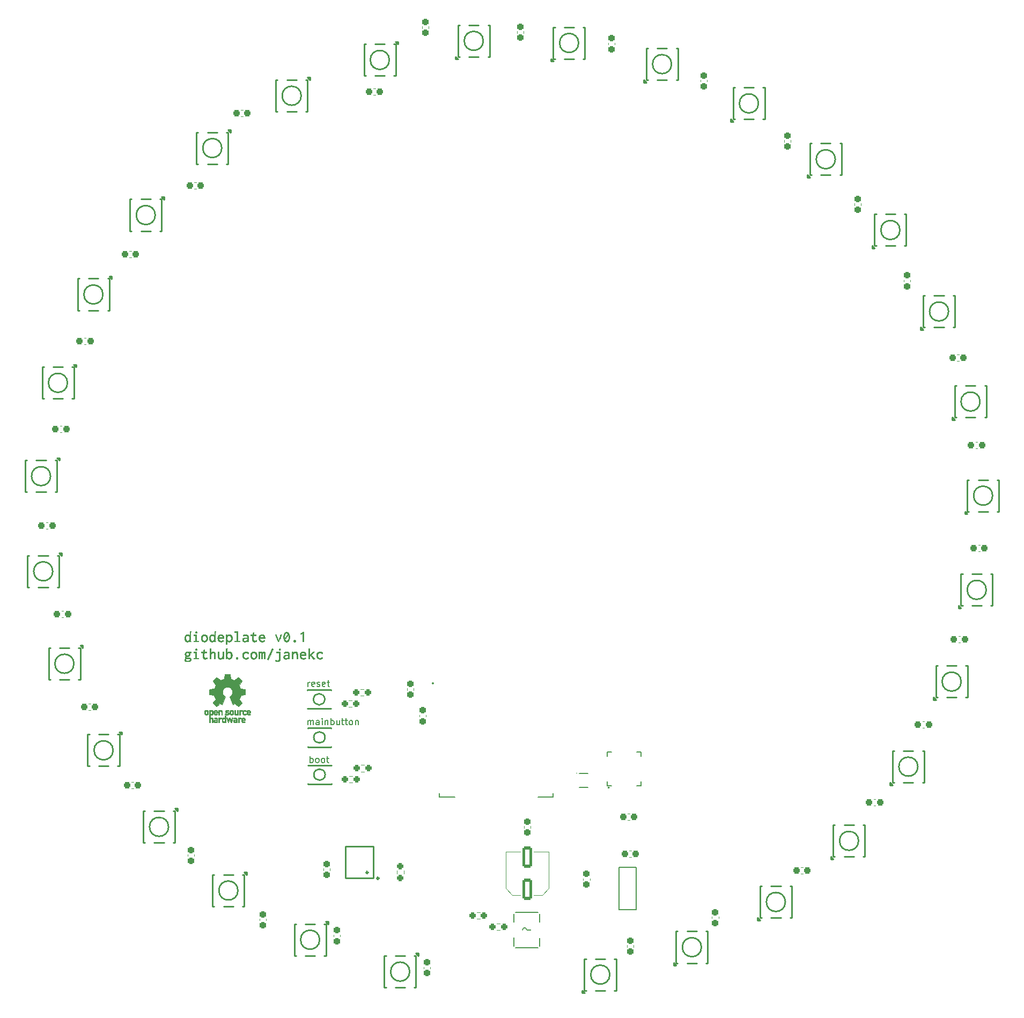
<source format=gbr>
%TF.GenerationSoftware,KiCad,Pcbnew,(6.0.5-0)*%
%TF.CreationDate,2022-05-16T23:57:53+02:00*%
%TF.ProjectId,diodeplate,64696f64-6570-46c6-9174-652e6b696361,rev?*%
%TF.SameCoordinates,Original*%
%TF.FileFunction,Legend,Top*%
%TF.FilePolarity,Positive*%
%FSLAX46Y46*%
G04 Gerber Fmt 4.6, Leading zero omitted, Abs format (unit mm)*
G04 Created by KiCad (PCBNEW (6.0.5-0)) date 2022-05-16 23:57:53*
%MOMM*%
%LPD*%
G01*
G04 APERTURE LIST*
G04 Aperture macros list*
%AMRoundRect*
0 Rectangle with rounded corners*
0 $1 Rounding radius*
0 $2 $3 $4 $5 $6 $7 $8 $9 X,Y pos of 4 corners*
0 Add a 4 corners polygon primitive as box body*
4,1,4,$2,$3,$4,$5,$6,$7,$8,$9,$2,$3,0*
0 Add four circle primitives for the rounded corners*
1,1,$1+$1,$2,$3*
1,1,$1+$1,$4,$5*
1,1,$1+$1,$6,$7*
1,1,$1+$1,$8,$9*
0 Add four rect primitives between the rounded corners*
20,1,$1+$1,$2,$3,$4,$5,0*
20,1,$1+$1,$4,$5,$6,$7,0*
20,1,$1+$1,$6,$7,$8,$9,0*
20,1,$1+$1,$8,$9,$2,$3,0*%
G04 Aperture macros list end*
%ADD10C,0.040000*%
%ADD11C,0.032000*%
%ADD12C,0.150000*%
%ADD13C,0.152400*%
%ADD14C,0.151994*%
%ADD15C,0.120000*%
%ADD16C,0.254001*%
%ADD17C,0.200000*%
%ADD18C,0.059995*%
%ADD19C,0.300000*%
%ADD20C,0.127000*%
%ADD21R,3.499213X1.406680*%
%ADD22RoundRect,0.237500X-0.300000X-0.237500X0.300000X-0.237500X0.300000X0.237500X-0.300000X0.237500X0*%
%ADD23RoundRect,0.237500X0.237500X-0.250000X0.237500X0.250000X-0.237500X0.250000X-0.237500X-0.250000X0*%
%ADD24RoundRect,0.237500X0.250000X0.237500X-0.250000X0.237500X-0.250000X-0.237500X0.250000X-0.237500X0*%
%ADD25R,1.000000X1.500000*%
%ADD26RoundRect,0.237500X0.237500X-0.300000X0.237500X0.300000X-0.237500X0.300000X-0.237500X-0.300000X0*%
%ADD27RoundRect,0.237500X-0.237500X0.300000X-0.237500X-0.300000X0.237500X-0.300000X0.237500X0.300000X0*%
%ADD28RoundRect,0.237500X-0.250000X-0.237500X0.250000X-0.237500X0.250000X0.237500X-0.250000X0.237500X0*%
%ADD29C,0.700025*%
%ADD30R,0.600000X1.300000*%
%ADD31R,0.300000X1.300000*%
%ADD32O,1.200000X2.200000*%
%ADD33O,1.200000X1.800000*%
%ADD34R,2.470003X0.980010*%
%ADD35R,2.470003X3.600000*%
%ADD36RoundRect,0.237500X0.300000X0.237500X-0.300000X0.237500X-0.300000X-0.237500X0.300000X-0.237500X0*%
%ADD37R,0.600000X0.419990*%
%ADD38R,0.990602X0.304801*%
%ADD39RoundRect,0.250000X0.550000X-1.412500X0.550000X1.412500X-0.550000X1.412500X-0.550000X-1.412500X0*%
%ADD40R,1.500000X0.900000*%
%ADD41R,0.280010X0.900000*%
%ADD42R,0.900000X0.280010*%
%ADD43R,3.300000X3.300000*%
%ADD44R,2.000000X0.900000*%
%ADD45R,0.900000X2.000000*%
%ADD46R,1.330000X1.330000*%
G04 APERTURE END LIST*
D10*
G36*
X173377422Y-162917058D02*
G01*
X173708151Y-162917058D01*
X173708151Y-163059685D01*
X172866859Y-163059685D01*
X172866859Y-162917058D01*
X173199655Y-162917058D01*
X173199655Y-161571404D01*
X172883395Y-161571404D01*
X172883395Y-161430845D01*
X173377422Y-161430845D01*
X173377422Y-162917058D01*
G37*
X173377422Y-162917058D02*
X173708151Y-162917058D01*
X173708151Y-163059685D01*
X172866859Y-163059685D01*
X172866859Y-162917058D01*
X173199655Y-162917058D01*
X173199655Y-161571404D01*
X172883395Y-161571404D01*
X172883395Y-161430845D01*
X173377422Y-161430845D01*
X173377422Y-162917058D01*
G36*
X180586251Y-165461332D02*
G01*
X180587503Y-165449172D01*
X180589255Y-165437109D01*
X180591508Y-165425143D01*
X180594261Y-165413273D01*
X180597515Y-165401501D01*
X180601270Y-165389825D01*
X180605525Y-165378246D01*
X180610281Y-165366764D01*
X180615537Y-165355379D01*
X180621294Y-165344091D01*
X180627552Y-165332900D01*
X180634310Y-165321806D01*
X180641569Y-165310808D01*
X180649328Y-165299908D01*
X180657830Y-165289209D01*
X180666801Y-165278817D01*
X180676240Y-165268732D01*
X180686148Y-165258954D01*
X180696523Y-165249482D01*
X180707367Y-165240318D01*
X180718680Y-165231460D01*
X180730460Y-165222909D01*
X180742709Y-165214665D01*
X180755426Y-165206728D01*
X180768612Y-165199098D01*
X180782266Y-165191775D01*
X180796388Y-165184758D01*
X180810978Y-165178048D01*
X180826037Y-165171645D01*
X180841564Y-165165549D01*
X180858569Y-165159542D01*
X180877027Y-165153922D01*
X180896939Y-165148690D01*
X180918304Y-165143845D01*
X180941122Y-165139388D01*
X180965394Y-165135318D01*
X180991119Y-165131636D01*
X181018298Y-165128342D01*
X181046930Y-165125435D01*
X181077015Y-165122916D01*
X181108554Y-165120785D01*
X181141546Y-165119041D01*
X181211891Y-165116715D01*
X181288049Y-165115940D01*
X181360397Y-165115940D01*
X181360397Y-165074598D01*
X181359848Y-165043108D01*
X181359161Y-165028162D01*
X181358200Y-165013749D01*
X181356965Y-164999869D01*
X181355454Y-164986522D01*
X181353670Y-164973708D01*
X181351611Y-164961427D01*
X181349277Y-164949679D01*
X181346669Y-164938463D01*
X181343786Y-164927781D01*
X181340629Y-164917631D01*
X181337197Y-164908014D01*
X181333491Y-164898931D01*
X181329511Y-164890380D01*
X181325256Y-164882361D01*
X181321275Y-164875749D01*
X181317085Y-164869346D01*
X181312684Y-164863153D01*
X181308074Y-164857170D01*
X181303254Y-164851396D01*
X181298223Y-164845833D01*
X181292983Y-164840480D01*
X181287533Y-164835337D01*
X181281873Y-164830403D01*
X181276003Y-164825680D01*
X181269923Y-164821166D01*
X181263633Y-164816862D01*
X181257133Y-164812769D01*
X181250423Y-164808885D01*
X181243504Y-164805211D01*
X181236374Y-164801747D01*
X181229034Y-164798493D01*
X181221485Y-164795449D01*
X181213725Y-164792615D01*
X181205756Y-164789991D01*
X181197576Y-164787577D01*
X181189187Y-164785372D01*
X181180588Y-164783378D01*
X181171778Y-164781593D01*
X181162759Y-164780019D01*
X181153530Y-164778654D01*
X181134442Y-164776555D01*
X181114514Y-164775295D01*
X181093746Y-164774876D01*
X181068756Y-164775360D01*
X181044428Y-164776813D01*
X181020762Y-164779236D01*
X180997758Y-164782627D01*
X180975416Y-164786987D01*
X180953736Y-164792316D01*
X180932718Y-164798614D01*
X180912362Y-164805881D01*
X180892669Y-164814117D01*
X180873637Y-164823322D01*
X180855268Y-164833496D01*
X180837560Y-164844639D01*
X180820515Y-164856750D01*
X180804132Y-164869831D01*
X180788410Y-164883880D01*
X180773351Y-164898899D01*
X180686535Y-164787278D01*
X180705777Y-164768254D01*
X180725777Y-164750458D01*
X180746537Y-164733889D01*
X180768055Y-164718548D01*
X180790333Y-164704434D01*
X180813369Y-164691547D01*
X180837165Y-164679887D01*
X180861719Y-164669455D01*
X180887033Y-164660250D01*
X180913105Y-164652273D01*
X180939937Y-164645522D01*
X180967527Y-164640000D01*
X180995877Y-164635704D01*
X181024985Y-164632636D01*
X181054853Y-164630795D01*
X181085479Y-164630181D01*
X181119464Y-164630908D01*
X181152174Y-164633088D01*
X181183607Y-164636721D01*
X181213765Y-164641808D01*
X181242647Y-164648349D01*
X181270254Y-164656342D01*
X181296584Y-164665789D01*
X181321639Y-164676690D01*
X181345419Y-164689044D01*
X181367922Y-164702851D01*
X181389150Y-164718112D01*
X181409102Y-164734826D01*
X181427778Y-164752993D01*
X181445179Y-164772614D01*
X181461304Y-164793688D01*
X181476153Y-164816216D01*
X181482661Y-164827908D01*
X181488749Y-164840246D01*
X181494417Y-164853229D01*
X181499665Y-164866859D01*
X181504493Y-164881135D01*
X181508902Y-164896056D01*
X181512890Y-164911624D01*
X181516459Y-164927837D01*
X181519608Y-164944697D01*
X181522337Y-164962202D01*
X181524646Y-164980353D01*
X181526536Y-164999151D01*
X181528005Y-165018594D01*
X181529055Y-165038683D01*
X181529684Y-165059418D01*
X181529894Y-165080799D01*
X181529894Y-165775330D01*
X181362463Y-165775330D01*
X181362463Y-165653374D01*
X181339338Y-165671397D01*
X181315954Y-165688256D01*
X181292313Y-165703953D01*
X181268412Y-165718487D01*
X181244254Y-165731858D01*
X181219837Y-165744067D01*
X181195161Y-165755112D01*
X181170228Y-165764995D01*
X181145035Y-165773716D01*
X181119585Y-165781274D01*
X181093876Y-165787669D01*
X181067909Y-165792901D01*
X181041683Y-165796970D01*
X181015199Y-165799877D01*
X180988456Y-165801621D01*
X180961456Y-165802203D01*
X180940526Y-165801839D01*
X180920114Y-165800749D01*
X180900218Y-165798932D01*
X180880840Y-165796389D01*
X180861977Y-165793119D01*
X180843632Y-165789122D01*
X180825804Y-165784398D01*
X180808492Y-165778948D01*
X180791697Y-165772771D01*
X180775419Y-165765868D01*
X180759658Y-165758237D01*
X180744413Y-165749880D01*
X180729686Y-165740796D01*
X180715475Y-165730986D01*
X180701781Y-165720449D01*
X180688604Y-165709185D01*
X180676089Y-165697412D01*
X180664381Y-165685349D01*
X180653480Y-165672995D01*
X180643387Y-165660351D01*
X180634101Y-165647415D01*
X180625623Y-165634189D01*
X180617952Y-165620673D01*
X180611089Y-165606866D01*
X180605033Y-165592768D01*
X180599784Y-165578379D01*
X180595343Y-165563700D01*
X180591710Y-165548730D01*
X180588884Y-165533469D01*
X180586865Y-165517918D01*
X180585654Y-165502075D01*
X180585250Y-165485943D01*
X180585460Y-165475608D01*
X180763018Y-165475608D01*
X180763260Y-165485346D01*
X180763987Y-165494922D01*
X180765198Y-165504337D01*
X180766894Y-165513590D01*
X180769074Y-165522682D01*
X180771738Y-165531612D01*
X180774887Y-165540381D01*
X180778521Y-165548988D01*
X180782639Y-165557434D01*
X180787241Y-165565719D01*
X180792328Y-165573842D01*
X180797899Y-165581803D01*
X180803955Y-165589603D01*
X180810496Y-165597241D01*
X180817520Y-165604718D01*
X180825030Y-165612034D01*
X180833209Y-165618792D01*
X180841728Y-165625114D01*
X180850585Y-165631001D01*
X180859782Y-165636451D01*
X180869317Y-165641465D01*
X180879192Y-165646043D01*
X180889406Y-165650185D01*
X180899959Y-165653892D01*
X180910852Y-165657162D01*
X180922083Y-165659996D01*
X180933653Y-165662394D01*
X180945563Y-165664356D01*
X180957812Y-165665882D01*
X180970400Y-165666972D01*
X180983327Y-165667626D01*
X180996594Y-165667844D01*
X181017612Y-165667328D01*
X181038290Y-165665777D01*
X181058630Y-165663193D01*
X181078631Y-165659576D01*
X181098292Y-165654925D01*
X181117614Y-165649241D01*
X181136597Y-165642523D01*
X181155241Y-165634771D01*
X181173546Y-165625986D01*
X181191512Y-165616167D01*
X181209138Y-165605315D01*
X181226425Y-165593430D01*
X181243374Y-165580511D01*
X181259983Y-165566558D01*
X181276253Y-165551572D01*
X181292184Y-165535552D01*
X181296503Y-165530877D01*
X181300678Y-165526153D01*
X181304707Y-165521381D01*
X181308591Y-165516561D01*
X181312329Y-165511692D01*
X181315922Y-165506775D01*
X181319370Y-165501809D01*
X181322672Y-165496795D01*
X181325830Y-165491732D01*
X181328841Y-165486621D01*
X181331708Y-165481461D01*
X181334429Y-165476253D01*
X181337005Y-165470997D01*
X181339435Y-165465692D01*
X181341720Y-165460339D01*
X181343859Y-165454937D01*
X181348252Y-165444408D01*
X181352128Y-165434525D01*
X181355487Y-165425288D01*
X181358329Y-165416697D01*
X181360655Y-165408751D01*
X181362464Y-165401452D01*
X181363756Y-165394799D01*
X181364209Y-165391714D01*
X181364532Y-165388792D01*
X181365017Y-165382816D01*
X181365437Y-165376259D01*
X181365793Y-165369121D01*
X181366084Y-165361402D01*
X181366310Y-165353102D01*
X181366472Y-165344220D01*
X181366601Y-165324712D01*
X181366598Y-165250298D01*
X181195031Y-165250298D01*
X181156533Y-165250557D01*
X181120618Y-165251332D01*
X181087287Y-165252623D01*
X181056540Y-165254432D01*
X181028376Y-165256757D01*
X181002796Y-165259599D01*
X180979799Y-165262958D01*
X180959387Y-165266834D01*
X180947178Y-165269822D01*
X180935358Y-165273100D01*
X180923925Y-165276669D01*
X180912879Y-165280529D01*
X180902221Y-165284679D01*
X180891950Y-165289120D01*
X180882067Y-165293852D01*
X180872572Y-165298874D01*
X180863464Y-165304187D01*
X180854743Y-165309790D01*
X180846410Y-165315685D01*
X180838465Y-165321870D01*
X180830907Y-165328345D01*
X180823737Y-165335112D01*
X180816954Y-165342169D01*
X180810558Y-165349517D01*
X180804802Y-165356792D01*
X180799416Y-165364148D01*
X180794403Y-165371584D01*
X180789760Y-165379102D01*
X180785489Y-165386700D01*
X180781589Y-165394379D01*
X180778061Y-165402138D01*
X180774904Y-165409978D01*
X180772118Y-165417899D01*
X180769704Y-165425901D01*
X180767661Y-165433984D01*
X180765990Y-165442147D01*
X180764690Y-165450391D01*
X180763761Y-165458716D01*
X180763204Y-165467122D01*
X180763018Y-165475608D01*
X180585460Y-165475608D01*
X180585501Y-165473589D01*
X180586251Y-165461332D01*
G37*
X180586251Y-165461332D02*
X180587503Y-165449172D01*
X180589255Y-165437109D01*
X180591508Y-165425143D01*
X180594261Y-165413273D01*
X180597515Y-165401501D01*
X180601270Y-165389825D01*
X180605525Y-165378246D01*
X180610281Y-165366764D01*
X180615537Y-165355379D01*
X180621294Y-165344091D01*
X180627552Y-165332900D01*
X180634310Y-165321806D01*
X180641569Y-165310808D01*
X180649328Y-165299908D01*
X180657830Y-165289209D01*
X180666801Y-165278817D01*
X180676240Y-165268732D01*
X180686148Y-165258954D01*
X180696523Y-165249482D01*
X180707367Y-165240318D01*
X180718680Y-165231460D01*
X180730460Y-165222909D01*
X180742709Y-165214665D01*
X180755426Y-165206728D01*
X180768612Y-165199098D01*
X180782266Y-165191775D01*
X180796388Y-165184758D01*
X180810978Y-165178048D01*
X180826037Y-165171645D01*
X180841564Y-165165549D01*
X180858569Y-165159542D01*
X180877027Y-165153922D01*
X180896939Y-165148690D01*
X180918304Y-165143845D01*
X180941122Y-165139388D01*
X180965394Y-165135318D01*
X180991119Y-165131636D01*
X181018298Y-165128342D01*
X181046930Y-165125435D01*
X181077015Y-165122916D01*
X181108554Y-165120785D01*
X181141546Y-165119041D01*
X181211891Y-165116715D01*
X181288049Y-165115940D01*
X181360397Y-165115940D01*
X181360397Y-165074598D01*
X181359848Y-165043108D01*
X181359161Y-165028162D01*
X181358200Y-165013749D01*
X181356965Y-164999869D01*
X181355454Y-164986522D01*
X181353670Y-164973708D01*
X181351611Y-164961427D01*
X181349277Y-164949679D01*
X181346669Y-164938463D01*
X181343786Y-164927781D01*
X181340629Y-164917631D01*
X181337197Y-164908014D01*
X181333491Y-164898931D01*
X181329511Y-164890380D01*
X181325256Y-164882361D01*
X181321275Y-164875749D01*
X181317085Y-164869346D01*
X181312684Y-164863153D01*
X181308074Y-164857170D01*
X181303254Y-164851396D01*
X181298223Y-164845833D01*
X181292983Y-164840480D01*
X181287533Y-164835337D01*
X181281873Y-164830403D01*
X181276003Y-164825680D01*
X181269923Y-164821166D01*
X181263633Y-164816862D01*
X181257133Y-164812769D01*
X181250423Y-164808885D01*
X181243504Y-164805211D01*
X181236374Y-164801747D01*
X181229034Y-164798493D01*
X181221485Y-164795449D01*
X181213725Y-164792615D01*
X181205756Y-164789991D01*
X181197576Y-164787577D01*
X181189187Y-164785372D01*
X181180588Y-164783378D01*
X181171778Y-164781593D01*
X181162759Y-164780019D01*
X181153530Y-164778654D01*
X181134442Y-164776555D01*
X181114514Y-164775295D01*
X181093746Y-164774876D01*
X181068756Y-164775360D01*
X181044428Y-164776813D01*
X181020762Y-164779236D01*
X180997758Y-164782627D01*
X180975416Y-164786987D01*
X180953736Y-164792316D01*
X180932718Y-164798614D01*
X180912362Y-164805881D01*
X180892669Y-164814117D01*
X180873637Y-164823322D01*
X180855268Y-164833496D01*
X180837560Y-164844639D01*
X180820515Y-164856750D01*
X180804132Y-164869831D01*
X180788410Y-164883880D01*
X180773351Y-164898899D01*
X180686535Y-164787278D01*
X180705777Y-164768254D01*
X180725777Y-164750458D01*
X180746537Y-164733889D01*
X180768055Y-164718548D01*
X180790333Y-164704434D01*
X180813369Y-164691547D01*
X180837165Y-164679887D01*
X180861719Y-164669455D01*
X180887033Y-164660250D01*
X180913105Y-164652273D01*
X180939937Y-164645522D01*
X180967527Y-164640000D01*
X180995877Y-164635704D01*
X181024985Y-164632636D01*
X181054853Y-164630795D01*
X181085479Y-164630181D01*
X181119464Y-164630908D01*
X181152174Y-164633088D01*
X181183607Y-164636721D01*
X181213765Y-164641808D01*
X181242647Y-164648349D01*
X181270254Y-164656342D01*
X181296584Y-164665789D01*
X181321639Y-164676690D01*
X181345419Y-164689044D01*
X181367922Y-164702851D01*
X181389150Y-164718112D01*
X181409102Y-164734826D01*
X181427778Y-164752993D01*
X181445179Y-164772614D01*
X181461304Y-164793688D01*
X181476153Y-164816216D01*
X181482661Y-164827908D01*
X181488749Y-164840246D01*
X181494417Y-164853229D01*
X181499665Y-164866859D01*
X181504493Y-164881135D01*
X181508902Y-164896056D01*
X181512890Y-164911624D01*
X181516459Y-164927837D01*
X181519608Y-164944697D01*
X181522337Y-164962202D01*
X181524646Y-164980353D01*
X181526536Y-164999151D01*
X181528005Y-165018594D01*
X181529055Y-165038683D01*
X181529684Y-165059418D01*
X181529894Y-165080799D01*
X181529894Y-165775330D01*
X181362463Y-165775330D01*
X181362463Y-165653374D01*
X181339338Y-165671397D01*
X181315954Y-165688256D01*
X181292313Y-165703953D01*
X181268412Y-165718487D01*
X181244254Y-165731858D01*
X181219837Y-165744067D01*
X181195161Y-165755112D01*
X181170228Y-165764995D01*
X181145035Y-165773716D01*
X181119585Y-165781274D01*
X181093876Y-165787669D01*
X181067909Y-165792901D01*
X181041683Y-165796970D01*
X181015199Y-165799877D01*
X180988456Y-165801621D01*
X180961456Y-165802203D01*
X180940526Y-165801839D01*
X180920114Y-165800749D01*
X180900218Y-165798932D01*
X180880840Y-165796389D01*
X180861977Y-165793119D01*
X180843632Y-165789122D01*
X180825804Y-165784398D01*
X180808492Y-165778948D01*
X180791697Y-165772771D01*
X180775419Y-165765868D01*
X180759658Y-165758237D01*
X180744413Y-165749880D01*
X180729686Y-165740796D01*
X180715475Y-165730986D01*
X180701781Y-165720449D01*
X180688604Y-165709185D01*
X180676089Y-165697412D01*
X180664381Y-165685349D01*
X180653480Y-165672995D01*
X180643387Y-165660351D01*
X180634101Y-165647415D01*
X180625623Y-165634189D01*
X180617952Y-165620673D01*
X180611089Y-165606866D01*
X180605033Y-165592768D01*
X180599784Y-165578379D01*
X180595343Y-165563700D01*
X180591710Y-165548730D01*
X180588884Y-165533469D01*
X180586865Y-165517918D01*
X180585654Y-165502075D01*
X180585250Y-165485943D01*
X180585460Y-165475608D01*
X180763018Y-165475608D01*
X180763260Y-165485346D01*
X180763987Y-165494922D01*
X180765198Y-165504337D01*
X180766894Y-165513590D01*
X180769074Y-165522682D01*
X180771738Y-165531612D01*
X180774887Y-165540381D01*
X180778521Y-165548988D01*
X180782639Y-165557434D01*
X180787241Y-165565719D01*
X180792328Y-165573842D01*
X180797899Y-165581803D01*
X180803955Y-165589603D01*
X180810496Y-165597241D01*
X180817520Y-165604718D01*
X180825030Y-165612034D01*
X180833209Y-165618792D01*
X180841728Y-165625114D01*
X180850585Y-165631001D01*
X180859782Y-165636451D01*
X180869317Y-165641465D01*
X180879192Y-165646043D01*
X180889406Y-165650185D01*
X180899959Y-165653892D01*
X180910852Y-165657162D01*
X180922083Y-165659996D01*
X180933653Y-165662394D01*
X180945563Y-165664356D01*
X180957812Y-165665882D01*
X180970400Y-165666972D01*
X180983327Y-165667626D01*
X180996594Y-165667844D01*
X181017612Y-165667328D01*
X181038290Y-165665777D01*
X181058630Y-165663193D01*
X181078631Y-165659576D01*
X181098292Y-165654925D01*
X181117614Y-165649241D01*
X181136597Y-165642523D01*
X181155241Y-165634771D01*
X181173546Y-165625986D01*
X181191512Y-165616167D01*
X181209138Y-165605315D01*
X181226425Y-165593430D01*
X181243374Y-165580511D01*
X181259983Y-165566558D01*
X181276253Y-165551572D01*
X181292184Y-165535552D01*
X181296503Y-165530877D01*
X181300678Y-165526153D01*
X181304707Y-165521381D01*
X181308591Y-165516561D01*
X181312329Y-165511692D01*
X181315922Y-165506775D01*
X181319370Y-165501809D01*
X181322672Y-165496795D01*
X181325830Y-165491732D01*
X181328841Y-165486621D01*
X181331708Y-165481461D01*
X181334429Y-165476253D01*
X181337005Y-165470997D01*
X181339435Y-165465692D01*
X181341720Y-165460339D01*
X181343859Y-165454937D01*
X181348252Y-165444408D01*
X181352128Y-165434525D01*
X181355487Y-165425288D01*
X181358329Y-165416697D01*
X181360655Y-165408751D01*
X181362464Y-165401452D01*
X181363756Y-165394799D01*
X181364209Y-165391714D01*
X181364532Y-165388792D01*
X181365017Y-165382816D01*
X181365437Y-165376259D01*
X181365793Y-165369121D01*
X181366084Y-165361402D01*
X181366310Y-165353102D01*
X181366472Y-165344220D01*
X181366601Y-165324712D01*
X181366598Y-165250298D01*
X181195031Y-165250298D01*
X181156533Y-165250557D01*
X181120618Y-165251332D01*
X181087287Y-165252623D01*
X181056540Y-165254432D01*
X181028376Y-165256757D01*
X181002796Y-165259599D01*
X180979799Y-165262958D01*
X180959387Y-165266834D01*
X180947178Y-165269822D01*
X180935358Y-165273100D01*
X180923925Y-165276669D01*
X180912879Y-165280529D01*
X180902221Y-165284679D01*
X180891950Y-165289120D01*
X180882067Y-165293852D01*
X180872572Y-165298874D01*
X180863464Y-165304187D01*
X180854743Y-165309790D01*
X180846410Y-165315685D01*
X180838465Y-165321870D01*
X180830907Y-165328345D01*
X180823737Y-165335112D01*
X180816954Y-165342169D01*
X180810558Y-165349517D01*
X180804802Y-165356792D01*
X180799416Y-165364148D01*
X180794403Y-165371584D01*
X180789760Y-165379102D01*
X180785489Y-165386700D01*
X180781589Y-165394379D01*
X180778061Y-165402138D01*
X180774904Y-165409978D01*
X180772118Y-165417899D01*
X180769704Y-165425901D01*
X180767661Y-165433984D01*
X180765990Y-165442147D01*
X180764690Y-165450391D01*
X180763761Y-165458716D01*
X180763204Y-165467122D01*
X180763018Y-165475608D01*
X180585460Y-165475608D01*
X180585501Y-165473589D01*
X180586251Y-165461332D01*
G36*
X170411195Y-165279236D02*
G01*
X170411808Y-165318737D01*
X170413649Y-165355589D01*
X170416718Y-165389792D01*
X170418712Y-165405901D01*
X170421014Y-165421347D01*
X170423622Y-165436131D01*
X170426537Y-165450253D01*
X170429758Y-165463714D01*
X170433287Y-165476511D01*
X170437122Y-165488647D01*
X170441264Y-165500121D01*
X170445713Y-165510933D01*
X170450469Y-165521082D01*
X170459545Y-165537853D01*
X170469202Y-165553541D01*
X170479440Y-165568148D01*
X170484777Y-165575046D01*
X170490260Y-165581673D01*
X170495888Y-165588029D01*
X170501661Y-165594115D01*
X170507579Y-165599931D01*
X170513643Y-165605476D01*
X170519853Y-165610751D01*
X170526207Y-165615755D01*
X170532707Y-165620489D01*
X170539353Y-165624952D01*
X170546143Y-165629145D01*
X170553079Y-165633067D01*
X170560160Y-165636718D01*
X170567387Y-165640100D01*
X170574759Y-165643210D01*
X170582276Y-165646051D01*
X170589939Y-165648620D01*
X170597747Y-165650920D01*
X170605700Y-165652948D01*
X170613799Y-165654707D01*
X170622043Y-165656194D01*
X170630432Y-165657412D01*
X170638967Y-165658358D01*
X170647647Y-165659035D01*
X170665443Y-165659576D01*
X170675229Y-165659398D01*
X170684951Y-165658865D01*
X170694608Y-165657977D01*
X170704201Y-165656733D01*
X170713729Y-165655134D01*
X170723192Y-165653180D01*
X170732591Y-165650871D01*
X170741925Y-165648206D01*
X170751194Y-165645186D01*
X170760399Y-165641811D01*
X170769539Y-165638081D01*
X170778615Y-165633995D01*
X170787626Y-165629554D01*
X170796572Y-165624758D01*
X170805454Y-165619606D01*
X170814271Y-165614100D01*
X170822935Y-165608060D01*
X170831356Y-165601826D01*
X170839535Y-165595399D01*
X170847473Y-165588778D01*
X170855168Y-165581963D01*
X170862620Y-165574955D01*
X170869831Y-165567753D01*
X170876799Y-165560357D01*
X170883525Y-165552767D01*
X170890009Y-165544983D01*
X170896251Y-165537006D01*
X170902250Y-165528834D01*
X170908007Y-165520469D01*
X170913522Y-165511911D01*
X170918794Y-165503158D01*
X170923824Y-165494211D01*
X170929081Y-165483650D01*
X170933999Y-165472636D01*
X170938577Y-165461170D01*
X170942816Y-165449252D01*
X170946716Y-165436882D01*
X170950277Y-165424060D01*
X170953498Y-165410786D01*
X170956381Y-165397059D01*
X170958924Y-165382880D01*
X170961129Y-165368250D01*
X170962994Y-165353167D01*
X170964520Y-165337631D01*
X170965707Y-165321644D01*
X170966554Y-165305205D01*
X170967063Y-165288313D01*
X170967233Y-165270969D01*
X170967233Y-164654986D01*
X171145001Y-164654986D01*
X171145001Y-165674045D01*
X171145194Y-165689193D01*
X171145776Y-165703630D01*
X171146745Y-165717356D01*
X171148101Y-165730372D01*
X171149845Y-165742677D01*
X171151977Y-165754272D01*
X171154496Y-165765157D01*
X171157403Y-165775330D01*
X170971368Y-165775330D01*
X170970399Y-165767643D01*
X170969559Y-165759052D01*
X170968849Y-165749556D01*
X170968268Y-165739156D01*
X170967815Y-165727852D01*
X170967493Y-165715644D01*
X170967299Y-165702531D01*
X170967234Y-165688514D01*
X170969303Y-165603765D01*
X170962432Y-165614988D01*
X170955254Y-165625921D01*
X170947769Y-165636563D01*
X170939977Y-165646915D01*
X170931878Y-165656975D01*
X170923473Y-165666745D01*
X170914761Y-165676225D01*
X170905741Y-165685413D01*
X170896416Y-165694311D01*
X170886783Y-165702919D01*
X170876843Y-165711235D01*
X170866597Y-165719262D01*
X170856043Y-165726997D01*
X170845183Y-165734442D01*
X170834016Y-165741596D01*
X170822543Y-165748460D01*
X170810867Y-165754968D01*
X170799094Y-165761056D01*
X170787225Y-165766724D01*
X170775259Y-165771972D01*
X170763195Y-165776801D01*
X170751035Y-165781209D01*
X170738778Y-165785198D01*
X170726424Y-165788767D01*
X170713973Y-165791916D01*
X170701426Y-165794645D01*
X170688781Y-165796954D01*
X170676040Y-165798844D01*
X170663201Y-165800313D01*
X170650266Y-165801363D01*
X170637234Y-165801993D01*
X170624105Y-165802203D01*
X170609967Y-165801976D01*
X170595974Y-165801298D01*
X170582126Y-165800168D01*
X170568424Y-165798585D01*
X170554867Y-165796550D01*
X170541455Y-165794063D01*
X170528188Y-165791124D01*
X170515067Y-165787733D01*
X170502092Y-165783889D01*
X170489261Y-165779594D01*
X170476576Y-165774846D01*
X170464037Y-165769646D01*
X170451642Y-165763994D01*
X170439393Y-165757889D01*
X170427290Y-165751333D01*
X170415331Y-165744324D01*
X170403882Y-165736638D01*
X170392788Y-165728563D01*
X170382049Y-165720101D01*
X170371665Y-165711252D01*
X170361637Y-165702015D01*
X170351964Y-165692390D01*
X170342646Y-165682378D01*
X170333683Y-165671978D01*
X170325076Y-165661191D01*
X170316824Y-165650016D01*
X170308927Y-165638453D01*
X170301386Y-165626503D01*
X170294199Y-165614165D01*
X170287368Y-165601440D01*
X170280893Y-165588327D01*
X170274772Y-165574827D01*
X170269516Y-165562772D01*
X170264598Y-165549860D01*
X170260020Y-165536094D01*
X170255781Y-165521471D01*
X170251881Y-165505992D01*
X170248320Y-165489657D01*
X170245099Y-165472467D01*
X170242216Y-165454420D01*
X170239673Y-165435518D01*
X170237468Y-165415760D01*
X170235603Y-165395145D01*
X170234077Y-165373675D01*
X170232890Y-165351350D01*
X170232042Y-165328168D01*
X170231533Y-165304130D01*
X170231364Y-165279236D01*
X170233428Y-164654986D01*
X170411195Y-164654986D01*
X170411195Y-165279236D01*
G37*
X170411195Y-165279236D02*
X170411808Y-165318737D01*
X170413649Y-165355589D01*
X170416718Y-165389792D01*
X170418712Y-165405901D01*
X170421014Y-165421347D01*
X170423622Y-165436131D01*
X170426537Y-165450253D01*
X170429758Y-165463714D01*
X170433287Y-165476511D01*
X170437122Y-165488647D01*
X170441264Y-165500121D01*
X170445713Y-165510933D01*
X170450469Y-165521082D01*
X170459545Y-165537853D01*
X170469202Y-165553541D01*
X170479440Y-165568148D01*
X170484777Y-165575046D01*
X170490260Y-165581673D01*
X170495888Y-165588029D01*
X170501661Y-165594115D01*
X170507579Y-165599931D01*
X170513643Y-165605476D01*
X170519853Y-165610751D01*
X170526207Y-165615755D01*
X170532707Y-165620489D01*
X170539353Y-165624952D01*
X170546143Y-165629145D01*
X170553079Y-165633067D01*
X170560160Y-165636718D01*
X170567387Y-165640100D01*
X170574759Y-165643210D01*
X170582276Y-165646051D01*
X170589939Y-165648620D01*
X170597747Y-165650920D01*
X170605700Y-165652948D01*
X170613799Y-165654707D01*
X170622043Y-165656194D01*
X170630432Y-165657412D01*
X170638967Y-165658358D01*
X170647647Y-165659035D01*
X170665443Y-165659576D01*
X170675229Y-165659398D01*
X170684951Y-165658865D01*
X170694608Y-165657977D01*
X170704201Y-165656733D01*
X170713729Y-165655134D01*
X170723192Y-165653180D01*
X170732591Y-165650871D01*
X170741925Y-165648206D01*
X170751194Y-165645186D01*
X170760399Y-165641811D01*
X170769539Y-165638081D01*
X170778615Y-165633995D01*
X170787626Y-165629554D01*
X170796572Y-165624758D01*
X170805454Y-165619606D01*
X170814271Y-165614100D01*
X170822935Y-165608060D01*
X170831356Y-165601826D01*
X170839535Y-165595399D01*
X170847473Y-165588778D01*
X170855168Y-165581963D01*
X170862620Y-165574955D01*
X170869831Y-165567753D01*
X170876799Y-165560357D01*
X170883525Y-165552767D01*
X170890009Y-165544983D01*
X170896251Y-165537006D01*
X170902250Y-165528834D01*
X170908007Y-165520469D01*
X170913522Y-165511911D01*
X170918794Y-165503158D01*
X170923824Y-165494211D01*
X170929081Y-165483650D01*
X170933999Y-165472636D01*
X170938577Y-165461170D01*
X170942816Y-165449252D01*
X170946716Y-165436882D01*
X170950277Y-165424060D01*
X170953498Y-165410786D01*
X170956381Y-165397059D01*
X170958924Y-165382880D01*
X170961129Y-165368250D01*
X170962994Y-165353167D01*
X170964520Y-165337631D01*
X170965707Y-165321644D01*
X170966554Y-165305205D01*
X170967063Y-165288313D01*
X170967233Y-165270969D01*
X170967233Y-164654986D01*
X171145001Y-164654986D01*
X171145001Y-165674045D01*
X171145194Y-165689193D01*
X171145776Y-165703630D01*
X171146745Y-165717356D01*
X171148101Y-165730372D01*
X171149845Y-165742677D01*
X171151977Y-165754272D01*
X171154496Y-165765157D01*
X171157403Y-165775330D01*
X170971368Y-165775330D01*
X170970399Y-165767643D01*
X170969559Y-165759052D01*
X170968849Y-165749556D01*
X170968268Y-165739156D01*
X170967815Y-165727852D01*
X170967493Y-165715644D01*
X170967299Y-165702531D01*
X170967234Y-165688514D01*
X170969303Y-165603765D01*
X170962432Y-165614988D01*
X170955254Y-165625921D01*
X170947769Y-165636563D01*
X170939977Y-165646915D01*
X170931878Y-165656975D01*
X170923473Y-165666745D01*
X170914761Y-165676225D01*
X170905741Y-165685413D01*
X170896416Y-165694311D01*
X170886783Y-165702919D01*
X170876843Y-165711235D01*
X170866597Y-165719262D01*
X170856043Y-165726997D01*
X170845183Y-165734442D01*
X170834016Y-165741596D01*
X170822543Y-165748460D01*
X170810867Y-165754968D01*
X170799094Y-165761056D01*
X170787225Y-165766724D01*
X170775259Y-165771972D01*
X170763195Y-165776801D01*
X170751035Y-165781209D01*
X170738778Y-165785198D01*
X170726424Y-165788767D01*
X170713973Y-165791916D01*
X170701426Y-165794645D01*
X170688781Y-165796954D01*
X170676040Y-165798844D01*
X170663201Y-165800313D01*
X170650266Y-165801363D01*
X170637234Y-165801993D01*
X170624105Y-165802203D01*
X170609967Y-165801976D01*
X170595974Y-165801298D01*
X170582126Y-165800168D01*
X170568424Y-165798585D01*
X170554867Y-165796550D01*
X170541455Y-165794063D01*
X170528188Y-165791124D01*
X170515067Y-165787733D01*
X170502092Y-165783889D01*
X170489261Y-165779594D01*
X170476576Y-165774846D01*
X170464037Y-165769646D01*
X170451642Y-165763994D01*
X170439393Y-165757889D01*
X170427290Y-165751333D01*
X170415331Y-165744324D01*
X170403882Y-165736638D01*
X170392788Y-165728563D01*
X170382049Y-165720101D01*
X170371665Y-165711252D01*
X170361637Y-165702015D01*
X170351964Y-165692390D01*
X170342646Y-165682378D01*
X170333683Y-165671978D01*
X170325076Y-165661191D01*
X170316824Y-165650016D01*
X170308927Y-165638453D01*
X170301386Y-165626503D01*
X170294199Y-165614165D01*
X170287368Y-165601440D01*
X170280893Y-165588327D01*
X170274772Y-165574827D01*
X170269516Y-165562772D01*
X170264598Y-165549860D01*
X170260020Y-165536094D01*
X170255781Y-165521471D01*
X170251881Y-165505992D01*
X170248320Y-165489657D01*
X170245099Y-165472467D01*
X170242216Y-165454420D01*
X170239673Y-165435518D01*
X170237468Y-165415760D01*
X170235603Y-165395145D01*
X170234077Y-165373675D01*
X170232890Y-165351350D01*
X170232042Y-165328168D01*
X170231533Y-165304130D01*
X170231364Y-165279236D01*
X170233428Y-164654986D01*
X170411195Y-164654986D01*
X170411195Y-165279236D01*
G36*
X166893063Y-165632703D02*
G01*
X167155579Y-165632703D01*
X167155579Y-165775330D01*
X166430042Y-165775330D01*
X166430042Y-165632703D01*
X166715296Y-165632703D01*
X166715296Y-164797613D01*
X166444512Y-164797613D01*
X166444512Y-164652918D01*
X166893063Y-164652918D01*
X166893063Y-165632703D01*
G37*
X166893063Y-165632703D02*
X167155579Y-165632703D01*
X167155579Y-165775330D01*
X166430042Y-165775330D01*
X166430042Y-165632703D01*
X166715296Y-165632703D01*
X166715296Y-164797613D01*
X166444512Y-164797613D01*
X166444512Y-164652918D01*
X166893063Y-164652918D01*
X166893063Y-165632703D01*
G36*
X170212821Y-162343281D02*
G01*
X170219216Y-162312800D01*
X170226774Y-162283401D01*
X170235494Y-162255084D01*
X170245377Y-162227849D01*
X170256423Y-162201696D01*
X170268632Y-162176625D01*
X170282003Y-162152635D01*
X170296537Y-162129728D01*
X170312234Y-162107903D01*
X170329093Y-162087159D01*
X170347115Y-162067498D01*
X170365985Y-162048725D01*
X170385388Y-162031163D01*
X170405324Y-162014812D01*
X170425793Y-161999673D01*
X170446795Y-161985744D01*
X170468329Y-161973027D01*
X170490397Y-161961521D01*
X170512997Y-161951226D01*
X170536130Y-161942142D01*
X170559797Y-161934270D01*
X170583996Y-161927608D01*
X170608728Y-161922158D01*
X170633993Y-161917919D01*
X170659790Y-161914891D01*
X170686121Y-161913074D01*
X170712985Y-161912469D01*
X170732492Y-161912848D01*
X170751742Y-161913987D01*
X170770733Y-161915884D01*
X170789465Y-161918541D01*
X170807940Y-161921956D01*
X170826156Y-161926131D01*
X170844113Y-161931064D01*
X170861813Y-161936757D01*
X170879253Y-161943208D01*
X170896436Y-161950419D01*
X170913360Y-161958388D01*
X170930026Y-161967117D01*
X170946433Y-161976604D01*
X170962582Y-161986851D01*
X170978473Y-161997857D01*
X170994105Y-162009621D01*
X171009511Y-162021943D01*
X171024206Y-162035136D01*
X171038191Y-162049202D01*
X171051465Y-162064139D01*
X171064029Y-162079949D01*
X171075882Y-162096631D01*
X171087025Y-162114184D01*
X171097457Y-162132610D01*
X171107179Y-162151908D01*
X171116190Y-162172078D01*
X171124491Y-162193120D01*
X171132081Y-162215035D01*
X171138960Y-162237821D01*
X171145129Y-162261479D01*
X171150588Y-162286009D01*
X171155335Y-162311411D01*
X171158242Y-162327043D01*
X171160762Y-162342934D01*
X171162893Y-162359083D01*
X171164637Y-162375490D01*
X171165994Y-162392156D01*
X171166963Y-162409080D01*
X171167544Y-162426262D01*
X171167738Y-162443703D01*
X171167608Y-162468896D01*
X171167220Y-162490729D01*
X171166574Y-162509203D01*
X171165669Y-162524319D01*
X170369854Y-162524319D01*
X170371404Y-162553774D01*
X170373987Y-162582196D01*
X170377604Y-162609584D01*
X170379800Y-162622891D01*
X170382255Y-162635939D01*
X170384968Y-162648729D01*
X170387939Y-162661261D01*
X170391169Y-162673534D01*
X170394657Y-162685549D01*
X170398404Y-162697305D01*
X170402409Y-162708803D01*
X170406673Y-162720042D01*
X170411195Y-162731023D01*
X170416177Y-162741706D01*
X170421304Y-162752049D01*
X170426577Y-162762054D01*
X170431995Y-162771719D01*
X170437558Y-162781045D01*
X170443267Y-162790032D01*
X170449121Y-162798679D01*
X170455120Y-162806988D01*
X170461265Y-162814958D01*
X170467555Y-162822588D01*
X170473990Y-162829879D01*
X170480571Y-162836831D01*
X170487297Y-162843444D01*
X170494168Y-162849718D01*
X170501184Y-162855652D01*
X170508346Y-162861248D01*
X170523332Y-162871745D01*
X170538319Y-162881531D01*
X170553305Y-162890607D01*
X170568291Y-162898972D01*
X170583277Y-162906627D01*
X170590770Y-162910188D01*
X170598263Y-162913571D01*
X170605756Y-162916776D01*
X170613249Y-162919804D01*
X170620742Y-162922655D01*
X170628236Y-162925327D01*
X170643255Y-162929687D01*
X170658338Y-162933466D01*
X170673485Y-162936664D01*
X170688698Y-162939280D01*
X170703974Y-162941315D01*
X170719315Y-162942768D01*
X170734721Y-162943640D01*
X170750192Y-162943931D01*
X170771670Y-162943430D01*
X170792696Y-162941928D01*
X170813270Y-162939425D01*
X170833391Y-162935921D01*
X170853060Y-162931415D01*
X170872278Y-162925909D01*
X170891043Y-162919401D01*
X170909355Y-162911892D01*
X170927216Y-162903381D01*
X170944625Y-162893870D01*
X170961581Y-162883357D01*
X170978085Y-162871843D01*
X170994137Y-162859327D01*
X171009737Y-162845811D01*
X171024885Y-162831293D01*
X171039581Y-162815774D01*
X171136732Y-162910857D01*
X171118209Y-162931883D01*
X171098815Y-162951553D01*
X171078548Y-162969866D01*
X171057409Y-162986822D01*
X171035398Y-163002422D01*
X171012515Y-163016665D01*
X170988760Y-163029552D01*
X170964133Y-163041082D01*
X170938634Y-163051256D01*
X170912262Y-163060073D01*
X170885019Y-163067534D01*
X170856904Y-163073638D01*
X170827917Y-163078386D01*
X170798058Y-163081777D01*
X170767326Y-163083812D01*
X170735723Y-163084490D01*
X170706599Y-163083901D01*
X170678136Y-163082132D01*
X170650336Y-163079185D01*
X170623197Y-163075059D01*
X170596721Y-163069754D01*
X170570907Y-163063270D01*
X170545755Y-163055608D01*
X170521266Y-163046766D01*
X170497438Y-163036746D01*
X170474272Y-163025547D01*
X170451769Y-163013169D01*
X170429927Y-162999612D01*
X170408748Y-162984876D01*
X170388231Y-162968961D01*
X170368376Y-162951868D01*
X170349183Y-162933596D01*
X170330911Y-162914266D01*
X170313817Y-162893999D01*
X170297902Y-162872795D01*
X170283166Y-162850655D01*
X170269609Y-162827578D01*
X170257231Y-162803565D01*
X170246032Y-162778615D01*
X170236011Y-162752728D01*
X170227170Y-162725905D01*
X170219507Y-162698145D01*
X170213023Y-162669448D01*
X170207718Y-162639815D01*
X170203592Y-162609245D01*
X170200645Y-162577739D01*
X170198877Y-162545296D01*
X170198287Y-162511916D01*
X170198869Y-162476025D01*
X170200613Y-162441216D01*
X170203520Y-162407489D01*
X170205962Y-162387893D01*
X170376057Y-162387893D01*
X170992037Y-162387893D01*
X170992522Y-162384598D01*
X170992943Y-162380916D01*
X170993298Y-162376847D01*
X170993589Y-162372389D01*
X170993815Y-162367545D01*
X170993977Y-162362313D01*
X170994074Y-162356693D01*
X170994106Y-162350686D01*
X170993775Y-162335078D01*
X170992782Y-162319777D01*
X170991127Y-162304782D01*
X170988810Y-162290095D01*
X170985830Y-162275714D01*
X170982189Y-162261641D01*
X170977885Y-162247874D01*
X170972920Y-162234414D01*
X170967292Y-162221260D01*
X170961002Y-162208414D01*
X170954050Y-162195874D01*
X170946436Y-162183641D01*
X170938159Y-162171715D01*
X170929221Y-162160096D01*
X170919620Y-162148784D01*
X170909358Y-162137778D01*
X170898853Y-162127015D01*
X170888009Y-162116946D01*
X170876826Y-162107572D01*
X170865304Y-162098892D01*
X170853442Y-162090906D01*
X170841242Y-162083615D01*
X170828702Y-162077018D01*
X170815823Y-162071115D01*
X170802605Y-162065907D01*
X170789048Y-162061394D01*
X170775152Y-162057574D01*
X170760916Y-162054450D01*
X170746342Y-162052019D01*
X170731428Y-162050283D01*
X170716176Y-162049242D01*
X170700584Y-162048894D01*
X170686938Y-162049209D01*
X170673389Y-162050154D01*
X170659937Y-162051729D01*
X170646582Y-162053933D01*
X170633324Y-162056767D01*
X170620162Y-162060231D01*
X170607098Y-162064325D01*
X170594131Y-162069048D01*
X170581260Y-162074402D01*
X170568486Y-162080385D01*
X170555810Y-162086998D01*
X170543230Y-162094241D01*
X170530747Y-162102113D01*
X170518361Y-162110616D01*
X170506071Y-162119748D01*
X170493879Y-162129510D01*
X170482276Y-162139724D01*
X170471238Y-162150730D01*
X170460766Y-162162527D01*
X170450858Y-162175115D01*
X170441516Y-162188494D01*
X170432739Y-162202665D01*
X170424528Y-162217627D01*
X170416881Y-162233380D01*
X170409800Y-162249925D01*
X170403284Y-162267260D01*
X170397333Y-162285388D01*
X170391947Y-162304306D01*
X170387127Y-162324016D01*
X170382872Y-162344517D01*
X170379182Y-162365809D01*
X170376057Y-162387893D01*
X170205962Y-162387893D01*
X170207589Y-162374844D01*
X170212821Y-162343281D01*
G37*
X170212821Y-162343281D02*
X170219216Y-162312800D01*
X170226774Y-162283401D01*
X170235494Y-162255084D01*
X170245377Y-162227849D01*
X170256423Y-162201696D01*
X170268632Y-162176625D01*
X170282003Y-162152635D01*
X170296537Y-162129728D01*
X170312234Y-162107903D01*
X170329093Y-162087159D01*
X170347115Y-162067498D01*
X170365985Y-162048725D01*
X170385388Y-162031163D01*
X170405324Y-162014812D01*
X170425793Y-161999673D01*
X170446795Y-161985744D01*
X170468329Y-161973027D01*
X170490397Y-161961521D01*
X170512997Y-161951226D01*
X170536130Y-161942142D01*
X170559797Y-161934270D01*
X170583996Y-161927608D01*
X170608728Y-161922158D01*
X170633993Y-161917919D01*
X170659790Y-161914891D01*
X170686121Y-161913074D01*
X170712985Y-161912469D01*
X170732492Y-161912848D01*
X170751742Y-161913987D01*
X170770733Y-161915884D01*
X170789465Y-161918541D01*
X170807940Y-161921956D01*
X170826156Y-161926131D01*
X170844113Y-161931064D01*
X170861813Y-161936757D01*
X170879253Y-161943208D01*
X170896436Y-161950419D01*
X170913360Y-161958388D01*
X170930026Y-161967117D01*
X170946433Y-161976604D01*
X170962582Y-161986851D01*
X170978473Y-161997857D01*
X170994105Y-162009621D01*
X171009511Y-162021943D01*
X171024206Y-162035136D01*
X171038191Y-162049202D01*
X171051465Y-162064139D01*
X171064029Y-162079949D01*
X171075882Y-162096631D01*
X171087025Y-162114184D01*
X171097457Y-162132610D01*
X171107179Y-162151908D01*
X171116190Y-162172078D01*
X171124491Y-162193120D01*
X171132081Y-162215035D01*
X171138960Y-162237821D01*
X171145129Y-162261479D01*
X171150588Y-162286009D01*
X171155335Y-162311411D01*
X171158242Y-162327043D01*
X171160762Y-162342934D01*
X171162893Y-162359083D01*
X171164637Y-162375490D01*
X171165994Y-162392156D01*
X171166963Y-162409080D01*
X171167544Y-162426262D01*
X171167738Y-162443703D01*
X171167608Y-162468896D01*
X171167220Y-162490729D01*
X171166574Y-162509203D01*
X171165669Y-162524319D01*
X170369854Y-162524319D01*
X170371404Y-162553774D01*
X170373987Y-162582196D01*
X170377604Y-162609584D01*
X170379800Y-162622891D01*
X170382255Y-162635939D01*
X170384968Y-162648729D01*
X170387939Y-162661261D01*
X170391169Y-162673534D01*
X170394657Y-162685549D01*
X170398404Y-162697305D01*
X170402409Y-162708803D01*
X170406673Y-162720042D01*
X170411195Y-162731023D01*
X170416177Y-162741706D01*
X170421304Y-162752049D01*
X170426577Y-162762054D01*
X170431995Y-162771719D01*
X170437558Y-162781045D01*
X170443267Y-162790032D01*
X170449121Y-162798679D01*
X170455120Y-162806988D01*
X170461265Y-162814958D01*
X170467555Y-162822588D01*
X170473990Y-162829879D01*
X170480571Y-162836831D01*
X170487297Y-162843444D01*
X170494168Y-162849718D01*
X170501184Y-162855652D01*
X170508346Y-162861248D01*
X170523332Y-162871745D01*
X170538319Y-162881531D01*
X170553305Y-162890607D01*
X170568291Y-162898972D01*
X170583277Y-162906627D01*
X170590770Y-162910188D01*
X170598263Y-162913571D01*
X170605756Y-162916776D01*
X170613249Y-162919804D01*
X170620742Y-162922655D01*
X170628236Y-162925327D01*
X170643255Y-162929687D01*
X170658338Y-162933466D01*
X170673485Y-162936664D01*
X170688698Y-162939280D01*
X170703974Y-162941315D01*
X170719315Y-162942768D01*
X170734721Y-162943640D01*
X170750192Y-162943931D01*
X170771670Y-162943430D01*
X170792696Y-162941928D01*
X170813270Y-162939425D01*
X170833391Y-162935921D01*
X170853060Y-162931415D01*
X170872278Y-162925909D01*
X170891043Y-162919401D01*
X170909355Y-162911892D01*
X170927216Y-162903381D01*
X170944625Y-162893870D01*
X170961581Y-162883357D01*
X170978085Y-162871843D01*
X170994137Y-162859327D01*
X171009737Y-162845811D01*
X171024885Y-162831293D01*
X171039581Y-162815774D01*
X171136732Y-162910857D01*
X171118209Y-162931883D01*
X171098815Y-162951553D01*
X171078548Y-162969866D01*
X171057409Y-162986822D01*
X171035398Y-163002422D01*
X171012515Y-163016665D01*
X170988760Y-163029552D01*
X170964133Y-163041082D01*
X170938634Y-163051256D01*
X170912262Y-163060073D01*
X170885019Y-163067534D01*
X170856904Y-163073638D01*
X170827917Y-163078386D01*
X170798058Y-163081777D01*
X170767326Y-163083812D01*
X170735723Y-163084490D01*
X170706599Y-163083901D01*
X170678136Y-163082132D01*
X170650336Y-163079185D01*
X170623197Y-163075059D01*
X170596721Y-163069754D01*
X170570907Y-163063270D01*
X170545755Y-163055608D01*
X170521266Y-163046766D01*
X170497438Y-163036746D01*
X170474272Y-163025547D01*
X170451769Y-163013169D01*
X170429927Y-162999612D01*
X170408748Y-162984876D01*
X170388231Y-162968961D01*
X170368376Y-162951868D01*
X170349183Y-162933596D01*
X170330911Y-162914266D01*
X170313817Y-162893999D01*
X170297902Y-162872795D01*
X170283166Y-162850655D01*
X170269609Y-162827578D01*
X170257231Y-162803565D01*
X170246032Y-162778615D01*
X170236011Y-162752728D01*
X170227170Y-162725905D01*
X170219507Y-162698145D01*
X170213023Y-162669448D01*
X170207718Y-162639815D01*
X170203592Y-162609245D01*
X170200645Y-162577739D01*
X170198877Y-162545296D01*
X170198287Y-162511916D01*
X170198869Y-162476025D01*
X170200613Y-162441216D01*
X170203520Y-162407489D01*
X170205962Y-162387893D01*
X170376057Y-162387893D01*
X170992037Y-162387893D01*
X170992522Y-162384598D01*
X170992943Y-162380916D01*
X170993298Y-162376847D01*
X170993589Y-162372389D01*
X170993815Y-162367545D01*
X170993977Y-162362313D01*
X170994074Y-162356693D01*
X170994106Y-162350686D01*
X170993775Y-162335078D01*
X170992782Y-162319777D01*
X170991127Y-162304782D01*
X170988810Y-162290095D01*
X170985830Y-162275714D01*
X170982189Y-162261641D01*
X170977885Y-162247874D01*
X170972920Y-162234414D01*
X170967292Y-162221260D01*
X170961002Y-162208414D01*
X170954050Y-162195874D01*
X170946436Y-162183641D01*
X170938159Y-162171715D01*
X170929221Y-162160096D01*
X170919620Y-162148784D01*
X170909358Y-162137778D01*
X170898853Y-162127015D01*
X170888009Y-162116946D01*
X170876826Y-162107572D01*
X170865304Y-162098892D01*
X170853442Y-162090906D01*
X170841242Y-162083615D01*
X170828702Y-162077018D01*
X170815823Y-162071115D01*
X170802605Y-162065907D01*
X170789048Y-162061394D01*
X170775152Y-162057574D01*
X170760916Y-162054450D01*
X170746342Y-162052019D01*
X170731428Y-162050283D01*
X170716176Y-162049242D01*
X170700584Y-162048894D01*
X170686938Y-162049209D01*
X170673389Y-162050154D01*
X170659937Y-162051729D01*
X170646582Y-162053933D01*
X170633324Y-162056767D01*
X170620162Y-162060231D01*
X170607098Y-162064325D01*
X170594131Y-162069048D01*
X170581260Y-162074402D01*
X170568486Y-162080385D01*
X170555810Y-162086998D01*
X170543230Y-162094241D01*
X170530747Y-162102113D01*
X170518361Y-162110616D01*
X170506071Y-162119748D01*
X170493879Y-162129510D01*
X170482276Y-162139724D01*
X170471238Y-162150730D01*
X170460766Y-162162527D01*
X170450858Y-162175115D01*
X170441516Y-162188494D01*
X170432739Y-162202665D01*
X170424528Y-162217627D01*
X170416881Y-162233380D01*
X170409800Y-162249925D01*
X170403284Y-162267260D01*
X170397333Y-162285388D01*
X170391947Y-162304306D01*
X170387127Y-162324016D01*
X170382872Y-162344517D01*
X170379182Y-162365809D01*
X170376057Y-162387893D01*
X170205962Y-162387893D01*
X170207589Y-162374844D01*
X170212821Y-162343281D01*
G36*
X178937805Y-164218836D02*
G01*
X178168861Y-165878684D01*
X178024166Y-165806336D01*
X178793112Y-164146490D01*
X178937805Y-164218836D01*
G37*
X178937805Y-164218836D02*
X178168861Y-165878684D01*
X178024166Y-165806336D01*
X178793112Y-164146490D01*
X178937805Y-164218836D01*
G36*
X183795391Y-163061753D02*
G01*
X183623824Y-163061753D01*
X183623824Y-161742971D01*
X183315832Y-161833921D01*
X183276559Y-161738836D01*
X183675500Y-161530064D01*
X183795391Y-161530064D01*
X183795391Y-163061753D01*
G37*
X183795391Y-163061753D02*
X183623824Y-163061753D01*
X183623824Y-161742971D01*
X183315832Y-161833921D01*
X183276559Y-161738836D01*
X183675500Y-161530064D01*
X183795391Y-161530064D01*
X183795391Y-163061753D01*
G36*
X179990382Y-164167306D02*
G01*
X179996881Y-164167742D01*
X180003236Y-164168469D01*
X180009445Y-164169486D01*
X180015509Y-164170794D01*
X180021427Y-164172393D01*
X180027201Y-164174282D01*
X180032829Y-164176462D01*
X180038311Y-164178933D01*
X180043648Y-164181695D01*
X180048840Y-164184747D01*
X180053887Y-164188090D01*
X180058788Y-164191723D01*
X180063544Y-164195647D01*
X180068154Y-164199862D01*
X180072619Y-164204368D01*
X180077125Y-164209075D01*
X180081339Y-164213896D01*
X180085264Y-164218829D01*
X180088897Y-164223876D01*
X180092240Y-164229035D01*
X180095292Y-164234308D01*
X180098053Y-164239693D01*
X180100524Y-164245192D01*
X180102704Y-164250804D01*
X180104594Y-164256528D01*
X180106193Y-164262366D01*
X180107501Y-164268317D01*
X180108518Y-164274381D01*
X180109245Y-164280558D01*
X180109681Y-164286847D01*
X180109826Y-164293250D01*
X180109681Y-164299653D01*
X180109245Y-164305943D01*
X180108518Y-164312120D01*
X180107501Y-164318184D01*
X180106193Y-164324135D01*
X180104594Y-164329973D01*
X180102704Y-164335698D01*
X180100524Y-164341310D01*
X180098053Y-164346808D01*
X180095292Y-164352194D01*
X180092240Y-164357467D01*
X180088897Y-164362626D01*
X180085264Y-164367673D01*
X180081339Y-164372606D01*
X180077125Y-164377427D01*
X180072619Y-164382134D01*
X180068154Y-164386640D01*
X180063544Y-164390855D01*
X180058788Y-164394779D01*
X180053887Y-164398412D01*
X180048840Y-164401755D01*
X180043648Y-164404807D01*
X180038311Y-164407569D01*
X180032829Y-164410039D01*
X180027201Y-164412220D01*
X180021427Y-164414109D01*
X180015509Y-164415708D01*
X180009445Y-164417016D01*
X180003236Y-164418033D01*
X179996881Y-164418760D01*
X179990382Y-164419196D01*
X179983737Y-164419341D01*
X179977083Y-164419196D01*
X179970559Y-164418760D01*
X179964164Y-164418033D01*
X179957899Y-164417016D01*
X179951762Y-164415708D01*
X179945755Y-164414109D01*
X179939876Y-164412220D01*
X179934127Y-164410039D01*
X179928507Y-164407569D01*
X179923016Y-164404807D01*
X179917655Y-164401755D01*
X179912422Y-164398412D01*
X179907319Y-164394779D01*
X179902345Y-164390855D01*
X179897500Y-164386640D01*
X179892785Y-164382134D01*
X179888279Y-164377427D01*
X179884065Y-164372606D01*
X179880140Y-164367673D01*
X179876507Y-164362626D01*
X179873164Y-164357467D01*
X179870112Y-164352194D01*
X179867351Y-164346808D01*
X179864880Y-164341310D01*
X179862700Y-164335698D01*
X179860810Y-164329973D01*
X179859211Y-164324135D01*
X179857903Y-164318184D01*
X179856886Y-164312120D01*
X179856159Y-164305943D01*
X179855723Y-164299653D01*
X179855578Y-164293250D01*
X179855723Y-164286847D01*
X179856159Y-164280558D01*
X179856886Y-164274381D01*
X179857903Y-164268317D01*
X179859211Y-164262366D01*
X179860810Y-164256528D01*
X179862700Y-164250804D01*
X179864880Y-164245192D01*
X179867351Y-164239693D01*
X179870112Y-164234308D01*
X179873164Y-164229035D01*
X179876507Y-164223876D01*
X179880140Y-164218829D01*
X179884065Y-164213896D01*
X179888279Y-164209075D01*
X179892785Y-164204368D01*
X179897500Y-164199862D01*
X179902345Y-164195647D01*
X179907319Y-164191723D01*
X179912422Y-164188090D01*
X179917655Y-164184747D01*
X179923016Y-164181695D01*
X179928507Y-164178933D01*
X179934127Y-164176462D01*
X179939876Y-164174282D01*
X179945755Y-164172393D01*
X179951762Y-164170794D01*
X179957899Y-164169486D01*
X179964164Y-164168469D01*
X179970559Y-164167742D01*
X179977083Y-164167306D01*
X179983737Y-164167161D01*
X179990382Y-164167306D01*
G37*
X179990382Y-164167306D02*
X179996881Y-164167742D01*
X180003236Y-164168469D01*
X180009445Y-164169486D01*
X180015509Y-164170794D01*
X180021427Y-164172393D01*
X180027201Y-164174282D01*
X180032829Y-164176462D01*
X180038311Y-164178933D01*
X180043648Y-164181695D01*
X180048840Y-164184747D01*
X180053887Y-164188090D01*
X180058788Y-164191723D01*
X180063544Y-164195647D01*
X180068154Y-164199862D01*
X180072619Y-164204368D01*
X180077125Y-164209075D01*
X180081339Y-164213896D01*
X180085264Y-164218829D01*
X180088897Y-164223876D01*
X180092240Y-164229035D01*
X180095292Y-164234308D01*
X180098053Y-164239693D01*
X180100524Y-164245192D01*
X180102704Y-164250804D01*
X180104594Y-164256528D01*
X180106193Y-164262366D01*
X180107501Y-164268317D01*
X180108518Y-164274381D01*
X180109245Y-164280558D01*
X180109681Y-164286847D01*
X180109826Y-164293250D01*
X180109681Y-164299653D01*
X180109245Y-164305943D01*
X180108518Y-164312120D01*
X180107501Y-164318184D01*
X180106193Y-164324135D01*
X180104594Y-164329973D01*
X180102704Y-164335698D01*
X180100524Y-164341310D01*
X180098053Y-164346808D01*
X180095292Y-164352194D01*
X180092240Y-164357467D01*
X180088897Y-164362626D01*
X180085264Y-164367673D01*
X180081339Y-164372606D01*
X180077125Y-164377427D01*
X180072619Y-164382134D01*
X180068154Y-164386640D01*
X180063544Y-164390855D01*
X180058788Y-164394779D01*
X180053887Y-164398412D01*
X180048840Y-164401755D01*
X180043648Y-164404807D01*
X180038311Y-164407569D01*
X180032829Y-164410039D01*
X180027201Y-164412220D01*
X180021427Y-164414109D01*
X180015509Y-164415708D01*
X180009445Y-164417016D01*
X180003236Y-164418033D01*
X179996881Y-164418760D01*
X179990382Y-164419196D01*
X179983737Y-164419341D01*
X179977083Y-164419196D01*
X179970559Y-164418760D01*
X179964164Y-164418033D01*
X179957899Y-164417016D01*
X179951762Y-164415708D01*
X179945755Y-164414109D01*
X179939876Y-164412220D01*
X179934127Y-164410039D01*
X179928507Y-164407569D01*
X179923016Y-164404807D01*
X179917655Y-164401755D01*
X179912422Y-164398412D01*
X179907319Y-164394779D01*
X179902345Y-164390855D01*
X179897500Y-164386640D01*
X179892785Y-164382134D01*
X179888279Y-164377427D01*
X179884065Y-164372606D01*
X179880140Y-164367673D01*
X179876507Y-164362626D01*
X179873164Y-164357467D01*
X179870112Y-164352194D01*
X179867351Y-164346808D01*
X179864880Y-164341310D01*
X179862700Y-164335698D01*
X179860810Y-164329973D01*
X179859211Y-164324135D01*
X179857903Y-164318184D01*
X179856886Y-164312120D01*
X179856159Y-164305943D01*
X179855723Y-164299653D01*
X179855578Y-164293250D01*
X179855723Y-164286847D01*
X179856159Y-164280558D01*
X179856886Y-164274381D01*
X179857903Y-164268317D01*
X179859211Y-164262366D01*
X179860810Y-164256528D01*
X179862700Y-164250804D01*
X179864880Y-164245192D01*
X179867351Y-164239693D01*
X179870112Y-164234308D01*
X179873164Y-164229035D01*
X179876507Y-164223876D01*
X179880140Y-164218829D01*
X179884065Y-164213896D01*
X179888279Y-164209075D01*
X179892785Y-164204368D01*
X179897500Y-164199862D01*
X179902345Y-164195647D01*
X179907319Y-164191723D01*
X179912422Y-164188090D01*
X179917655Y-164184747D01*
X179923016Y-164181695D01*
X179928507Y-164178933D01*
X179934127Y-164176462D01*
X179939876Y-164174282D01*
X179945755Y-164172393D01*
X179951762Y-164170794D01*
X179957899Y-164169486D01*
X179964164Y-164168469D01*
X179970559Y-164167742D01*
X179977083Y-164167306D01*
X179983737Y-164167161D01*
X179990382Y-164167306D01*
G36*
X186373173Y-164632459D02*
G01*
X186389676Y-164633088D01*
X186405986Y-164634138D01*
X186422103Y-164635607D01*
X186438026Y-164637497D01*
X186453755Y-164639806D01*
X186469290Y-164642535D01*
X186484631Y-164645684D01*
X186499779Y-164649253D01*
X186514733Y-164653242D01*
X186529493Y-164657650D01*
X186544060Y-164662479D01*
X186558432Y-164667727D01*
X186572611Y-164673395D01*
X186586596Y-164679484D01*
X186600387Y-164685992D01*
X186613911Y-164692887D01*
X186627097Y-164700138D01*
X186639943Y-164707744D01*
X186652451Y-164715706D01*
X186664619Y-164724022D01*
X186676448Y-164732694D01*
X186687938Y-164741721D01*
X186699089Y-164751104D01*
X186709901Y-164760842D01*
X186720373Y-164770935D01*
X186730507Y-164781383D01*
X186740301Y-164792186D01*
X186749756Y-164803345D01*
X186758872Y-164814859D01*
X186767648Y-164826729D01*
X186776086Y-164838953D01*
X186652062Y-164985715D01*
X186650803Y-164984633D01*
X186649608Y-164983454D01*
X186648478Y-164982178D01*
X186647413Y-164980806D01*
X186646412Y-164979336D01*
X186645475Y-164977769D01*
X186644603Y-164976106D01*
X186643796Y-164974346D01*
X186643053Y-164972488D01*
X186642374Y-164970534D01*
X186641760Y-164968483D01*
X186641211Y-164966336D01*
X186640727Y-164964091D01*
X186640306Y-164961749D01*
X186639951Y-164959311D01*
X186639660Y-164956776D01*
X186639595Y-164951834D01*
X186639401Y-164947345D01*
X186639078Y-164943308D01*
X186638868Y-164941459D01*
X186638626Y-164939723D01*
X186638352Y-164938100D01*
X186638045Y-164936590D01*
X186637706Y-164935193D01*
X186637335Y-164933909D01*
X186636931Y-164932739D01*
X186636496Y-164931681D01*
X186636028Y-164930736D01*
X186635528Y-164929905D01*
X186634398Y-164928257D01*
X186633073Y-164926416D01*
X186631555Y-164924381D01*
X186629843Y-164922153D01*
X186627937Y-164919730D01*
X186625837Y-164917114D01*
X186623544Y-164914305D01*
X186621056Y-164911301D01*
X186619708Y-164909460D01*
X186618247Y-164907555D01*
X186616673Y-164905584D01*
X186614986Y-164903550D01*
X186611271Y-164899286D01*
X186607105Y-164894765D01*
X186602486Y-164889985D01*
X186597416Y-164884946D01*
X186591893Y-164879649D01*
X186585919Y-164874094D01*
X186579620Y-164867990D01*
X186573128Y-164862079D01*
X186566442Y-164856362D01*
X186559563Y-164850840D01*
X186552490Y-164845510D01*
X186545223Y-164840375D01*
X186537762Y-164835434D01*
X186530108Y-164830686D01*
X186526159Y-164828377D01*
X186522065Y-164826100D01*
X186517826Y-164823855D01*
X186513441Y-164821642D01*
X186504236Y-164817314D01*
X186494450Y-164813115D01*
X186484083Y-164809046D01*
X186473134Y-164805105D01*
X186461604Y-164801294D01*
X186449493Y-164797613D01*
X186437025Y-164794221D01*
X186424428Y-164791282D01*
X186411703Y-164788795D01*
X186398848Y-164786760D01*
X186385864Y-164785178D01*
X186372752Y-164784047D01*
X186359510Y-164783369D01*
X186346139Y-164783143D01*
X186326453Y-164783587D01*
X186307188Y-164784919D01*
X186288342Y-164787140D01*
X186269916Y-164790248D01*
X186251910Y-164794245D01*
X186234324Y-164799130D01*
X186217158Y-164804904D01*
X186200411Y-164811565D01*
X186184085Y-164819115D01*
X186168178Y-164827553D01*
X186152691Y-164836879D01*
X186137624Y-164847093D01*
X186122977Y-164858195D01*
X186108750Y-164870186D01*
X186094942Y-164883064D01*
X186081555Y-164896831D01*
X186068789Y-164911083D01*
X186056847Y-164925932D01*
X186045729Y-164941378D01*
X186035434Y-164957422D01*
X186025962Y-164974064D01*
X186017315Y-164991303D01*
X186009491Y-165009139D01*
X186002490Y-165027573D01*
X185996313Y-165046605D01*
X185990960Y-165066234D01*
X185986430Y-165086460D01*
X185982723Y-165107284D01*
X185979841Y-165128706D01*
X185977782Y-165150725D01*
X185976546Y-165173341D01*
X185976135Y-165196555D01*
X185976563Y-165220827D01*
X185977846Y-165244549D01*
X185979986Y-165267723D01*
X185982982Y-165290348D01*
X185986834Y-165312423D01*
X185991541Y-165333949D01*
X185997105Y-165354927D01*
X186003524Y-165375355D01*
X186010799Y-165395235D01*
X186018930Y-165414565D01*
X186027917Y-165433346D01*
X186037760Y-165451578D01*
X186048459Y-165469261D01*
X186060013Y-165486395D01*
X186072424Y-165502980D01*
X186085690Y-165519016D01*
X186099602Y-165534285D01*
X186113950Y-165548568D01*
X186128734Y-165561867D01*
X186143954Y-165574180D01*
X186159611Y-165585508D01*
X186175703Y-165595852D01*
X186192231Y-165605210D01*
X186209196Y-165613583D01*
X186226596Y-165620971D01*
X186244433Y-165627374D01*
X186262705Y-165632792D01*
X186281414Y-165637225D01*
X186300558Y-165640673D01*
X186320139Y-165643135D01*
X186340155Y-165644613D01*
X186360607Y-165645106D01*
X186382360Y-165644565D01*
X186403693Y-165642942D01*
X186424606Y-165640237D01*
X186445100Y-165636450D01*
X186465173Y-165631581D01*
X186484826Y-165625630D01*
X186504060Y-165618597D01*
X186522873Y-165610483D01*
X186541267Y-165601286D01*
X186559240Y-165591007D01*
X186576794Y-165579647D01*
X186593928Y-165567204D01*
X186610642Y-165553679D01*
X186626935Y-165539073D01*
X186642809Y-165523384D01*
X186658264Y-165506614D01*
X186759551Y-165624436D01*
X186738558Y-165645962D01*
X186716918Y-165666100D01*
X186694632Y-165684849D01*
X186671701Y-165702209D01*
X186648123Y-165718180D01*
X186623900Y-165732762D01*
X186599031Y-165745956D01*
X186573515Y-165757761D01*
X186547354Y-165768177D01*
X186520547Y-165777204D01*
X186493094Y-165784842D01*
X186464995Y-165791092D01*
X186436250Y-165795953D01*
X186406859Y-165799425D01*
X186376822Y-165801508D01*
X186346139Y-165802203D01*
X186316740Y-165801548D01*
X186287971Y-165799586D01*
X186259831Y-165796316D01*
X186232322Y-165791738D01*
X186205442Y-165785852D01*
X186179192Y-165778657D01*
X186153572Y-165770155D01*
X186128581Y-165760345D01*
X186104221Y-165749226D01*
X186080490Y-165736800D01*
X186057389Y-165723065D01*
X186034918Y-165708022D01*
X186013076Y-165691671D01*
X185991864Y-165674013D01*
X185971282Y-165655046D01*
X185951330Y-165634771D01*
X185932307Y-165613511D01*
X185914511Y-165591589D01*
X185897942Y-165569004D01*
X185882601Y-165545758D01*
X185868487Y-165521850D01*
X185855600Y-165497279D01*
X185843941Y-165472047D01*
X185833508Y-165446152D01*
X185824304Y-165419595D01*
X185816326Y-165392376D01*
X185809576Y-165364495D01*
X185804053Y-165335952D01*
X185799757Y-165306747D01*
X185796689Y-165276880D01*
X185794848Y-165246350D01*
X185794235Y-165215159D01*
X185794848Y-165183733D01*
X185796689Y-165153018D01*
X185799757Y-165123013D01*
X185804053Y-165093719D01*
X185809576Y-165065135D01*
X185816326Y-165037262D01*
X185824304Y-165010099D01*
X185833508Y-164983647D01*
X185843941Y-164957906D01*
X185855600Y-164932875D01*
X185868487Y-164908555D01*
X185882601Y-164884945D01*
X185897942Y-164862046D01*
X185914511Y-164839858D01*
X185932307Y-164818380D01*
X185951330Y-164797613D01*
X185971565Y-164777588D01*
X185992478Y-164758855D01*
X186014069Y-164741415D01*
X186036338Y-164725266D01*
X186059286Y-164710409D01*
X186082912Y-164696844D01*
X186107216Y-164684571D01*
X186132199Y-164673589D01*
X186157860Y-164663900D01*
X186184199Y-164655503D01*
X186211216Y-164648397D01*
X186238911Y-164642584D01*
X186267285Y-164638062D01*
X186296337Y-164634832D01*
X186326067Y-164632895D01*
X186356475Y-164632249D01*
X186373173Y-164632459D01*
G37*
X186373173Y-164632459D02*
X186389676Y-164633088D01*
X186405986Y-164634138D01*
X186422103Y-164635607D01*
X186438026Y-164637497D01*
X186453755Y-164639806D01*
X186469290Y-164642535D01*
X186484631Y-164645684D01*
X186499779Y-164649253D01*
X186514733Y-164653242D01*
X186529493Y-164657650D01*
X186544060Y-164662479D01*
X186558432Y-164667727D01*
X186572611Y-164673395D01*
X186586596Y-164679484D01*
X186600387Y-164685992D01*
X186613911Y-164692887D01*
X186627097Y-164700138D01*
X186639943Y-164707744D01*
X186652451Y-164715706D01*
X186664619Y-164724022D01*
X186676448Y-164732694D01*
X186687938Y-164741721D01*
X186699089Y-164751104D01*
X186709901Y-164760842D01*
X186720373Y-164770935D01*
X186730507Y-164781383D01*
X186740301Y-164792186D01*
X186749756Y-164803345D01*
X186758872Y-164814859D01*
X186767648Y-164826729D01*
X186776086Y-164838953D01*
X186652062Y-164985715D01*
X186650803Y-164984633D01*
X186649608Y-164983454D01*
X186648478Y-164982178D01*
X186647413Y-164980806D01*
X186646412Y-164979336D01*
X186645475Y-164977769D01*
X186644603Y-164976106D01*
X186643796Y-164974346D01*
X186643053Y-164972488D01*
X186642374Y-164970534D01*
X186641760Y-164968483D01*
X186641211Y-164966336D01*
X186640727Y-164964091D01*
X186640306Y-164961749D01*
X186639951Y-164959311D01*
X186639660Y-164956776D01*
X186639595Y-164951834D01*
X186639401Y-164947345D01*
X186639078Y-164943308D01*
X186638868Y-164941459D01*
X186638626Y-164939723D01*
X186638352Y-164938100D01*
X186638045Y-164936590D01*
X186637706Y-164935193D01*
X186637335Y-164933909D01*
X186636931Y-164932739D01*
X186636496Y-164931681D01*
X186636028Y-164930736D01*
X186635528Y-164929905D01*
X186634398Y-164928257D01*
X186633073Y-164926416D01*
X186631555Y-164924381D01*
X186629843Y-164922153D01*
X186627937Y-164919730D01*
X186625837Y-164917114D01*
X186623544Y-164914305D01*
X186621056Y-164911301D01*
X186619708Y-164909460D01*
X186618247Y-164907555D01*
X186616673Y-164905584D01*
X186614986Y-164903550D01*
X186611271Y-164899286D01*
X186607105Y-164894765D01*
X186602486Y-164889985D01*
X186597416Y-164884946D01*
X186591893Y-164879649D01*
X186585919Y-164874094D01*
X186579620Y-164867990D01*
X186573128Y-164862079D01*
X186566442Y-164856362D01*
X186559563Y-164850840D01*
X186552490Y-164845510D01*
X186545223Y-164840375D01*
X186537762Y-164835434D01*
X186530108Y-164830686D01*
X186526159Y-164828377D01*
X186522065Y-164826100D01*
X186517826Y-164823855D01*
X186513441Y-164821642D01*
X186504236Y-164817314D01*
X186494450Y-164813115D01*
X186484083Y-164809046D01*
X186473134Y-164805105D01*
X186461604Y-164801294D01*
X186449493Y-164797613D01*
X186437025Y-164794221D01*
X186424428Y-164791282D01*
X186411703Y-164788795D01*
X186398848Y-164786760D01*
X186385864Y-164785178D01*
X186372752Y-164784047D01*
X186359510Y-164783369D01*
X186346139Y-164783143D01*
X186326453Y-164783587D01*
X186307188Y-164784919D01*
X186288342Y-164787140D01*
X186269916Y-164790248D01*
X186251910Y-164794245D01*
X186234324Y-164799130D01*
X186217158Y-164804904D01*
X186200411Y-164811565D01*
X186184085Y-164819115D01*
X186168178Y-164827553D01*
X186152691Y-164836879D01*
X186137624Y-164847093D01*
X186122977Y-164858195D01*
X186108750Y-164870186D01*
X186094942Y-164883064D01*
X186081555Y-164896831D01*
X186068789Y-164911083D01*
X186056847Y-164925932D01*
X186045729Y-164941378D01*
X186035434Y-164957422D01*
X186025962Y-164974064D01*
X186017315Y-164991303D01*
X186009491Y-165009139D01*
X186002490Y-165027573D01*
X185996313Y-165046605D01*
X185990960Y-165066234D01*
X185986430Y-165086460D01*
X185982723Y-165107284D01*
X185979841Y-165128706D01*
X185977782Y-165150725D01*
X185976546Y-165173341D01*
X185976135Y-165196555D01*
X185976563Y-165220827D01*
X185977846Y-165244549D01*
X185979986Y-165267723D01*
X185982982Y-165290348D01*
X185986834Y-165312423D01*
X185991541Y-165333949D01*
X185997105Y-165354927D01*
X186003524Y-165375355D01*
X186010799Y-165395235D01*
X186018930Y-165414565D01*
X186027917Y-165433346D01*
X186037760Y-165451578D01*
X186048459Y-165469261D01*
X186060013Y-165486395D01*
X186072424Y-165502980D01*
X186085690Y-165519016D01*
X186099602Y-165534285D01*
X186113950Y-165548568D01*
X186128734Y-165561867D01*
X186143954Y-165574180D01*
X186159611Y-165585508D01*
X186175703Y-165595852D01*
X186192231Y-165605210D01*
X186209196Y-165613583D01*
X186226596Y-165620971D01*
X186244433Y-165627374D01*
X186262705Y-165632792D01*
X186281414Y-165637225D01*
X186300558Y-165640673D01*
X186320139Y-165643135D01*
X186340155Y-165644613D01*
X186360607Y-165645106D01*
X186382360Y-165644565D01*
X186403693Y-165642942D01*
X186424606Y-165640237D01*
X186445100Y-165636450D01*
X186465173Y-165631581D01*
X186484826Y-165625630D01*
X186504060Y-165618597D01*
X186522873Y-165610483D01*
X186541267Y-165601286D01*
X186559240Y-165591007D01*
X186576794Y-165579647D01*
X186593928Y-165567204D01*
X186610642Y-165553679D01*
X186626935Y-165539073D01*
X186642809Y-165523384D01*
X186658264Y-165506614D01*
X186759551Y-165624436D01*
X186738558Y-165645962D01*
X186716918Y-165666100D01*
X186694632Y-165684849D01*
X186671701Y-165702209D01*
X186648123Y-165718180D01*
X186623900Y-165732762D01*
X186599031Y-165745956D01*
X186573515Y-165757761D01*
X186547354Y-165768177D01*
X186520547Y-165777204D01*
X186493094Y-165784842D01*
X186464995Y-165791092D01*
X186436250Y-165795953D01*
X186406859Y-165799425D01*
X186376822Y-165801508D01*
X186346139Y-165802203D01*
X186316740Y-165801548D01*
X186287971Y-165799586D01*
X186259831Y-165796316D01*
X186232322Y-165791738D01*
X186205442Y-165785852D01*
X186179192Y-165778657D01*
X186153572Y-165770155D01*
X186128581Y-165760345D01*
X186104221Y-165749226D01*
X186080490Y-165736800D01*
X186057389Y-165723065D01*
X186034918Y-165708022D01*
X186013076Y-165691671D01*
X185991864Y-165674013D01*
X185971282Y-165655046D01*
X185951330Y-165634771D01*
X185932307Y-165613511D01*
X185914511Y-165591589D01*
X185897942Y-165569004D01*
X185882601Y-165545758D01*
X185868487Y-165521850D01*
X185855600Y-165497279D01*
X185843941Y-165472047D01*
X185833508Y-165446152D01*
X185824304Y-165419595D01*
X185816326Y-165392376D01*
X185809576Y-165364495D01*
X185804053Y-165335952D01*
X185799757Y-165306747D01*
X185796689Y-165276880D01*
X185794848Y-165246350D01*
X185794235Y-165215159D01*
X185794848Y-165183733D01*
X185796689Y-165153018D01*
X185799757Y-165123013D01*
X185804053Y-165093719D01*
X185809576Y-165065135D01*
X185816326Y-165037262D01*
X185824304Y-165010099D01*
X185833508Y-164983647D01*
X185843941Y-164957906D01*
X185855600Y-164932875D01*
X185868487Y-164908555D01*
X185882601Y-164884945D01*
X185897942Y-164862046D01*
X185914511Y-164839858D01*
X185932307Y-164818380D01*
X185951330Y-164797613D01*
X185971565Y-164777588D01*
X185992478Y-164758855D01*
X186014069Y-164741415D01*
X186036338Y-164725266D01*
X186059286Y-164710409D01*
X186082912Y-164696844D01*
X186107216Y-164684571D01*
X186132199Y-164673589D01*
X186157860Y-164663900D01*
X186184199Y-164655503D01*
X186211216Y-164648397D01*
X186238911Y-164642584D01*
X186267285Y-164638062D01*
X186296337Y-164634832D01*
X186326067Y-164632895D01*
X186356475Y-164632249D01*
X186373173Y-164632459D01*
G36*
X174690167Y-164632459D02*
G01*
X174706671Y-164633088D01*
X174722981Y-164634138D01*
X174739098Y-164635607D01*
X174755020Y-164637497D01*
X174770749Y-164639806D01*
X174786284Y-164642535D01*
X174801626Y-164645684D01*
X174816773Y-164649253D01*
X174831727Y-164653242D01*
X174846487Y-164657650D01*
X174861053Y-164662479D01*
X174875426Y-164667727D01*
X174889605Y-164673395D01*
X174903589Y-164679484D01*
X174917381Y-164685992D01*
X174930905Y-164692887D01*
X174944091Y-164700138D01*
X174956937Y-164707744D01*
X174969445Y-164715706D01*
X174981613Y-164724022D01*
X174993442Y-164732694D01*
X175004932Y-164741721D01*
X175016083Y-164751104D01*
X175026894Y-164760842D01*
X175037367Y-164770935D01*
X175047500Y-164781383D01*
X175057295Y-164792186D01*
X175066750Y-164803345D01*
X175075866Y-164814859D01*
X175084643Y-164826729D01*
X175093081Y-164838953D01*
X175093079Y-164838953D01*
X174969056Y-164985715D01*
X174967796Y-164984633D01*
X174966601Y-164983454D01*
X174965471Y-164982178D01*
X174964405Y-164980806D01*
X174963404Y-164979336D01*
X174962467Y-164977769D01*
X174961595Y-164976106D01*
X174960788Y-164974346D01*
X174960045Y-164972488D01*
X174959366Y-164970534D01*
X174958753Y-164968483D01*
X174958204Y-164966336D01*
X174957719Y-164964091D01*
X174957300Y-164961749D01*
X174956944Y-164959311D01*
X174956654Y-164956776D01*
X174956589Y-164951834D01*
X174956395Y-164947345D01*
X174956073Y-164943308D01*
X174955863Y-164941459D01*
X174955621Y-164939723D01*
X174955346Y-164938100D01*
X174955039Y-164936590D01*
X174954700Y-164935193D01*
X174954329Y-164933909D01*
X174953926Y-164932739D01*
X174953490Y-164931681D01*
X174953022Y-164930736D01*
X174952522Y-164929905D01*
X174951391Y-164928257D01*
X174950067Y-164926416D01*
X174948549Y-164924381D01*
X174946837Y-164922153D01*
X174944932Y-164919730D01*
X174942832Y-164917114D01*
X174940539Y-164914305D01*
X174938052Y-164911301D01*
X174936703Y-164909460D01*
X174935242Y-164907555D01*
X174933667Y-164905584D01*
X174931979Y-164903550D01*
X174928265Y-164899286D01*
X174924099Y-164894765D01*
X174919480Y-164889985D01*
X174914410Y-164884946D01*
X174908887Y-164879649D01*
X174902912Y-164874094D01*
X174896614Y-164867990D01*
X174890122Y-164862079D01*
X174883436Y-164856362D01*
X174876557Y-164850840D01*
X174869483Y-164845510D01*
X174862216Y-164840375D01*
X174854756Y-164835434D01*
X174847102Y-164830686D01*
X174843153Y-164828377D01*
X174839059Y-164826100D01*
X174834820Y-164823855D01*
X174830436Y-164821642D01*
X174821231Y-164817314D01*
X174811444Y-164813115D01*
X174801077Y-164809046D01*
X174790128Y-164805105D01*
X174778598Y-164801294D01*
X174766486Y-164797613D01*
X174754019Y-164794221D01*
X174741423Y-164791282D01*
X174728698Y-164788795D01*
X174715843Y-164786760D01*
X174702859Y-164785178D01*
X174689746Y-164784047D01*
X174676504Y-164783369D01*
X174663133Y-164783143D01*
X174643447Y-164783587D01*
X174624181Y-164784919D01*
X174605336Y-164787140D01*
X174586910Y-164790248D01*
X174568904Y-164794245D01*
X174551318Y-164799130D01*
X174534152Y-164804904D01*
X174517405Y-164811565D01*
X174501079Y-164819115D01*
X174485172Y-164827553D01*
X174469686Y-164836879D01*
X174454619Y-164847093D01*
X174439972Y-164858195D01*
X174425745Y-164870186D01*
X174411937Y-164883064D01*
X174398550Y-164896831D01*
X174385784Y-164911083D01*
X174373842Y-164925932D01*
X174362723Y-164941378D01*
X174352428Y-164957422D01*
X174342957Y-164974064D01*
X174334309Y-164991303D01*
X174326485Y-165009139D01*
X174319485Y-165027573D01*
X174313308Y-165046605D01*
X174307954Y-165066234D01*
X174303425Y-165086460D01*
X174299719Y-165107284D01*
X174296836Y-165128706D01*
X174294777Y-165150725D01*
X174293542Y-165173341D01*
X174293130Y-165196555D01*
X174293558Y-165220827D01*
X174294842Y-165244549D01*
X174296981Y-165267723D01*
X174299977Y-165290348D01*
X174303828Y-165312423D01*
X174308536Y-165333949D01*
X174314099Y-165354927D01*
X174320518Y-165375355D01*
X174327793Y-165395235D01*
X174335924Y-165414565D01*
X174344911Y-165433346D01*
X174354753Y-165451578D01*
X174365452Y-165469261D01*
X174377007Y-165486395D01*
X174389417Y-165502980D01*
X174402683Y-165519016D01*
X174416596Y-165534285D01*
X174430944Y-165548568D01*
X174445728Y-165561867D01*
X174460949Y-165574180D01*
X174476605Y-165585508D01*
X174492697Y-165595852D01*
X174509226Y-165605210D01*
X174526190Y-165613583D01*
X174543591Y-165620971D01*
X174561427Y-165627374D01*
X174579700Y-165632792D01*
X174598408Y-165637225D01*
X174617553Y-165640673D01*
X174637133Y-165643135D01*
X174657150Y-165644613D01*
X174677603Y-165645106D01*
X174699355Y-165644565D01*
X174720688Y-165642942D01*
X174741600Y-165640237D01*
X174762093Y-165636450D01*
X174782166Y-165631581D01*
X174801819Y-165625630D01*
X174821053Y-165618597D01*
X174839866Y-165610483D01*
X174858260Y-165601286D01*
X174876233Y-165591007D01*
X174893787Y-165579647D01*
X174910921Y-165567204D01*
X174927635Y-165553679D01*
X174943930Y-165539073D01*
X174959804Y-165523384D01*
X174975259Y-165506614D01*
X175076545Y-165624436D01*
X175055551Y-165645962D01*
X175033912Y-165666100D01*
X175011626Y-165684849D01*
X174988694Y-165702209D01*
X174965117Y-165718180D01*
X174940894Y-165732762D01*
X174916024Y-165745956D01*
X174890509Y-165757761D01*
X174864348Y-165768177D01*
X174837541Y-165777204D01*
X174810088Y-165784842D01*
X174781989Y-165791092D01*
X174753244Y-165795953D01*
X174723853Y-165799425D01*
X174693816Y-165801508D01*
X174663133Y-165802203D01*
X174633734Y-165801548D01*
X174604965Y-165799586D01*
X174576825Y-165796316D01*
X174549316Y-165791738D01*
X174522436Y-165785852D01*
X174496186Y-165778657D01*
X174470566Y-165770155D01*
X174445575Y-165760345D01*
X174421215Y-165749226D01*
X174397484Y-165736800D01*
X174374383Y-165723065D01*
X174351912Y-165708022D01*
X174330070Y-165691671D01*
X174308859Y-165674013D01*
X174288277Y-165655046D01*
X174268325Y-165634771D01*
X174249302Y-165613511D01*
X174231506Y-165591589D01*
X174214937Y-165569004D01*
X174199596Y-165545758D01*
X174185482Y-165521850D01*
X174172595Y-165497279D01*
X174160935Y-165472047D01*
X174150503Y-165446152D01*
X174141298Y-165419595D01*
X174133320Y-165392376D01*
X174126570Y-165364495D01*
X174121047Y-165335952D01*
X174116751Y-165306747D01*
X174113683Y-165276880D01*
X174111842Y-165246350D01*
X174111228Y-165215159D01*
X174111842Y-165183733D01*
X174113683Y-165153018D01*
X174116751Y-165123013D01*
X174121047Y-165093719D01*
X174126570Y-165065135D01*
X174133320Y-165037262D01*
X174141298Y-165010099D01*
X174150503Y-164983647D01*
X174160935Y-164957906D01*
X174172595Y-164932875D01*
X174185482Y-164908555D01*
X174199596Y-164884945D01*
X174214937Y-164862046D01*
X174231506Y-164839858D01*
X174249302Y-164818380D01*
X174268325Y-164797613D01*
X174288560Y-164777588D01*
X174309473Y-164758855D01*
X174331064Y-164741415D01*
X174353333Y-164725266D01*
X174376281Y-164710409D01*
X174399906Y-164696844D01*
X174424210Y-164684571D01*
X174449193Y-164673589D01*
X174474853Y-164663900D01*
X174501192Y-164655503D01*
X174528209Y-164648397D01*
X174555905Y-164642584D01*
X174584278Y-164638062D01*
X174613330Y-164634832D01*
X174643060Y-164632895D01*
X174673469Y-164632249D01*
X174690167Y-164632459D01*
G37*
X174690167Y-164632459D02*
X174706671Y-164633088D01*
X174722981Y-164634138D01*
X174739098Y-164635607D01*
X174755020Y-164637497D01*
X174770749Y-164639806D01*
X174786284Y-164642535D01*
X174801626Y-164645684D01*
X174816773Y-164649253D01*
X174831727Y-164653242D01*
X174846487Y-164657650D01*
X174861053Y-164662479D01*
X174875426Y-164667727D01*
X174889605Y-164673395D01*
X174903589Y-164679484D01*
X174917381Y-164685992D01*
X174930905Y-164692887D01*
X174944091Y-164700138D01*
X174956937Y-164707744D01*
X174969445Y-164715706D01*
X174981613Y-164724022D01*
X174993442Y-164732694D01*
X175004932Y-164741721D01*
X175016083Y-164751104D01*
X175026894Y-164760842D01*
X175037367Y-164770935D01*
X175047500Y-164781383D01*
X175057295Y-164792186D01*
X175066750Y-164803345D01*
X175075866Y-164814859D01*
X175084643Y-164826729D01*
X175093081Y-164838953D01*
X175093079Y-164838953D01*
X174969056Y-164985715D01*
X174967796Y-164984633D01*
X174966601Y-164983454D01*
X174965471Y-164982178D01*
X174964405Y-164980806D01*
X174963404Y-164979336D01*
X174962467Y-164977769D01*
X174961595Y-164976106D01*
X174960788Y-164974346D01*
X174960045Y-164972488D01*
X174959366Y-164970534D01*
X174958753Y-164968483D01*
X174958204Y-164966336D01*
X174957719Y-164964091D01*
X174957300Y-164961749D01*
X174956944Y-164959311D01*
X174956654Y-164956776D01*
X174956589Y-164951834D01*
X174956395Y-164947345D01*
X174956073Y-164943308D01*
X174955863Y-164941459D01*
X174955621Y-164939723D01*
X174955346Y-164938100D01*
X174955039Y-164936590D01*
X174954700Y-164935193D01*
X174954329Y-164933909D01*
X174953926Y-164932739D01*
X174953490Y-164931681D01*
X174953022Y-164930736D01*
X174952522Y-164929905D01*
X174951391Y-164928257D01*
X174950067Y-164926416D01*
X174948549Y-164924381D01*
X174946837Y-164922153D01*
X174944932Y-164919730D01*
X174942832Y-164917114D01*
X174940539Y-164914305D01*
X174938052Y-164911301D01*
X174936703Y-164909460D01*
X174935242Y-164907555D01*
X174933667Y-164905584D01*
X174931979Y-164903550D01*
X174928265Y-164899286D01*
X174924099Y-164894765D01*
X174919480Y-164889985D01*
X174914410Y-164884946D01*
X174908887Y-164879649D01*
X174902912Y-164874094D01*
X174896614Y-164867990D01*
X174890122Y-164862079D01*
X174883436Y-164856362D01*
X174876557Y-164850840D01*
X174869483Y-164845510D01*
X174862216Y-164840375D01*
X174854756Y-164835434D01*
X174847102Y-164830686D01*
X174843153Y-164828377D01*
X174839059Y-164826100D01*
X174834820Y-164823855D01*
X174830436Y-164821642D01*
X174821231Y-164817314D01*
X174811444Y-164813115D01*
X174801077Y-164809046D01*
X174790128Y-164805105D01*
X174778598Y-164801294D01*
X174766486Y-164797613D01*
X174754019Y-164794221D01*
X174741423Y-164791282D01*
X174728698Y-164788795D01*
X174715843Y-164786760D01*
X174702859Y-164785178D01*
X174689746Y-164784047D01*
X174676504Y-164783369D01*
X174663133Y-164783143D01*
X174643447Y-164783587D01*
X174624181Y-164784919D01*
X174605336Y-164787140D01*
X174586910Y-164790248D01*
X174568904Y-164794245D01*
X174551318Y-164799130D01*
X174534152Y-164804904D01*
X174517405Y-164811565D01*
X174501079Y-164819115D01*
X174485172Y-164827553D01*
X174469686Y-164836879D01*
X174454619Y-164847093D01*
X174439972Y-164858195D01*
X174425745Y-164870186D01*
X174411937Y-164883064D01*
X174398550Y-164896831D01*
X174385784Y-164911083D01*
X174373842Y-164925932D01*
X174362723Y-164941378D01*
X174352428Y-164957422D01*
X174342957Y-164974064D01*
X174334309Y-164991303D01*
X174326485Y-165009139D01*
X174319485Y-165027573D01*
X174313308Y-165046605D01*
X174307954Y-165066234D01*
X174303425Y-165086460D01*
X174299719Y-165107284D01*
X174296836Y-165128706D01*
X174294777Y-165150725D01*
X174293542Y-165173341D01*
X174293130Y-165196555D01*
X174293558Y-165220827D01*
X174294842Y-165244549D01*
X174296981Y-165267723D01*
X174299977Y-165290348D01*
X174303828Y-165312423D01*
X174308536Y-165333949D01*
X174314099Y-165354927D01*
X174320518Y-165375355D01*
X174327793Y-165395235D01*
X174335924Y-165414565D01*
X174344911Y-165433346D01*
X174354753Y-165451578D01*
X174365452Y-165469261D01*
X174377007Y-165486395D01*
X174389417Y-165502980D01*
X174402683Y-165519016D01*
X174416596Y-165534285D01*
X174430944Y-165548568D01*
X174445728Y-165561867D01*
X174460949Y-165574180D01*
X174476605Y-165585508D01*
X174492697Y-165595852D01*
X174509226Y-165605210D01*
X174526190Y-165613583D01*
X174543591Y-165620971D01*
X174561427Y-165627374D01*
X174579700Y-165632792D01*
X174598408Y-165637225D01*
X174617553Y-165640673D01*
X174637133Y-165643135D01*
X174657150Y-165644613D01*
X174677603Y-165645106D01*
X174699355Y-165644565D01*
X174720688Y-165642942D01*
X174741600Y-165640237D01*
X174762093Y-165636450D01*
X174782166Y-165631581D01*
X174801819Y-165625630D01*
X174821053Y-165618597D01*
X174839866Y-165610483D01*
X174858260Y-165601286D01*
X174876233Y-165591007D01*
X174893787Y-165579647D01*
X174910921Y-165567204D01*
X174927635Y-165553679D01*
X174943930Y-165539073D01*
X174959804Y-165523384D01*
X174975259Y-165506614D01*
X175076545Y-165624436D01*
X175055551Y-165645962D01*
X175033912Y-165666100D01*
X175011626Y-165684849D01*
X174988694Y-165702209D01*
X174965117Y-165718180D01*
X174940894Y-165732762D01*
X174916024Y-165745956D01*
X174890509Y-165757761D01*
X174864348Y-165768177D01*
X174837541Y-165777204D01*
X174810088Y-165784842D01*
X174781989Y-165791092D01*
X174753244Y-165795953D01*
X174723853Y-165799425D01*
X174693816Y-165801508D01*
X174663133Y-165802203D01*
X174633734Y-165801548D01*
X174604965Y-165799586D01*
X174576825Y-165796316D01*
X174549316Y-165791738D01*
X174522436Y-165785852D01*
X174496186Y-165778657D01*
X174470566Y-165770155D01*
X174445575Y-165760345D01*
X174421215Y-165749226D01*
X174397484Y-165736800D01*
X174374383Y-165723065D01*
X174351912Y-165708022D01*
X174330070Y-165691671D01*
X174308859Y-165674013D01*
X174288277Y-165655046D01*
X174268325Y-165634771D01*
X174249302Y-165613511D01*
X174231506Y-165591589D01*
X174214937Y-165569004D01*
X174199596Y-165545758D01*
X174185482Y-165521850D01*
X174172595Y-165497279D01*
X174160935Y-165472047D01*
X174150503Y-165446152D01*
X174141298Y-165419595D01*
X174133320Y-165392376D01*
X174126570Y-165364495D01*
X174121047Y-165335952D01*
X174116751Y-165306747D01*
X174113683Y-165276880D01*
X174111842Y-165246350D01*
X174111228Y-165215159D01*
X174111842Y-165183733D01*
X174113683Y-165153018D01*
X174116751Y-165123013D01*
X174121047Y-165093719D01*
X174126570Y-165065135D01*
X174133320Y-165037262D01*
X174141298Y-165010099D01*
X174150503Y-164983647D01*
X174160935Y-164957906D01*
X174172595Y-164932875D01*
X174185482Y-164908555D01*
X174199596Y-164884945D01*
X174214937Y-164862046D01*
X174231506Y-164839858D01*
X174249302Y-164818380D01*
X174268325Y-164797613D01*
X174288560Y-164777588D01*
X174309473Y-164758855D01*
X174331064Y-164741415D01*
X174353333Y-164725266D01*
X174376281Y-164710409D01*
X174399906Y-164696844D01*
X174424210Y-164684571D01*
X174449193Y-164673589D01*
X174474853Y-164663900D01*
X174501192Y-164655503D01*
X174528209Y-164648397D01*
X174555905Y-164642584D01*
X174584278Y-164638062D01*
X174613330Y-164634832D01*
X174643060Y-164632895D01*
X174673469Y-164632249D01*
X174690167Y-164632459D01*
G36*
X167583815Y-162445544D02*
G01*
X167586843Y-162415418D01*
X167591082Y-162385954D01*
X167596532Y-162357153D01*
X167603194Y-162329013D01*
X167611067Y-162301536D01*
X167620150Y-162274721D01*
X167630445Y-162248568D01*
X167641951Y-162223076D01*
X167654669Y-162198248D01*
X167668597Y-162174081D01*
X167683737Y-162150576D01*
X167700087Y-162127734D01*
X167717649Y-162105553D01*
X167736422Y-162084035D01*
X167756302Y-162063510D01*
X167776665Y-162044309D01*
X167797514Y-162026432D01*
X167818846Y-162009880D01*
X167840664Y-161994651D01*
X167862965Y-161980747D01*
X167885751Y-161968167D01*
X167909022Y-161956911D01*
X167932777Y-161946980D01*
X167957017Y-161938372D01*
X167981741Y-161931089D01*
X168006949Y-161925130D01*
X168032642Y-161920495D01*
X168058819Y-161917185D01*
X168085481Y-161915198D01*
X168112628Y-161914536D01*
X168137981Y-161915150D01*
X168162883Y-161916991D01*
X168187332Y-161920059D01*
X168211329Y-161924355D01*
X168234874Y-161929878D01*
X168257967Y-161936628D01*
X168280608Y-161944606D01*
X168302796Y-161953811D01*
X168324533Y-161964243D01*
X168345817Y-161975903D01*
X168366649Y-161988789D01*
X168387029Y-162002904D01*
X168406957Y-162018245D01*
X168426432Y-162034814D01*
X168445456Y-162052610D01*
X168464027Y-162071633D01*
X168481799Y-162091730D01*
X168498424Y-162112748D01*
X168513903Y-162134686D01*
X168528235Y-162157545D01*
X168541420Y-162181324D01*
X168553459Y-162206024D01*
X168564352Y-162231644D01*
X168574097Y-162258184D01*
X168582697Y-162285645D01*
X168590149Y-162314027D01*
X168596455Y-162343329D01*
X168601615Y-162373552D01*
X168605628Y-162404695D01*
X168608494Y-162436759D01*
X168610214Y-162469743D01*
X168610787Y-162503648D01*
X168610206Y-162536809D01*
X168608462Y-162569115D01*
X168605555Y-162600565D01*
X168601486Y-162631159D01*
X168596253Y-162660897D01*
X168589858Y-162689779D01*
X168582301Y-162717805D01*
X168573580Y-162744976D01*
X168563697Y-162771291D01*
X168552651Y-162796749D01*
X168540443Y-162821352D01*
X168527071Y-162845099D01*
X168512538Y-162867990D01*
X168496841Y-162890025D01*
X168479981Y-162911205D01*
X168461959Y-162931528D01*
X168443372Y-162950552D01*
X168424300Y-162968348D01*
X168404744Y-162984916D01*
X168384703Y-163000258D01*
X168364178Y-163014372D01*
X168343168Y-163027259D01*
X168321674Y-163038918D01*
X168299696Y-163049351D01*
X168277232Y-163058556D01*
X168254285Y-163066533D01*
X168230853Y-163073284D01*
X168206937Y-163078807D01*
X168182536Y-163083102D01*
X168157650Y-163086171D01*
X168132281Y-163088012D01*
X168106426Y-163088625D01*
X168079538Y-163087979D01*
X168053135Y-163086041D01*
X168027216Y-163082812D01*
X168001781Y-163078290D01*
X167976831Y-163072476D01*
X167952366Y-163065371D01*
X167928385Y-163056973D01*
X167904888Y-163047284D01*
X167881876Y-163036302D01*
X167859348Y-163024029D01*
X167837305Y-163010464D01*
X167815746Y-162995607D01*
X167794672Y-162979458D01*
X167774082Y-162962017D01*
X167753977Y-162943284D01*
X167734356Y-162923260D01*
X167715833Y-162902258D01*
X167698505Y-162880594D01*
X167682372Y-162858268D01*
X167667434Y-162835280D01*
X167653692Y-162811630D01*
X167641144Y-162787318D01*
X167629791Y-162762344D01*
X167619633Y-162736707D01*
X167610671Y-162710409D01*
X167602903Y-162683448D01*
X167596330Y-162655826D01*
X167590953Y-162627541D01*
X167586770Y-162598594D01*
X167583783Y-162568985D01*
X167581990Y-162538714D01*
X167581393Y-162507781D01*
X167581671Y-162493313D01*
X167767428Y-162493313D01*
X167767816Y-162518069D01*
X167768978Y-162542211D01*
X167770916Y-162565740D01*
X167773629Y-162588655D01*
X167777117Y-162610957D01*
X167781381Y-162632645D01*
X167786419Y-162653719D01*
X167792233Y-162674180D01*
X167798822Y-162694027D01*
X167806185Y-162713260D01*
X167814325Y-162731880D01*
X167823239Y-162749886D01*
X167832928Y-162767278D01*
X167843392Y-162784057D01*
X167854632Y-162800222D01*
X167866647Y-162815774D01*
X167879461Y-162830542D01*
X167892582Y-162844357D01*
X167906010Y-162857219D01*
X167919745Y-162869129D01*
X167933786Y-162880086D01*
X167948135Y-162890090D01*
X167962790Y-162899142D01*
X167977752Y-162907240D01*
X167993020Y-162914386D01*
X168008596Y-162920579D01*
X168024478Y-162925820D01*
X168040668Y-162930107D01*
X168057164Y-162933442D01*
X168073966Y-162935824D01*
X168091076Y-162937253D01*
X168108492Y-162937730D01*
X168124884Y-162937294D01*
X168140984Y-162935985D01*
X168156794Y-162933805D01*
X168172313Y-162930753D01*
X168187541Y-162926829D01*
X168202479Y-162922033D01*
X168217126Y-162916365D01*
X168231483Y-162909824D01*
X168245549Y-162902412D01*
X168259324Y-162894128D01*
X168272808Y-162884971D01*
X168286002Y-162874943D01*
X168298905Y-162864042D01*
X168311517Y-162852270D01*
X168323839Y-162839625D01*
X168335870Y-162826108D01*
X168347634Y-162811558D01*
X168358640Y-162796330D01*
X168368886Y-162780423D01*
X168378373Y-162763838D01*
X168387102Y-162746575D01*
X168395071Y-162728634D01*
X168402282Y-162710014D01*
X168408733Y-162690716D01*
X168414426Y-162670740D01*
X168419359Y-162650085D01*
X168423533Y-162628753D01*
X168426949Y-162606742D01*
X168429605Y-162584053D01*
X168431503Y-162560686D01*
X168432641Y-162536640D01*
X168433021Y-162511916D01*
X168432633Y-162485190D01*
X168431471Y-162459271D01*
X168429533Y-162434159D01*
X168426820Y-162409855D01*
X168423331Y-162386358D01*
X168419068Y-162363669D01*
X168414030Y-162341787D01*
X168408216Y-162320713D01*
X168401627Y-162300446D01*
X168394263Y-162280987D01*
X168386124Y-162262335D01*
X168377210Y-162244490D01*
X168367521Y-162227453D01*
X168357056Y-162211223D01*
X168345817Y-162195801D01*
X168333802Y-162181187D01*
X168321263Y-162167169D01*
X168308449Y-162154056D01*
X168295360Y-162141848D01*
X168281997Y-162130543D01*
X168268359Y-162120143D01*
X168254447Y-162110648D01*
X168240260Y-162102057D01*
X168225799Y-162094370D01*
X168211063Y-162087588D01*
X168196052Y-162081709D01*
X168180768Y-162076736D01*
X168165208Y-162072666D01*
X168149374Y-162069501D01*
X168133266Y-162067240D01*
X168116883Y-162065884D01*
X168100225Y-162065432D01*
X168083317Y-162065884D01*
X168066700Y-162067240D01*
X168050373Y-162069501D01*
X168034337Y-162072666D01*
X168018592Y-162076736D01*
X168003138Y-162081709D01*
X167987974Y-162087588D01*
X167973101Y-162094370D01*
X167958518Y-162102057D01*
X167944226Y-162110648D01*
X167930225Y-162120143D01*
X167916515Y-162130543D01*
X167903095Y-162141848D01*
X167889967Y-162154056D01*
X167877128Y-162167169D01*
X167864581Y-162181187D01*
X167852816Y-162195971D01*
X167841810Y-162211385D01*
X167831564Y-162227429D01*
X167822076Y-162244102D01*
X167813348Y-162261406D01*
X167805378Y-162279339D01*
X167798167Y-162297902D01*
X167791716Y-162317095D01*
X167786023Y-162336918D01*
X167781090Y-162357371D01*
X167776915Y-162378453D01*
X167773500Y-162400166D01*
X167770843Y-162422508D01*
X167768946Y-162445479D01*
X167767807Y-162469081D01*
X167767428Y-162493313D01*
X167581671Y-162493313D01*
X167581998Y-162476331D01*
X167583815Y-162445544D01*
G37*
X167583815Y-162445544D02*
X167586843Y-162415418D01*
X167591082Y-162385954D01*
X167596532Y-162357153D01*
X167603194Y-162329013D01*
X167611067Y-162301536D01*
X167620150Y-162274721D01*
X167630445Y-162248568D01*
X167641951Y-162223076D01*
X167654669Y-162198248D01*
X167668597Y-162174081D01*
X167683737Y-162150576D01*
X167700087Y-162127734D01*
X167717649Y-162105553D01*
X167736422Y-162084035D01*
X167756302Y-162063510D01*
X167776665Y-162044309D01*
X167797514Y-162026432D01*
X167818846Y-162009880D01*
X167840664Y-161994651D01*
X167862965Y-161980747D01*
X167885751Y-161968167D01*
X167909022Y-161956911D01*
X167932777Y-161946980D01*
X167957017Y-161938372D01*
X167981741Y-161931089D01*
X168006949Y-161925130D01*
X168032642Y-161920495D01*
X168058819Y-161917185D01*
X168085481Y-161915198D01*
X168112628Y-161914536D01*
X168137981Y-161915150D01*
X168162883Y-161916991D01*
X168187332Y-161920059D01*
X168211329Y-161924355D01*
X168234874Y-161929878D01*
X168257967Y-161936628D01*
X168280608Y-161944606D01*
X168302796Y-161953811D01*
X168324533Y-161964243D01*
X168345817Y-161975903D01*
X168366649Y-161988789D01*
X168387029Y-162002904D01*
X168406957Y-162018245D01*
X168426432Y-162034814D01*
X168445456Y-162052610D01*
X168464027Y-162071633D01*
X168481799Y-162091730D01*
X168498424Y-162112748D01*
X168513903Y-162134686D01*
X168528235Y-162157545D01*
X168541420Y-162181324D01*
X168553459Y-162206024D01*
X168564352Y-162231644D01*
X168574097Y-162258184D01*
X168582697Y-162285645D01*
X168590149Y-162314027D01*
X168596455Y-162343329D01*
X168601615Y-162373552D01*
X168605628Y-162404695D01*
X168608494Y-162436759D01*
X168610214Y-162469743D01*
X168610787Y-162503648D01*
X168610206Y-162536809D01*
X168608462Y-162569115D01*
X168605555Y-162600565D01*
X168601486Y-162631159D01*
X168596253Y-162660897D01*
X168589858Y-162689779D01*
X168582301Y-162717805D01*
X168573580Y-162744976D01*
X168563697Y-162771291D01*
X168552651Y-162796749D01*
X168540443Y-162821352D01*
X168527071Y-162845099D01*
X168512538Y-162867990D01*
X168496841Y-162890025D01*
X168479981Y-162911205D01*
X168461959Y-162931528D01*
X168443372Y-162950552D01*
X168424300Y-162968348D01*
X168404744Y-162984916D01*
X168384703Y-163000258D01*
X168364178Y-163014372D01*
X168343168Y-163027259D01*
X168321674Y-163038918D01*
X168299696Y-163049351D01*
X168277232Y-163058556D01*
X168254285Y-163066533D01*
X168230853Y-163073284D01*
X168206937Y-163078807D01*
X168182536Y-163083102D01*
X168157650Y-163086171D01*
X168132281Y-163088012D01*
X168106426Y-163088625D01*
X168079538Y-163087979D01*
X168053135Y-163086041D01*
X168027216Y-163082812D01*
X168001781Y-163078290D01*
X167976831Y-163072476D01*
X167952366Y-163065371D01*
X167928385Y-163056973D01*
X167904888Y-163047284D01*
X167881876Y-163036302D01*
X167859348Y-163024029D01*
X167837305Y-163010464D01*
X167815746Y-162995607D01*
X167794672Y-162979458D01*
X167774082Y-162962017D01*
X167753977Y-162943284D01*
X167734356Y-162923260D01*
X167715833Y-162902258D01*
X167698505Y-162880594D01*
X167682372Y-162858268D01*
X167667434Y-162835280D01*
X167653692Y-162811630D01*
X167641144Y-162787318D01*
X167629791Y-162762344D01*
X167619633Y-162736707D01*
X167610671Y-162710409D01*
X167602903Y-162683448D01*
X167596330Y-162655826D01*
X167590953Y-162627541D01*
X167586770Y-162598594D01*
X167583783Y-162568985D01*
X167581990Y-162538714D01*
X167581393Y-162507781D01*
X167581671Y-162493313D01*
X167767428Y-162493313D01*
X167767816Y-162518069D01*
X167768978Y-162542211D01*
X167770916Y-162565740D01*
X167773629Y-162588655D01*
X167777117Y-162610957D01*
X167781381Y-162632645D01*
X167786419Y-162653719D01*
X167792233Y-162674180D01*
X167798822Y-162694027D01*
X167806185Y-162713260D01*
X167814325Y-162731880D01*
X167823239Y-162749886D01*
X167832928Y-162767278D01*
X167843392Y-162784057D01*
X167854632Y-162800222D01*
X167866647Y-162815774D01*
X167879461Y-162830542D01*
X167892582Y-162844357D01*
X167906010Y-162857219D01*
X167919745Y-162869129D01*
X167933786Y-162880086D01*
X167948135Y-162890090D01*
X167962790Y-162899142D01*
X167977752Y-162907240D01*
X167993020Y-162914386D01*
X168008596Y-162920579D01*
X168024478Y-162925820D01*
X168040668Y-162930107D01*
X168057164Y-162933442D01*
X168073966Y-162935824D01*
X168091076Y-162937253D01*
X168108492Y-162937730D01*
X168124884Y-162937294D01*
X168140984Y-162935985D01*
X168156794Y-162933805D01*
X168172313Y-162930753D01*
X168187541Y-162926829D01*
X168202479Y-162922033D01*
X168217126Y-162916365D01*
X168231483Y-162909824D01*
X168245549Y-162902412D01*
X168259324Y-162894128D01*
X168272808Y-162884971D01*
X168286002Y-162874943D01*
X168298905Y-162864042D01*
X168311517Y-162852270D01*
X168323839Y-162839625D01*
X168335870Y-162826108D01*
X168347634Y-162811558D01*
X168358640Y-162796330D01*
X168368886Y-162780423D01*
X168378373Y-162763838D01*
X168387102Y-162746575D01*
X168395071Y-162728634D01*
X168402282Y-162710014D01*
X168408733Y-162690716D01*
X168414426Y-162670740D01*
X168419359Y-162650085D01*
X168423533Y-162628753D01*
X168426949Y-162606742D01*
X168429605Y-162584053D01*
X168431503Y-162560686D01*
X168432641Y-162536640D01*
X168433021Y-162511916D01*
X168432633Y-162485190D01*
X168431471Y-162459271D01*
X168429533Y-162434159D01*
X168426820Y-162409855D01*
X168423331Y-162386358D01*
X168419068Y-162363669D01*
X168414030Y-162341787D01*
X168408216Y-162320713D01*
X168401627Y-162300446D01*
X168394263Y-162280987D01*
X168386124Y-162262335D01*
X168377210Y-162244490D01*
X168367521Y-162227453D01*
X168357056Y-162211223D01*
X168345817Y-162195801D01*
X168333802Y-162181187D01*
X168321263Y-162167169D01*
X168308449Y-162154056D01*
X168295360Y-162141848D01*
X168281997Y-162130543D01*
X168268359Y-162120143D01*
X168254447Y-162110648D01*
X168240260Y-162102057D01*
X168225799Y-162094370D01*
X168211063Y-162087588D01*
X168196052Y-162081709D01*
X168180768Y-162076736D01*
X168165208Y-162072666D01*
X168149374Y-162069501D01*
X168133266Y-162067240D01*
X168116883Y-162065884D01*
X168100225Y-162065432D01*
X168083317Y-162065884D01*
X168066700Y-162067240D01*
X168050373Y-162069501D01*
X168034337Y-162072666D01*
X168018592Y-162076736D01*
X168003138Y-162081709D01*
X167987974Y-162087588D01*
X167973101Y-162094370D01*
X167958518Y-162102057D01*
X167944226Y-162110648D01*
X167930225Y-162120143D01*
X167916515Y-162130543D01*
X167903095Y-162141848D01*
X167889967Y-162154056D01*
X167877128Y-162167169D01*
X167864581Y-162181187D01*
X167852816Y-162195971D01*
X167841810Y-162211385D01*
X167831564Y-162227429D01*
X167822076Y-162244102D01*
X167813348Y-162261406D01*
X167805378Y-162279339D01*
X167798167Y-162297902D01*
X167791716Y-162317095D01*
X167786023Y-162336918D01*
X167781090Y-162357371D01*
X167776915Y-162378453D01*
X167773500Y-162400166D01*
X167770843Y-162422508D01*
X167768946Y-162445479D01*
X167767807Y-162469081D01*
X167767428Y-162493313D01*
X167581671Y-162493313D01*
X167581998Y-162476331D01*
X167583815Y-162445544D01*
G36*
X168892555Y-162415022D02*
G01*
X168895946Y-162379689D01*
X168900694Y-162345518D01*
X168903576Y-162328868D01*
X168906798Y-162312509D01*
X168910359Y-162296441D01*
X168914259Y-162280664D01*
X168918498Y-162265177D01*
X168923076Y-162249981D01*
X168927993Y-162235076D01*
X168933250Y-162220461D01*
X168938781Y-162205943D01*
X168944522Y-162191845D01*
X168950473Y-162178167D01*
X168956634Y-162164908D01*
X168963005Y-162152070D01*
X168969586Y-162139651D01*
X168976376Y-162127653D01*
X168983377Y-162116074D01*
X168990588Y-162104915D01*
X168998008Y-162094176D01*
X169005638Y-162083857D01*
X169013479Y-162073958D01*
X169021529Y-162064478D01*
X169029789Y-162055419D01*
X169038259Y-162046779D01*
X169046938Y-162038560D01*
X169056006Y-162030429D01*
X169065122Y-162022572D01*
X169074287Y-162014990D01*
X169083500Y-162007683D01*
X169092761Y-162000650D01*
X169102071Y-161993891D01*
X169111429Y-161987408D01*
X169120836Y-161981198D01*
X169130291Y-161975264D01*
X169139794Y-161969604D01*
X169149346Y-161964218D01*
X169158947Y-161959107D01*
X169168596Y-161954271D01*
X169178294Y-161949709D01*
X169188040Y-161945421D01*
X169197834Y-161941408D01*
X169207927Y-161937654D01*
X169218052Y-161934141D01*
X169228210Y-161930871D01*
X169238400Y-161927843D01*
X169248622Y-161925057D01*
X169258876Y-161922514D01*
X169269163Y-161920213D01*
X169279482Y-161918154D01*
X169289834Y-161916337D01*
X169300217Y-161914763D01*
X169310633Y-161913430D01*
X169321082Y-161912340D01*
X169331562Y-161911493D01*
X169342075Y-161910887D01*
X169352621Y-161910524D01*
X169363198Y-161910403D01*
X169377304Y-161910604D01*
X169391200Y-161911210D01*
X169404886Y-161912219D01*
X169418363Y-161913632D01*
X169431629Y-161915449D01*
X169444685Y-161917670D01*
X169457532Y-161920294D01*
X169470168Y-161923322D01*
X169482595Y-161926753D01*
X169494812Y-161930589D01*
X169506818Y-161934828D01*
X169518615Y-161939470D01*
X169530202Y-161944517D01*
X169541579Y-161949967D01*
X169552746Y-161955821D01*
X169563703Y-161962078D01*
X169574378Y-161968683D01*
X169584697Y-161975579D01*
X169594660Y-161982765D01*
X169604269Y-161990242D01*
X169613522Y-161998010D01*
X169622420Y-162006068D01*
X169630963Y-162014417D01*
X169639150Y-162023057D01*
X169646983Y-162031987D01*
X169654460Y-162041208D01*
X169661581Y-162050720D01*
X169668348Y-162060522D01*
X169674759Y-162070615D01*
X169680815Y-162080999D01*
X169686515Y-162091674D01*
X169691859Y-162102636D01*
X169691859Y-162102639D01*
X169691860Y-162102639D01*
X169691859Y-162102636D01*
X169691859Y-161426711D01*
X169879962Y-161426711D01*
X169879905Y-161427825D01*
X169879735Y-161429101D01*
X169879453Y-161430538D01*
X169879057Y-161432137D01*
X169878548Y-161433897D01*
X169877926Y-161435819D01*
X169877191Y-161437902D01*
X169876343Y-161440147D01*
X169875383Y-161442553D01*
X169874309Y-161445120D01*
X169873122Y-161447850D01*
X169871822Y-161450740D01*
X169868883Y-161457006D01*
X169865492Y-161463918D01*
X169864240Y-161466227D01*
X169863069Y-161468504D01*
X169861979Y-161470749D01*
X169860970Y-161472961D01*
X169860041Y-161475141D01*
X169859193Y-161477289D01*
X169858426Y-161479404D01*
X169857740Y-161481488D01*
X169857135Y-161483538D01*
X169856610Y-161485557D01*
X169856166Y-161487543D01*
X169855803Y-161489497D01*
X169855520Y-161491419D01*
X169855318Y-161493308D01*
X169855197Y-161495165D01*
X169855157Y-161496990D01*
X169857224Y-162956333D01*
X169857418Y-162968800D01*
X169858000Y-162981396D01*
X169858969Y-162994121D01*
X169860325Y-163006976D01*
X169862070Y-163019959D01*
X169864201Y-163033072D01*
X169866720Y-163046314D01*
X169869627Y-163059685D01*
X169693928Y-163059685D01*
X169691021Y-163049350D01*
X169688502Y-163039015D01*
X169686370Y-163028680D01*
X169684626Y-163018345D01*
X169683269Y-163008010D01*
X169682301Y-162997674D01*
X169681719Y-162987339D01*
X169681526Y-162977004D01*
X169681526Y-162879851D01*
X169674654Y-162891584D01*
X169667476Y-162903009D01*
X169659991Y-162914127D01*
X169652199Y-162924939D01*
X169644100Y-162935444D01*
X169635695Y-162945642D01*
X169626982Y-162955533D01*
X169617963Y-162965118D01*
X169608637Y-162974395D01*
X169599004Y-162983366D01*
X169589064Y-162992030D01*
X169578818Y-163000387D01*
X169568264Y-163008437D01*
X169557404Y-163016181D01*
X169546237Y-163023617D01*
X169534763Y-163030747D01*
X169523330Y-163037255D01*
X169511767Y-163043343D01*
X169500076Y-163049012D01*
X169488255Y-163054260D01*
X169476304Y-163059088D01*
X169464225Y-163063497D01*
X169452017Y-163067486D01*
X169439679Y-163071055D01*
X169427212Y-163074204D01*
X169414616Y-163076933D01*
X169401891Y-163079242D01*
X169389036Y-163081131D01*
X169376052Y-163082601D01*
X169362939Y-163083650D01*
X169349697Y-163084280D01*
X169336326Y-163084490D01*
X169314025Y-163083893D01*
X169292078Y-163082100D01*
X169270487Y-163079113D01*
X169249252Y-163074930D01*
X169228371Y-163069552D01*
X169207846Y-163062980D01*
X169187676Y-163055212D01*
X169167862Y-163046250D01*
X169148402Y-163036092D01*
X169129298Y-163024739D01*
X169110550Y-163012192D01*
X169092156Y-162998449D01*
X169074118Y-162983511D01*
X169056434Y-162967379D01*
X169039106Y-162950051D01*
X169022134Y-162931528D01*
X169006114Y-162911875D01*
X168991128Y-162891156D01*
X168977175Y-162869371D01*
X168964256Y-162846520D01*
X168952371Y-162822604D01*
X168941518Y-162797621D01*
X168931700Y-162771573D01*
X168922915Y-162744459D01*
X168915163Y-162716279D01*
X168908445Y-162687034D01*
X168902761Y-162656722D01*
X168898110Y-162625345D01*
X168894493Y-162592902D01*
X168891909Y-162559393D01*
X168890358Y-162524818D01*
X168889842Y-162489178D01*
X168890363Y-162460239D01*
X169061407Y-162460239D01*
X169061786Y-162490712D01*
X169062925Y-162520119D01*
X169064822Y-162548460D01*
X169067479Y-162575736D01*
X169070894Y-162601946D01*
X169075068Y-162627089D01*
X169080002Y-162651167D01*
X169085694Y-162674180D01*
X169092145Y-162696126D01*
X169099356Y-162717006D01*
X169107325Y-162736821D01*
X169116054Y-162755570D01*
X169125541Y-162773253D01*
X169135788Y-162789870D01*
X169146793Y-162805422D01*
X169158558Y-162819907D01*
X169171041Y-162833174D01*
X169183686Y-162845584D01*
X169196492Y-162857139D01*
X169209459Y-162867837D01*
X169222588Y-162877680D01*
X169235879Y-162886667D01*
X169249331Y-162894798D01*
X169262945Y-162902073D01*
X169276720Y-162908492D01*
X169290656Y-162914055D01*
X169304754Y-162918762D01*
X169319014Y-162922614D01*
X169333435Y-162925609D01*
X169348017Y-162927749D01*
X169362761Y-162929033D01*
X169377667Y-162929461D01*
X169388971Y-162929243D01*
X169400146Y-162928589D01*
X169411192Y-162927499D01*
X169422108Y-162925973D01*
X169432896Y-162924011D01*
X169443554Y-162921612D01*
X169454083Y-162918778D01*
X169464483Y-162915508D01*
X169474753Y-162911802D01*
X169484895Y-162907660D01*
X169494907Y-162903082D01*
X169504790Y-162898067D01*
X169514544Y-162892617D01*
X169524169Y-162886731D01*
X169533664Y-162880409D01*
X169543031Y-162873650D01*
X169552421Y-162866254D01*
X169561473Y-162858535D01*
X169570185Y-162850493D01*
X169578558Y-162842128D01*
X169586592Y-162833440D01*
X169594287Y-162824429D01*
X169601643Y-162815095D01*
X169608660Y-162805438D01*
X169615337Y-162795458D01*
X169621676Y-162785155D01*
X169627675Y-162774529D01*
X169633335Y-162763580D01*
X169638656Y-162752308D01*
X169643638Y-162740713D01*
X169648281Y-162728796D01*
X169652584Y-162716555D01*
X169655588Y-162707035D01*
X169658398Y-162697079D01*
X169661014Y-162686688D01*
X169663437Y-162675860D01*
X169665665Y-162664596D01*
X169667700Y-162652896D01*
X169669541Y-162640760D01*
X169671188Y-162628188D01*
X169672641Y-162615180D01*
X169673901Y-162601736D01*
X169675839Y-162573540D01*
X169677001Y-162543600D01*
X169677389Y-162511916D01*
X169677098Y-162470187D01*
X169676226Y-162431817D01*
X169674773Y-162396806D01*
X169672738Y-162365155D01*
X169670122Y-162336862D01*
X169666924Y-162311928D01*
X169663146Y-162290353D01*
X169658785Y-162272137D01*
X169654700Y-162258168D01*
X169650195Y-162244683D01*
X169645269Y-162231684D01*
X169639924Y-162219168D01*
X169634159Y-162207137D01*
X169627974Y-162195591D01*
X169621369Y-162184529D01*
X169614345Y-162173951D01*
X169606900Y-162163858D01*
X169599035Y-162154250D01*
X169590751Y-162145126D01*
X169582047Y-162136486D01*
X169572923Y-162128331D01*
X169563378Y-162120660D01*
X169553415Y-162113474D01*
X169543031Y-162106773D01*
X169532671Y-162100515D01*
X169522263Y-162094661D01*
X169511807Y-162089210D01*
X169501302Y-162084164D01*
X169490749Y-162079521D01*
X169480147Y-162075282D01*
X169469497Y-162071446D01*
X169458798Y-162068015D01*
X169448051Y-162064987D01*
X169437255Y-162062363D01*
X169426412Y-162060142D01*
X169415519Y-162058325D01*
X169404578Y-162056912D01*
X169393589Y-162055903D01*
X169382551Y-162055297D01*
X169371465Y-162055096D01*
X169356576Y-162055467D01*
X169341881Y-162056581D01*
X169327379Y-162058438D01*
X169313071Y-162061038D01*
X169298957Y-162064381D01*
X169285037Y-162068467D01*
X169271310Y-162073296D01*
X169257777Y-162078867D01*
X169244438Y-162085181D01*
X169231293Y-162092238D01*
X169218341Y-162100038D01*
X169205583Y-162108581D01*
X169193019Y-162117867D01*
X169180649Y-162127895D01*
X169168473Y-162138667D01*
X169156490Y-162150181D01*
X169144977Y-162162535D01*
X169134206Y-162175825D01*
X169124177Y-162190052D01*
X169114892Y-162205216D01*
X169106349Y-162221316D01*
X169098549Y-162238353D01*
X169091492Y-162256327D01*
X169085178Y-162275237D01*
X169079607Y-162295084D01*
X169074778Y-162315868D01*
X169070693Y-162337588D01*
X169067350Y-162360245D01*
X169064750Y-162383839D01*
X169062893Y-162408369D01*
X169061778Y-162433836D01*
X169061407Y-162460239D01*
X168890363Y-162460239D01*
X168890520Y-162451519D01*
X168892555Y-162415022D01*
G37*
X168892555Y-162415022D02*
X168895946Y-162379689D01*
X168900694Y-162345518D01*
X168903576Y-162328868D01*
X168906798Y-162312509D01*
X168910359Y-162296441D01*
X168914259Y-162280664D01*
X168918498Y-162265177D01*
X168923076Y-162249981D01*
X168927993Y-162235076D01*
X168933250Y-162220461D01*
X168938781Y-162205943D01*
X168944522Y-162191845D01*
X168950473Y-162178167D01*
X168956634Y-162164908D01*
X168963005Y-162152070D01*
X168969586Y-162139651D01*
X168976376Y-162127653D01*
X168983377Y-162116074D01*
X168990588Y-162104915D01*
X168998008Y-162094176D01*
X169005638Y-162083857D01*
X169013479Y-162073958D01*
X169021529Y-162064478D01*
X169029789Y-162055419D01*
X169038259Y-162046779D01*
X169046938Y-162038560D01*
X169056006Y-162030429D01*
X169065122Y-162022572D01*
X169074287Y-162014990D01*
X169083500Y-162007683D01*
X169092761Y-162000650D01*
X169102071Y-161993891D01*
X169111429Y-161987408D01*
X169120836Y-161981198D01*
X169130291Y-161975264D01*
X169139794Y-161969604D01*
X169149346Y-161964218D01*
X169158947Y-161959107D01*
X169168596Y-161954271D01*
X169178294Y-161949709D01*
X169188040Y-161945421D01*
X169197834Y-161941408D01*
X169207927Y-161937654D01*
X169218052Y-161934141D01*
X169228210Y-161930871D01*
X169238400Y-161927843D01*
X169248622Y-161925057D01*
X169258876Y-161922514D01*
X169269163Y-161920213D01*
X169279482Y-161918154D01*
X169289834Y-161916337D01*
X169300217Y-161914763D01*
X169310633Y-161913430D01*
X169321082Y-161912340D01*
X169331562Y-161911493D01*
X169342075Y-161910887D01*
X169352621Y-161910524D01*
X169363198Y-161910403D01*
X169377304Y-161910604D01*
X169391200Y-161911210D01*
X169404886Y-161912219D01*
X169418363Y-161913632D01*
X169431629Y-161915449D01*
X169444685Y-161917670D01*
X169457532Y-161920294D01*
X169470168Y-161923322D01*
X169482595Y-161926753D01*
X169494812Y-161930589D01*
X169506818Y-161934828D01*
X169518615Y-161939470D01*
X169530202Y-161944517D01*
X169541579Y-161949967D01*
X169552746Y-161955821D01*
X169563703Y-161962078D01*
X169574378Y-161968683D01*
X169584697Y-161975579D01*
X169594660Y-161982765D01*
X169604269Y-161990242D01*
X169613522Y-161998010D01*
X169622420Y-162006068D01*
X169630963Y-162014417D01*
X169639150Y-162023057D01*
X169646983Y-162031987D01*
X169654460Y-162041208D01*
X169661581Y-162050720D01*
X169668348Y-162060522D01*
X169674759Y-162070615D01*
X169680815Y-162080999D01*
X169686515Y-162091674D01*
X169691859Y-162102636D01*
X169691859Y-162102639D01*
X169691860Y-162102639D01*
X169691859Y-162102636D01*
X169691859Y-161426711D01*
X169879962Y-161426711D01*
X169879905Y-161427825D01*
X169879735Y-161429101D01*
X169879453Y-161430538D01*
X169879057Y-161432137D01*
X169878548Y-161433897D01*
X169877926Y-161435819D01*
X169877191Y-161437902D01*
X169876343Y-161440147D01*
X169875383Y-161442553D01*
X169874309Y-161445120D01*
X169873122Y-161447850D01*
X169871822Y-161450740D01*
X169868883Y-161457006D01*
X169865492Y-161463918D01*
X169864240Y-161466227D01*
X169863069Y-161468504D01*
X169861979Y-161470749D01*
X169860970Y-161472961D01*
X169860041Y-161475141D01*
X169859193Y-161477289D01*
X169858426Y-161479404D01*
X169857740Y-161481488D01*
X169857135Y-161483538D01*
X169856610Y-161485557D01*
X169856166Y-161487543D01*
X169855803Y-161489497D01*
X169855520Y-161491419D01*
X169855318Y-161493308D01*
X169855197Y-161495165D01*
X169855157Y-161496990D01*
X169857224Y-162956333D01*
X169857418Y-162968800D01*
X169858000Y-162981396D01*
X169858969Y-162994121D01*
X169860325Y-163006976D01*
X169862070Y-163019959D01*
X169864201Y-163033072D01*
X169866720Y-163046314D01*
X169869627Y-163059685D01*
X169693928Y-163059685D01*
X169691021Y-163049350D01*
X169688502Y-163039015D01*
X169686370Y-163028680D01*
X169684626Y-163018345D01*
X169683269Y-163008010D01*
X169682301Y-162997674D01*
X169681719Y-162987339D01*
X169681526Y-162977004D01*
X169681526Y-162879851D01*
X169674654Y-162891584D01*
X169667476Y-162903009D01*
X169659991Y-162914127D01*
X169652199Y-162924939D01*
X169644100Y-162935444D01*
X169635695Y-162945642D01*
X169626982Y-162955533D01*
X169617963Y-162965118D01*
X169608637Y-162974395D01*
X169599004Y-162983366D01*
X169589064Y-162992030D01*
X169578818Y-163000387D01*
X169568264Y-163008437D01*
X169557404Y-163016181D01*
X169546237Y-163023617D01*
X169534763Y-163030747D01*
X169523330Y-163037255D01*
X169511767Y-163043343D01*
X169500076Y-163049012D01*
X169488255Y-163054260D01*
X169476304Y-163059088D01*
X169464225Y-163063497D01*
X169452017Y-163067486D01*
X169439679Y-163071055D01*
X169427212Y-163074204D01*
X169414616Y-163076933D01*
X169401891Y-163079242D01*
X169389036Y-163081131D01*
X169376052Y-163082601D01*
X169362939Y-163083650D01*
X169349697Y-163084280D01*
X169336326Y-163084490D01*
X169314025Y-163083893D01*
X169292078Y-163082100D01*
X169270487Y-163079113D01*
X169249252Y-163074930D01*
X169228371Y-163069552D01*
X169207846Y-163062980D01*
X169187676Y-163055212D01*
X169167862Y-163046250D01*
X169148402Y-163036092D01*
X169129298Y-163024739D01*
X169110550Y-163012192D01*
X169092156Y-162998449D01*
X169074118Y-162983511D01*
X169056434Y-162967379D01*
X169039106Y-162950051D01*
X169022134Y-162931528D01*
X169006114Y-162911875D01*
X168991128Y-162891156D01*
X168977175Y-162869371D01*
X168964256Y-162846520D01*
X168952371Y-162822604D01*
X168941518Y-162797621D01*
X168931700Y-162771573D01*
X168922915Y-162744459D01*
X168915163Y-162716279D01*
X168908445Y-162687034D01*
X168902761Y-162656722D01*
X168898110Y-162625345D01*
X168894493Y-162592902D01*
X168891909Y-162559393D01*
X168890358Y-162524818D01*
X168889842Y-162489178D01*
X168890363Y-162460239D01*
X169061407Y-162460239D01*
X169061786Y-162490712D01*
X169062925Y-162520119D01*
X169064822Y-162548460D01*
X169067479Y-162575736D01*
X169070894Y-162601946D01*
X169075068Y-162627089D01*
X169080002Y-162651167D01*
X169085694Y-162674180D01*
X169092145Y-162696126D01*
X169099356Y-162717006D01*
X169107325Y-162736821D01*
X169116054Y-162755570D01*
X169125541Y-162773253D01*
X169135788Y-162789870D01*
X169146793Y-162805422D01*
X169158558Y-162819907D01*
X169171041Y-162833174D01*
X169183686Y-162845584D01*
X169196492Y-162857139D01*
X169209459Y-162867837D01*
X169222588Y-162877680D01*
X169235879Y-162886667D01*
X169249331Y-162894798D01*
X169262945Y-162902073D01*
X169276720Y-162908492D01*
X169290656Y-162914055D01*
X169304754Y-162918762D01*
X169319014Y-162922614D01*
X169333435Y-162925609D01*
X169348017Y-162927749D01*
X169362761Y-162929033D01*
X169377667Y-162929461D01*
X169388971Y-162929243D01*
X169400146Y-162928589D01*
X169411192Y-162927499D01*
X169422108Y-162925973D01*
X169432896Y-162924011D01*
X169443554Y-162921612D01*
X169454083Y-162918778D01*
X169464483Y-162915508D01*
X169474753Y-162911802D01*
X169484895Y-162907660D01*
X169494907Y-162903082D01*
X169504790Y-162898067D01*
X169514544Y-162892617D01*
X169524169Y-162886731D01*
X169533664Y-162880409D01*
X169543031Y-162873650D01*
X169552421Y-162866254D01*
X169561473Y-162858535D01*
X169570185Y-162850493D01*
X169578558Y-162842128D01*
X169586592Y-162833440D01*
X169594287Y-162824429D01*
X169601643Y-162815095D01*
X169608660Y-162805438D01*
X169615337Y-162795458D01*
X169621676Y-162785155D01*
X169627675Y-162774529D01*
X169633335Y-162763580D01*
X169638656Y-162752308D01*
X169643638Y-162740713D01*
X169648281Y-162728796D01*
X169652584Y-162716555D01*
X169655588Y-162707035D01*
X169658398Y-162697079D01*
X169661014Y-162686688D01*
X169663437Y-162675860D01*
X169665665Y-162664596D01*
X169667700Y-162652896D01*
X169669541Y-162640760D01*
X169671188Y-162628188D01*
X169672641Y-162615180D01*
X169673901Y-162601736D01*
X169675839Y-162573540D01*
X169677001Y-162543600D01*
X169677389Y-162511916D01*
X169677098Y-162470187D01*
X169676226Y-162431817D01*
X169674773Y-162396806D01*
X169672738Y-162365155D01*
X169670122Y-162336862D01*
X169666924Y-162311928D01*
X169663146Y-162290353D01*
X169658785Y-162272137D01*
X169654700Y-162258168D01*
X169650195Y-162244683D01*
X169645269Y-162231684D01*
X169639924Y-162219168D01*
X169634159Y-162207137D01*
X169627974Y-162195591D01*
X169621369Y-162184529D01*
X169614345Y-162173951D01*
X169606900Y-162163858D01*
X169599035Y-162154250D01*
X169590751Y-162145126D01*
X169582047Y-162136486D01*
X169572923Y-162128331D01*
X169563378Y-162120660D01*
X169553415Y-162113474D01*
X169543031Y-162106773D01*
X169532671Y-162100515D01*
X169522263Y-162094661D01*
X169511807Y-162089210D01*
X169501302Y-162084164D01*
X169490749Y-162079521D01*
X169480147Y-162075282D01*
X169469497Y-162071446D01*
X169458798Y-162068015D01*
X169448051Y-162064987D01*
X169437255Y-162062363D01*
X169426412Y-162060142D01*
X169415519Y-162058325D01*
X169404578Y-162056912D01*
X169393589Y-162055903D01*
X169382551Y-162055297D01*
X169371465Y-162055096D01*
X169356576Y-162055467D01*
X169341881Y-162056581D01*
X169327379Y-162058438D01*
X169313071Y-162061038D01*
X169298957Y-162064381D01*
X169285037Y-162068467D01*
X169271310Y-162073296D01*
X169257777Y-162078867D01*
X169244438Y-162085181D01*
X169231293Y-162092238D01*
X169218341Y-162100038D01*
X169205583Y-162108581D01*
X169193019Y-162117867D01*
X169180649Y-162127895D01*
X169168473Y-162138667D01*
X169156490Y-162150181D01*
X169144977Y-162162535D01*
X169134206Y-162175825D01*
X169124177Y-162190052D01*
X169114892Y-162205216D01*
X169106349Y-162221316D01*
X169098549Y-162238353D01*
X169091492Y-162256327D01*
X169085178Y-162275237D01*
X169079607Y-162295084D01*
X169074778Y-162315868D01*
X169070693Y-162337588D01*
X169067350Y-162360245D01*
X169064750Y-162383839D01*
X169062893Y-162408369D01*
X169061778Y-162433836D01*
X169061407Y-162460239D01*
X168890363Y-162460239D01*
X168890520Y-162451519D01*
X168892555Y-162415022D01*
G36*
X182353811Y-162805599D02*
G01*
X182361111Y-162806083D01*
X182368281Y-162806891D01*
X182375322Y-162808021D01*
X182382233Y-162809475D01*
X182389016Y-162811251D01*
X182395669Y-162813350D01*
X182402194Y-162815773D01*
X182408589Y-162818518D01*
X182414854Y-162821586D01*
X182420991Y-162824978D01*
X182426999Y-162828692D01*
X182432877Y-162832729D01*
X182438626Y-162837090D01*
X182444246Y-162841773D01*
X182449737Y-162846780D01*
X182454993Y-162852012D01*
X182459910Y-162857373D01*
X182464488Y-162862864D01*
X182468727Y-162868484D01*
X182472627Y-162874233D01*
X182476188Y-162880111D01*
X182479410Y-162886118D01*
X182482292Y-162892255D01*
X182484836Y-162898521D01*
X182487040Y-162904916D01*
X182488906Y-162911440D01*
X182490432Y-162918093D01*
X182491619Y-162924876D01*
X182492467Y-162931787D01*
X182492976Y-162938828D01*
X182493145Y-162945998D01*
X182492976Y-162953168D01*
X182492467Y-162960209D01*
X182491619Y-162967120D01*
X182490432Y-162973903D01*
X182488906Y-162980556D01*
X182487040Y-162987080D01*
X182484836Y-162993475D01*
X182482292Y-162999741D01*
X182479410Y-163005877D01*
X182476188Y-163011885D01*
X182472627Y-163017763D01*
X182468727Y-163023512D01*
X182464488Y-163029132D01*
X182459910Y-163034623D01*
X182454993Y-163039985D01*
X182449737Y-163045217D01*
X182444246Y-163050223D01*
X182438626Y-163054906D01*
X182432877Y-163059266D01*
X182426999Y-163063304D01*
X182420991Y-163067018D01*
X182414854Y-163070409D01*
X182408589Y-163073477D01*
X182402194Y-163076222D01*
X182395669Y-163078645D01*
X182389016Y-163080744D01*
X182382233Y-163082520D01*
X182375322Y-163083974D01*
X182368281Y-163085104D01*
X182361111Y-163085912D01*
X182353811Y-163086396D01*
X182346383Y-163086558D01*
X182338955Y-163086396D01*
X182331655Y-163085912D01*
X182324485Y-163085104D01*
X182317444Y-163083974D01*
X182310533Y-163082520D01*
X182303750Y-163080744D01*
X182297097Y-163078645D01*
X182290572Y-163076222D01*
X182284177Y-163073477D01*
X182277912Y-163070409D01*
X182271775Y-163067018D01*
X182265767Y-163063304D01*
X182259889Y-163059266D01*
X182254140Y-163054906D01*
X182248520Y-163050223D01*
X182243029Y-163045217D01*
X182238024Y-163039985D01*
X182233341Y-163034623D01*
X182228981Y-163029132D01*
X182224944Y-163023512D01*
X182221230Y-163017763D01*
X182217839Y-163011885D01*
X182214771Y-163005877D01*
X182212026Y-162999741D01*
X182209603Y-162993475D01*
X182207504Y-162987080D01*
X182205727Y-162980556D01*
X182204274Y-162973903D01*
X182203144Y-162967120D01*
X182202336Y-162960209D01*
X182201852Y-162953168D01*
X182201690Y-162945998D01*
X182201852Y-162938828D01*
X182202336Y-162931787D01*
X182203144Y-162924876D01*
X182204274Y-162918093D01*
X182205727Y-162911440D01*
X182207504Y-162904916D01*
X182209603Y-162898521D01*
X182212026Y-162892255D01*
X182214771Y-162886118D01*
X182217839Y-162880111D01*
X182221230Y-162874233D01*
X182224944Y-162868484D01*
X182228981Y-162862864D01*
X182233341Y-162857373D01*
X182238024Y-162852012D01*
X182243029Y-162846780D01*
X182248520Y-162841773D01*
X182254140Y-162837090D01*
X182259889Y-162832729D01*
X182265767Y-162828692D01*
X182271775Y-162824978D01*
X182277912Y-162821586D01*
X182284177Y-162818518D01*
X182290572Y-162815773D01*
X182297097Y-162813350D01*
X182303750Y-162811251D01*
X182310533Y-162809475D01*
X182317444Y-162808021D01*
X182324485Y-162806891D01*
X182331655Y-162806083D01*
X182338955Y-162805599D01*
X182346383Y-162805437D01*
X182353811Y-162805599D01*
G37*
X182353811Y-162805599D02*
X182361111Y-162806083D01*
X182368281Y-162806891D01*
X182375322Y-162808021D01*
X182382233Y-162809475D01*
X182389016Y-162811251D01*
X182395669Y-162813350D01*
X182402194Y-162815773D01*
X182408589Y-162818518D01*
X182414854Y-162821586D01*
X182420991Y-162824978D01*
X182426999Y-162828692D01*
X182432877Y-162832729D01*
X182438626Y-162837090D01*
X182444246Y-162841773D01*
X182449737Y-162846780D01*
X182454993Y-162852012D01*
X182459910Y-162857373D01*
X182464488Y-162862864D01*
X182468727Y-162868484D01*
X182472627Y-162874233D01*
X182476188Y-162880111D01*
X182479410Y-162886118D01*
X182482292Y-162892255D01*
X182484836Y-162898521D01*
X182487040Y-162904916D01*
X182488906Y-162911440D01*
X182490432Y-162918093D01*
X182491619Y-162924876D01*
X182492467Y-162931787D01*
X182492976Y-162938828D01*
X182493145Y-162945998D01*
X182492976Y-162953168D01*
X182492467Y-162960209D01*
X182491619Y-162967120D01*
X182490432Y-162973903D01*
X182488906Y-162980556D01*
X182487040Y-162987080D01*
X182484836Y-162993475D01*
X182482292Y-162999741D01*
X182479410Y-163005877D01*
X182476188Y-163011885D01*
X182472627Y-163017763D01*
X182468727Y-163023512D01*
X182464488Y-163029132D01*
X182459910Y-163034623D01*
X182454993Y-163039985D01*
X182449737Y-163045217D01*
X182444246Y-163050223D01*
X182438626Y-163054906D01*
X182432877Y-163059266D01*
X182426999Y-163063304D01*
X182420991Y-163067018D01*
X182414854Y-163070409D01*
X182408589Y-163073477D01*
X182402194Y-163076222D01*
X182395669Y-163078645D01*
X182389016Y-163080744D01*
X182382233Y-163082520D01*
X182375322Y-163083974D01*
X182368281Y-163085104D01*
X182361111Y-163085912D01*
X182353811Y-163086396D01*
X182346383Y-163086558D01*
X182338955Y-163086396D01*
X182331655Y-163085912D01*
X182324485Y-163085104D01*
X182317444Y-163083974D01*
X182310533Y-163082520D01*
X182303750Y-163080744D01*
X182297097Y-163078645D01*
X182290572Y-163076222D01*
X182284177Y-163073477D01*
X182277912Y-163070409D01*
X182271775Y-163067018D01*
X182265767Y-163063304D01*
X182259889Y-163059266D01*
X182254140Y-163054906D01*
X182248520Y-163050223D01*
X182243029Y-163045217D01*
X182238024Y-163039985D01*
X182233341Y-163034623D01*
X182228981Y-163029132D01*
X182224944Y-163023512D01*
X182221230Y-163017763D01*
X182217839Y-163011885D01*
X182214771Y-163005877D01*
X182212026Y-162999741D01*
X182209603Y-162993475D01*
X182207504Y-162987080D01*
X182205727Y-162980556D01*
X182204274Y-162973903D01*
X182203144Y-162967120D01*
X182202336Y-162960209D01*
X182201852Y-162953168D01*
X182201690Y-162945998D01*
X182201852Y-162938828D01*
X182202336Y-162931787D01*
X182203144Y-162924876D01*
X182204274Y-162918093D01*
X182205727Y-162911440D01*
X182207504Y-162904916D01*
X182209603Y-162898521D01*
X182212026Y-162892255D01*
X182214771Y-162886118D01*
X182217839Y-162880111D01*
X182221230Y-162874233D01*
X182224944Y-162868484D01*
X182228981Y-162862864D01*
X182233341Y-162857373D01*
X182238024Y-162852012D01*
X182243029Y-162846780D01*
X182248520Y-162841773D01*
X182254140Y-162837090D01*
X182259889Y-162832729D01*
X182265767Y-162828692D01*
X182271775Y-162824978D01*
X182277912Y-162821586D01*
X182284177Y-162818518D01*
X182290572Y-162815773D01*
X182297097Y-162813350D01*
X182303750Y-162811251D01*
X182310533Y-162809475D01*
X182317444Y-162808021D01*
X182324485Y-162806891D01*
X182331655Y-162806083D01*
X182338955Y-162805599D01*
X182346383Y-162805437D01*
X182353811Y-162805599D01*
D11*
G36*
X170703967Y-173852521D02*
G01*
X170715184Y-173853322D01*
X170737713Y-173856519D01*
X170760185Y-173861829D01*
X170782378Y-173869235D01*
X170793300Y-173873721D01*
X170804069Y-173878724D01*
X170814658Y-173884245D01*
X170825038Y-173890280D01*
X170835182Y-173896828D01*
X170845062Y-173903888D01*
X170854651Y-173911456D01*
X170863920Y-173919531D01*
X170872842Y-173928112D01*
X170881390Y-173937196D01*
X170889535Y-173946782D01*
X170897249Y-173956867D01*
X170904506Y-173967450D01*
X170911278Y-173978528D01*
X170917536Y-173990100D01*
X170923253Y-174002165D01*
X170928401Y-174014719D01*
X170932953Y-174027761D01*
X170936880Y-174041290D01*
X170940156Y-174055303D01*
X170942751Y-174069798D01*
X170944640Y-174084774D01*
X170945793Y-174100228D01*
X170946184Y-174116159D01*
X170946184Y-174621365D01*
X170793276Y-174621365D01*
X170793276Y-174168695D01*
X170793089Y-174159120D01*
X170792531Y-174149803D01*
X170791612Y-174140747D01*
X170790339Y-174131955D01*
X170788720Y-174123431D01*
X170786763Y-174115176D01*
X170784476Y-174107195D01*
X170781867Y-174099491D01*
X170778943Y-174092065D01*
X170775714Y-174084922D01*
X170772187Y-174078064D01*
X170768369Y-174071494D01*
X170764269Y-174065215D01*
X170759895Y-174059231D01*
X170755254Y-174053544D01*
X170750355Y-174048157D01*
X170745206Y-174043073D01*
X170739814Y-174038296D01*
X170734188Y-174033827D01*
X170728335Y-174029671D01*
X170722264Y-174025831D01*
X170715982Y-174022308D01*
X170709498Y-174019107D01*
X170702818Y-174016230D01*
X170695952Y-174013680D01*
X170688908Y-174011461D01*
X170681692Y-174009574D01*
X170674314Y-174008024D01*
X170666781Y-174006813D01*
X170659101Y-174005945D01*
X170651282Y-174005422D01*
X170643331Y-174005246D01*
X170635247Y-174005422D01*
X170627302Y-174005945D01*
X170619503Y-174006813D01*
X170611860Y-174008024D01*
X170604379Y-174009574D01*
X170597068Y-174011461D01*
X170589935Y-174013680D01*
X170582988Y-174016230D01*
X170576234Y-174019107D01*
X170569681Y-174022308D01*
X170563336Y-174025830D01*
X170557208Y-174029671D01*
X170551303Y-174033827D01*
X170545631Y-174038295D01*
X170540197Y-174043073D01*
X170535011Y-174048156D01*
X170530079Y-174053543D01*
X170525410Y-174059230D01*
X170521011Y-174065215D01*
X170516890Y-174071493D01*
X170513055Y-174078063D01*
X170509512Y-174084921D01*
X170506271Y-174092064D01*
X170503338Y-174099490D01*
X170500721Y-174107195D01*
X170498428Y-174115176D01*
X170496467Y-174123430D01*
X170494845Y-174131955D01*
X170493570Y-174140747D01*
X170492650Y-174149803D01*
X170492093Y-174159120D01*
X170491905Y-174168695D01*
X170491905Y-174621365D01*
X170338997Y-174621365D01*
X170338997Y-173861270D01*
X170491905Y-173861270D01*
X170491905Y-173942212D01*
X170494953Y-173942212D01*
X170504183Y-173931323D01*
X170513894Y-173921136D01*
X170524072Y-173911650D01*
X170534704Y-173902867D01*
X170545777Y-173894785D01*
X170557276Y-173887406D01*
X170569190Y-173880728D01*
X170581504Y-173874754D01*
X170594204Y-173869481D01*
X170607279Y-173864911D01*
X170620713Y-173861044D01*
X170634494Y-173857880D01*
X170648609Y-173855418D01*
X170663043Y-173853660D01*
X170677785Y-173852605D01*
X170692819Y-173852253D01*
X170703967Y-173852521D01*
G37*
X170703967Y-173852521D02*
X170715184Y-173853322D01*
X170737713Y-173856519D01*
X170760185Y-173861829D01*
X170782378Y-173869235D01*
X170793300Y-173873721D01*
X170804069Y-173878724D01*
X170814658Y-173884245D01*
X170825038Y-173890280D01*
X170835182Y-173896828D01*
X170845062Y-173903888D01*
X170854651Y-173911456D01*
X170863920Y-173919531D01*
X170872842Y-173928112D01*
X170881390Y-173937196D01*
X170889535Y-173946782D01*
X170897249Y-173956867D01*
X170904506Y-173967450D01*
X170911278Y-173978528D01*
X170917536Y-173990100D01*
X170923253Y-174002165D01*
X170928401Y-174014719D01*
X170932953Y-174027761D01*
X170936880Y-174041290D01*
X170940156Y-174055303D01*
X170942751Y-174069798D01*
X170944640Y-174084774D01*
X170945793Y-174100228D01*
X170946184Y-174116159D01*
X170946184Y-174621365D01*
X170793276Y-174621365D01*
X170793276Y-174168695D01*
X170793089Y-174159120D01*
X170792531Y-174149803D01*
X170791612Y-174140747D01*
X170790339Y-174131955D01*
X170788720Y-174123431D01*
X170786763Y-174115176D01*
X170784476Y-174107195D01*
X170781867Y-174099491D01*
X170778943Y-174092065D01*
X170775714Y-174084922D01*
X170772187Y-174078064D01*
X170768369Y-174071494D01*
X170764269Y-174065215D01*
X170759895Y-174059231D01*
X170755254Y-174053544D01*
X170750355Y-174048157D01*
X170745206Y-174043073D01*
X170739814Y-174038296D01*
X170734188Y-174033827D01*
X170728335Y-174029671D01*
X170722264Y-174025831D01*
X170715982Y-174022308D01*
X170709498Y-174019107D01*
X170702818Y-174016230D01*
X170695952Y-174013680D01*
X170688908Y-174011461D01*
X170681692Y-174009574D01*
X170674314Y-174008024D01*
X170666781Y-174006813D01*
X170659101Y-174005945D01*
X170651282Y-174005422D01*
X170643331Y-174005246D01*
X170635247Y-174005422D01*
X170627302Y-174005945D01*
X170619503Y-174006813D01*
X170611860Y-174008024D01*
X170604379Y-174009574D01*
X170597068Y-174011461D01*
X170589935Y-174013680D01*
X170582988Y-174016230D01*
X170576234Y-174019107D01*
X170569681Y-174022308D01*
X170563336Y-174025830D01*
X170557208Y-174029671D01*
X170551303Y-174033827D01*
X170545631Y-174038295D01*
X170540197Y-174043073D01*
X170535011Y-174048156D01*
X170530079Y-174053543D01*
X170525410Y-174059230D01*
X170521011Y-174065215D01*
X170516890Y-174071493D01*
X170513055Y-174078063D01*
X170509512Y-174084921D01*
X170506271Y-174092064D01*
X170503338Y-174099490D01*
X170500721Y-174107195D01*
X170498428Y-174115176D01*
X170496467Y-174123430D01*
X170494845Y-174131955D01*
X170493570Y-174140747D01*
X170492650Y-174149803D01*
X170492093Y-174159120D01*
X170491905Y-174168695D01*
X170491905Y-174621365D01*
X170338997Y-174621365D01*
X170338997Y-173861270D01*
X170491905Y-173861270D01*
X170491905Y-173942212D01*
X170494953Y-173942212D01*
X170504183Y-173931323D01*
X170513894Y-173921136D01*
X170524072Y-173911650D01*
X170534704Y-173902867D01*
X170545777Y-173894785D01*
X170557276Y-173887406D01*
X170569190Y-173880728D01*
X170581504Y-173874754D01*
X170594204Y-173869481D01*
X170607279Y-173864911D01*
X170620713Y-173861044D01*
X170634494Y-173857880D01*
X170648609Y-173855418D01*
X170663043Y-173853660D01*
X170677785Y-173852605D01*
X170692819Y-173852253D01*
X170703967Y-173852521D01*
G36*
X173005913Y-174314025D02*
G01*
X173006100Y-174323593D01*
X173006658Y-174332904D01*
X173007578Y-174341954D01*
X173008853Y-174350741D01*
X173010475Y-174359262D01*
X173012436Y-174367513D01*
X173014728Y-174375491D01*
X173017345Y-174383194D01*
X173020277Y-174390618D01*
X173023519Y-174397761D01*
X173027061Y-174404619D01*
X173030896Y-174411189D01*
X173035016Y-174417469D01*
X173039415Y-174423454D01*
X173044083Y-174429143D01*
X173049013Y-174434532D01*
X173054199Y-174439618D01*
X173059631Y-174444397D01*
X173065302Y-174448868D01*
X173071205Y-174453026D01*
X173077332Y-174456870D01*
X173083674Y-174460395D01*
X173090226Y-174463599D01*
X173096978Y-174466478D01*
X173103923Y-174469030D01*
X173111053Y-174471252D01*
X173118361Y-174473140D01*
X173125839Y-174474692D01*
X173133479Y-174475904D01*
X173141274Y-174476774D01*
X173149216Y-174477298D01*
X173157297Y-174477474D01*
X173165251Y-174477298D01*
X173173073Y-174476774D01*
X173180757Y-174475904D01*
X173188293Y-174474692D01*
X173195674Y-174473140D01*
X173202893Y-174471252D01*
X173209940Y-174469030D01*
X173216808Y-174466478D01*
X173223489Y-174463599D01*
X173229976Y-174460395D01*
X173236260Y-174456870D01*
X173242333Y-174453026D01*
X173248187Y-174448868D01*
X173253814Y-174444397D01*
X173259207Y-174439618D01*
X173264358Y-174434532D01*
X173269257Y-174429143D01*
X173273899Y-174423454D01*
X173278274Y-174417469D01*
X173282374Y-174411189D01*
X173286192Y-174404619D01*
X173289720Y-174397761D01*
X173292950Y-174390618D01*
X173295873Y-174383194D01*
X173298483Y-174375491D01*
X173300770Y-174367513D01*
X173302727Y-174359262D01*
X173304346Y-174350741D01*
X173305619Y-174341954D01*
X173306539Y-174332904D01*
X173307096Y-174323593D01*
X173307284Y-174314025D01*
X173307284Y-173861269D01*
X173460149Y-173861269D01*
X173460149Y-174621449D01*
X173307284Y-174621449D01*
X173307284Y-174540423D01*
X173304320Y-174540423D01*
X173295083Y-174551312D01*
X173285367Y-174561499D01*
X173275188Y-174570985D01*
X173264563Y-174579768D01*
X173253506Y-174587850D01*
X173242034Y-174595229D01*
X173230163Y-174601906D01*
X173217907Y-174607881D01*
X173205284Y-174613154D01*
X173192308Y-174617724D01*
X173178996Y-174621591D01*
X173165363Y-174624755D01*
X173151424Y-174627216D01*
X173137197Y-174628975D01*
X173122695Y-174630030D01*
X173107936Y-174630381D01*
X173096653Y-174630114D01*
X173085310Y-174629312D01*
X173062551Y-174626116D01*
X173039879Y-174620807D01*
X173028644Y-174617365D01*
X173017514Y-174613400D01*
X173006515Y-174608916D01*
X172995676Y-174603913D01*
X172985023Y-174598393D01*
X172974584Y-174592359D01*
X172964386Y-174585812D01*
X172954458Y-174578754D01*
X172944826Y-174571188D01*
X172935518Y-174563114D01*
X172926561Y-174554535D01*
X172917983Y-174545454D01*
X172909811Y-174535871D01*
X172902073Y-174525789D01*
X172894796Y-174515209D01*
X172888008Y-174504134D01*
X172881736Y-174492566D01*
X172876008Y-174480506D01*
X172870851Y-174467956D01*
X172866292Y-174454919D01*
X172862359Y-174441396D01*
X172859080Y-174427389D01*
X172856482Y-174412900D01*
X172854592Y-174397931D01*
X172853438Y-174382484D01*
X172853047Y-174366560D01*
X172853047Y-173861269D01*
X173005913Y-173861269D01*
X173005913Y-174314025D01*
G37*
X173005913Y-174314025D02*
X173006100Y-174323593D01*
X173006658Y-174332904D01*
X173007578Y-174341954D01*
X173008853Y-174350741D01*
X173010475Y-174359262D01*
X173012436Y-174367513D01*
X173014728Y-174375491D01*
X173017345Y-174383194D01*
X173020277Y-174390618D01*
X173023519Y-174397761D01*
X173027061Y-174404619D01*
X173030896Y-174411189D01*
X173035016Y-174417469D01*
X173039415Y-174423454D01*
X173044083Y-174429143D01*
X173049013Y-174434532D01*
X173054199Y-174439618D01*
X173059631Y-174444397D01*
X173065302Y-174448868D01*
X173071205Y-174453026D01*
X173077332Y-174456870D01*
X173083674Y-174460395D01*
X173090226Y-174463599D01*
X173096978Y-174466478D01*
X173103923Y-174469030D01*
X173111053Y-174471252D01*
X173118361Y-174473140D01*
X173125839Y-174474692D01*
X173133479Y-174475904D01*
X173141274Y-174476774D01*
X173149216Y-174477298D01*
X173157297Y-174477474D01*
X173165251Y-174477298D01*
X173173073Y-174476774D01*
X173180757Y-174475904D01*
X173188293Y-174474692D01*
X173195674Y-174473140D01*
X173202893Y-174471252D01*
X173209940Y-174469030D01*
X173216808Y-174466478D01*
X173223489Y-174463599D01*
X173229976Y-174460395D01*
X173236260Y-174456870D01*
X173242333Y-174453026D01*
X173248187Y-174448868D01*
X173253814Y-174444397D01*
X173259207Y-174439618D01*
X173264358Y-174434532D01*
X173269257Y-174429143D01*
X173273899Y-174423454D01*
X173278274Y-174417469D01*
X173282374Y-174411189D01*
X173286192Y-174404619D01*
X173289720Y-174397761D01*
X173292950Y-174390618D01*
X173295873Y-174383194D01*
X173298483Y-174375491D01*
X173300770Y-174367513D01*
X173302727Y-174359262D01*
X173304346Y-174350741D01*
X173305619Y-174341954D01*
X173306539Y-174332904D01*
X173307096Y-174323593D01*
X173307284Y-174314025D01*
X173307284Y-173861269D01*
X173460149Y-173861269D01*
X173460149Y-174621449D01*
X173307284Y-174621449D01*
X173307284Y-174540423D01*
X173304320Y-174540423D01*
X173295083Y-174551312D01*
X173285367Y-174561499D01*
X173275188Y-174570985D01*
X173264563Y-174579768D01*
X173253506Y-174587850D01*
X173242034Y-174595229D01*
X173230163Y-174601906D01*
X173217907Y-174607881D01*
X173205284Y-174613154D01*
X173192308Y-174617724D01*
X173178996Y-174621591D01*
X173165363Y-174624755D01*
X173151424Y-174627216D01*
X173137197Y-174628975D01*
X173122695Y-174630030D01*
X173107936Y-174630381D01*
X173096653Y-174630114D01*
X173085310Y-174629312D01*
X173062551Y-174626116D01*
X173039879Y-174620807D01*
X173028644Y-174617365D01*
X173017514Y-174613400D01*
X173006515Y-174608916D01*
X172995676Y-174603913D01*
X172985023Y-174598393D01*
X172974584Y-174592359D01*
X172964386Y-174585812D01*
X172954458Y-174578754D01*
X172944826Y-174571188D01*
X172935518Y-174563114D01*
X172926561Y-174554535D01*
X172917983Y-174545454D01*
X172909811Y-174535871D01*
X172902073Y-174525789D01*
X172894796Y-174515209D01*
X172888008Y-174504134D01*
X172881736Y-174492566D01*
X172876008Y-174480506D01*
X172870851Y-174467956D01*
X172866292Y-174454919D01*
X172862359Y-174441396D01*
X172859080Y-174427389D01*
X172856482Y-174412900D01*
X172854592Y-174397931D01*
X172853438Y-174382484D01*
X172853047Y-174366560D01*
X172853047Y-173861269D01*
X173005913Y-173861269D01*
X173005913Y-174314025D01*
D10*
G36*
X183193940Y-165058926D02*
G01*
X183200335Y-165028445D01*
X183207893Y-164999046D01*
X183216613Y-164970729D01*
X183226496Y-164943494D01*
X183237542Y-164917341D01*
X183249751Y-164892269D01*
X183263122Y-164868280D01*
X183277656Y-164845373D01*
X183293353Y-164823548D01*
X183310212Y-164802804D01*
X183328234Y-164783143D01*
X183347104Y-164764370D01*
X183366507Y-164746808D01*
X183386443Y-164730457D01*
X183406912Y-164715318D01*
X183427913Y-164701389D01*
X183449448Y-164688672D01*
X183471516Y-164677166D01*
X183494116Y-164666871D01*
X183517249Y-164657787D01*
X183540915Y-164649915D01*
X183565115Y-164643253D01*
X183589847Y-164637803D01*
X183615111Y-164633564D01*
X183640909Y-164630536D01*
X183667240Y-164628719D01*
X183694103Y-164628113D01*
X183713612Y-164628493D01*
X183732861Y-164629631D01*
X183751853Y-164631529D01*
X183770586Y-164634185D01*
X183789060Y-164637601D01*
X183807276Y-164641775D01*
X183825233Y-164646709D01*
X183842933Y-164652401D01*
X183860373Y-164658853D01*
X183877556Y-164666064D01*
X183894480Y-164674033D01*
X183911146Y-164682762D01*
X183927553Y-164692249D01*
X183943702Y-164702496D01*
X183959593Y-164713501D01*
X183975225Y-164725266D01*
X183990631Y-164737587D01*
X184005327Y-164750781D01*
X184019312Y-164764846D01*
X184032586Y-164779784D01*
X184045150Y-164795594D01*
X184057004Y-164812275D01*
X184068146Y-164829829D01*
X184078579Y-164848255D01*
X184088300Y-164867553D01*
X184097311Y-164887723D01*
X184105612Y-164908765D01*
X184113202Y-164930679D01*
X184120081Y-164953466D01*
X184126250Y-164977124D01*
X184131708Y-165001654D01*
X184136456Y-165027056D01*
X184139362Y-165042688D01*
X184141881Y-165058578D01*
X184144013Y-165074727D01*
X184145757Y-165091135D01*
X184147114Y-165107800D01*
X184148083Y-165124725D01*
X184148664Y-165141907D01*
X184148858Y-165159348D01*
X184148728Y-165184540D01*
X184148339Y-165206373D01*
X184147692Y-165224848D01*
X184146786Y-165239963D01*
X183350973Y-165239963D01*
X183352523Y-165269419D01*
X183355107Y-165297841D01*
X183358725Y-165325229D01*
X183360921Y-165338536D01*
X183363376Y-165351584D01*
X183366089Y-165364374D01*
X183369060Y-165376906D01*
X183372290Y-165389179D01*
X183375778Y-165401193D01*
X183379525Y-165412950D01*
X183383530Y-165424448D01*
X183387793Y-165435687D01*
X183392315Y-165446668D01*
X183397297Y-165457351D01*
X183402424Y-165467694D01*
X183407697Y-165477698D01*
X183413115Y-165487364D01*
X183418678Y-165496690D01*
X183424386Y-165505677D01*
X183430240Y-165514324D01*
X183436239Y-165522633D01*
X183442383Y-165530602D01*
X183448673Y-165538233D01*
X183455108Y-165545524D01*
X183461689Y-165552476D01*
X183468414Y-165559089D01*
X183475286Y-165565363D01*
X183482302Y-165571297D01*
X183489465Y-165576893D01*
X183504451Y-165587390D01*
X183519437Y-165597176D01*
X183534424Y-165606252D01*
X183549410Y-165614617D01*
X183564397Y-165622272D01*
X183571890Y-165625833D01*
X183579383Y-165629216D01*
X183586877Y-165632421D01*
X183594370Y-165635449D01*
X183601863Y-165638299D01*
X183609356Y-165640972D01*
X183624374Y-165645332D01*
X183639456Y-165649111D01*
X183654604Y-165652309D01*
X183669816Y-165654925D01*
X183685093Y-165656959D01*
X183700434Y-165658413D01*
X183715840Y-165659285D01*
X183731310Y-165659576D01*
X183752789Y-165659075D01*
X183773815Y-165657573D01*
X183794388Y-165655070D01*
X183814510Y-165651566D01*
X183834180Y-165647060D01*
X183853397Y-165641554D01*
X183872162Y-165635046D01*
X183890475Y-165627536D01*
X183908336Y-165619026D01*
X183925744Y-165609514D01*
X183942700Y-165599002D01*
X183959205Y-165587487D01*
X183975257Y-165574972D01*
X183990856Y-165561455D01*
X184006004Y-165546938D01*
X184020699Y-165531418D01*
X184117852Y-165626502D01*
X184099329Y-165647528D01*
X184079934Y-165667198D01*
X184059666Y-165685511D01*
X184038527Y-165702467D01*
X184016516Y-165718067D01*
X183993633Y-165732310D01*
X183969878Y-165745197D01*
X183945251Y-165756727D01*
X183919752Y-165766901D01*
X183893381Y-165775718D01*
X183866138Y-165783179D01*
X183838023Y-165789283D01*
X183809036Y-165794031D01*
X183779177Y-165797422D01*
X183748445Y-165799457D01*
X183716842Y-165800135D01*
X183687718Y-165799545D01*
X183659255Y-165797777D01*
X183631455Y-165794830D01*
X183604317Y-165790704D01*
X183577841Y-165785399D01*
X183552028Y-165778915D01*
X183526876Y-165771253D01*
X183502386Y-165762411D01*
X183478559Y-165752391D01*
X183455393Y-165741191D01*
X183432890Y-165728813D01*
X183411048Y-165715257D01*
X183389869Y-165700521D01*
X183369352Y-165684606D01*
X183349496Y-165667513D01*
X183330303Y-165649241D01*
X183312031Y-165629911D01*
X183294937Y-165609644D01*
X183279022Y-165588440D01*
X183264286Y-165566300D01*
X183250729Y-165543223D01*
X183238350Y-165519210D01*
X183227151Y-165494260D01*
X183217130Y-165468373D01*
X183208289Y-165441550D01*
X183200626Y-165413790D01*
X183194142Y-165385093D01*
X183188837Y-165355460D01*
X183184711Y-165324890D01*
X183181764Y-165293384D01*
X183179996Y-165260941D01*
X183179406Y-165227561D01*
X183179987Y-165191670D01*
X183181732Y-165156861D01*
X183184638Y-165123134D01*
X183187081Y-165103538D01*
X183357177Y-165103538D01*
X183973156Y-165103538D01*
X183973641Y-165100243D01*
X183974062Y-165096561D01*
X183974418Y-165092491D01*
X183974709Y-165088034D01*
X183974936Y-165083190D01*
X183975098Y-165077958D01*
X183975196Y-165072338D01*
X183975228Y-165066331D01*
X183974897Y-165050723D01*
X183973904Y-165035422D01*
X183972248Y-165020427D01*
X183969931Y-165005740D01*
X183966951Y-164991359D01*
X183963309Y-164977285D01*
X183959006Y-164963519D01*
X183954039Y-164950058D01*
X183948411Y-164936905D01*
X183942121Y-164924059D01*
X183935169Y-164911519D01*
X183927555Y-164899286D01*
X183919279Y-164887360D01*
X183910340Y-164875741D01*
X183900740Y-164864429D01*
X183890478Y-164853423D01*
X183879973Y-164842660D01*
X183869128Y-164832591D01*
X183857945Y-164823217D01*
X183846423Y-164814536D01*
X183834562Y-164806551D01*
X183822361Y-164799260D01*
X183809822Y-164792663D01*
X183796943Y-164786760D01*
X183783726Y-164781552D01*
X183770169Y-164777039D01*
X183756273Y-164773219D01*
X183742038Y-164770094D01*
X183727463Y-164767664D01*
X183712549Y-164765928D01*
X183697296Y-164764886D01*
X183681704Y-164764539D01*
X183668058Y-164764854D01*
X183654510Y-164765799D01*
X183641058Y-164767373D01*
X183627703Y-164769578D01*
X183614445Y-164772412D01*
X183601283Y-164775876D01*
X183588219Y-164779970D01*
X183575252Y-164784693D01*
X183562381Y-164790047D01*
X183549607Y-164796030D01*
X183536930Y-164802643D01*
X183524350Y-164809886D01*
X183511867Y-164817758D01*
X183499481Y-164826260D01*
X183487192Y-164835393D01*
X183474999Y-164845154D01*
X183463396Y-164855369D01*
X183452358Y-164866374D01*
X183441886Y-164878171D01*
X183431978Y-164890760D01*
X183422636Y-164904139D01*
X183413859Y-164918310D01*
X183405647Y-164933272D01*
X183398001Y-164949025D01*
X183390920Y-164965569D01*
X183384404Y-164982905D01*
X183378453Y-165001032D01*
X183373067Y-165019951D01*
X183368247Y-165039661D01*
X183363992Y-165060162D01*
X183360302Y-165081454D01*
X183357177Y-165103538D01*
X183187081Y-165103538D01*
X183188708Y-165090489D01*
X183193940Y-165058926D01*
G37*
X183193940Y-165058926D02*
X183200335Y-165028445D01*
X183207893Y-164999046D01*
X183216613Y-164970729D01*
X183226496Y-164943494D01*
X183237542Y-164917341D01*
X183249751Y-164892269D01*
X183263122Y-164868280D01*
X183277656Y-164845373D01*
X183293353Y-164823548D01*
X183310212Y-164802804D01*
X183328234Y-164783143D01*
X183347104Y-164764370D01*
X183366507Y-164746808D01*
X183386443Y-164730457D01*
X183406912Y-164715318D01*
X183427913Y-164701389D01*
X183449448Y-164688672D01*
X183471516Y-164677166D01*
X183494116Y-164666871D01*
X183517249Y-164657787D01*
X183540915Y-164649915D01*
X183565115Y-164643253D01*
X183589847Y-164637803D01*
X183615111Y-164633564D01*
X183640909Y-164630536D01*
X183667240Y-164628719D01*
X183694103Y-164628113D01*
X183713612Y-164628493D01*
X183732861Y-164629631D01*
X183751853Y-164631529D01*
X183770586Y-164634185D01*
X183789060Y-164637601D01*
X183807276Y-164641775D01*
X183825233Y-164646709D01*
X183842933Y-164652401D01*
X183860373Y-164658853D01*
X183877556Y-164666064D01*
X183894480Y-164674033D01*
X183911146Y-164682762D01*
X183927553Y-164692249D01*
X183943702Y-164702496D01*
X183959593Y-164713501D01*
X183975225Y-164725266D01*
X183990631Y-164737587D01*
X184005327Y-164750781D01*
X184019312Y-164764846D01*
X184032586Y-164779784D01*
X184045150Y-164795594D01*
X184057004Y-164812275D01*
X184068146Y-164829829D01*
X184078579Y-164848255D01*
X184088300Y-164867553D01*
X184097311Y-164887723D01*
X184105612Y-164908765D01*
X184113202Y-164930679D01*
X184120081Y-164953466D01*
X184126250Y-164977124D01*
X184131708Y-165001654D01*
X184136456Y-165027056D01*
X184139362Y-165042688D01*
X184141881Y-165058578D01*
X184144013Y-165074727D01*
X184145757Y-165091135D01*
X184147114Y-165107800D01*
X184148083Y-165124725D01*
X184148664Y-165141907D01*
X184148858Y-165159348D01*
X184148728Y-165184540D01*
X184148339Y-165206373D01*
X184147692Y-165224848D01*
X184146786Y-165239963D01*
X183350973Y-165239963D01*
X183352523Y-165269419D01*
X183355107Y-165297841D01*
X183358725Y-165325229D01*
X183360921Y-165338536D01*
X183363376Y-165351584D01*
X183366089Y-165364374D01*
X183369060Y-165376906D01*
X183372290Y-165389179D01*
X183375778Y-165401193D01*
X183379525Y-165412950D01*
X183383530Y-165424448D01*
X183387793Y-165435687D01*
X183392315Y-165446668D01*
X183397297Y-165457351D01*
X183402424Y-165467694D01*
X183407697Y-165477698D01*
X183413115Y-165487364D01*
X183418678Y-165496690D01*
X183424386Y-165505677D01*
X183430240Y-165514324D01*
X183436239Y-165522633D01*
X183442383Y-165530602D01*
X183448673Y-165538233D01*
X183455108Y-165545524D01*
X183461689Y-165552476D01*
X183468414Y-165559089D01*
X183475286Y-165565363D01*
X183482302Y-165571297D01*
X183489465Y-165576893D01*
X183504451Y-165587390D01*
X183519437Y-165597176D01*
X183534424Y-165606252D01*
X183549410Y-165614617D01*
X183564397Y-165622272D01*
X183571890Y-165625833D01*
X183579383Y-165629216D01*
X183586877Y-165632421D01*
X183594370Y-165635449D01*
X183601863Y-165638299D01*
X183609356Y-165640972D01*
X183624374Y-165645332D01*
X183639456Y-165649111D01*
X183654604Y-165652309D01*
X183669816Y-165654925D01*
X183685093Y-165656959D01*
X183700434Y-165658413D01*
X183715840Y-165659285D01*
X183731310Y-165659576D01*
X183752789Y-165659075D01*
X183773815Y-165657573D01*
X183794388Y-165655070D01*
X183814510Y-165651566D01*
X183834180Y-165647060D01*
X183853397Y-165641554D01*
X183872162Y-165635046D01*
X183890475Y-165627536D01*
X183908336Y-165619026D01*
X183925744Y-165609514D01*
X183942700Y-165599002D01*
X183959205Y-165587487D01*
X183975257Y-165574972D01*
X183990856Y-165561455D01*
X184006004Y-165546938D01*
X184020699Y-165531418D01*
X184117852Y-165626502D01*
X184099329Y-165647528D01*
X184079934Y-165667198D01*
X184059666Y-165685511D01*
X184038527Y-165702467D01*
X184016516Y-165718067D01*
X183993633Y-165732310D01*
X183969878Y-165745197D01*
X183945251Y-165756727D01*
X183919752Y-165766901D01*
X183893381Y-165775718D01*
X183866138Y-165783179D01*
X183838023Y-165789283D01*
X183809036Y-165794031D01*
X183779177Y-165797422D01*
X183748445Y-165799457D01*
X183716842Y-165800135D01*
X183687718Y-165799545D01*
X183659255Y-165797777D01*
X183631455Y-165794830D01*
X183604317Y-165790704D01*
X183577841Y-165785399D01*
X183552028Y-165778915D01*
X183526876Y-165771253D01*
X183502386Y-165762411D01*
X183478559Y-165752391D01*
X183455393Y-165741191D01*
X183432890Y-165728813D01*
X183411048Y-165715257D01*
X183389869Y-165700521D01*
X183369352Y-165684606D01*
X183349496Y-165667513D01*
X183330303Y-165649241D01*
X183312031Y-165629911D01*
X183294937Y-165609644D01*
X183279022Y-165588440D01*
X183264286Y-165566300D01*
X183250729Y-165543223D01*
X183238350Y-165519210D01*
X183227151Y-165494260D01*
X183217130Y-165468373D01*
X183208289Y-165441550D01*
X183200626Y-165413790D01*
X183194142Y-165385093D01*
X183188837Y-165355460D01*
X183184711Y-165324890D01*
X183181764Y-165293384D01*
X183179996Y-165260941D01*
X183179406Y-165227561D01*
X183179987Y-165191670D01*
X183181732Y-165156861D01*
X183184638Y-165123134D01*
X183187081Y-165103538D01*
X183357177Y-165103538D01*
X183973156Y-165103538D01*
X183973641Y-165100243D01*
X183974062Y-165096561D01*
X183974418Y-165092491D01*
X183974709Y-165088034D01*
X183974936Y-165083190D01*
X183975098Y-165077958D01*
X183975196Y-165072338D01*
X183975228Y-165066331D01*
X183974897Y-165050723D01*
X183973904Y-165035422D01*
X183972248Y-165020427D01*
X183969931Y-165005740D01*
X183966951Y-164991359D01*
X183963309Y-164977285D01*
X183959006Y-164963519D01*
X183954039Y-164950058D01*
X183948411Y-164936905D01*
X183942121Y-164924059D01*
X183935169Y-164911519D01*
X183927555Y-164899286D01*
X183919279Y-164887360D01*
X183910340Y-164875741D01*
X183900740Y-164864429D01*
X183890478Y-164853423D01*
X183879973Y-164842660D01*
X183869128Y-164832591D01*
X183857945Y-164823217D01*
X183846423Y-164814536D01*
X183834562Y-164806551D01*
X183822361Y-164799260D01*
X183809822Y-164792663D01*
X183796943Y-164786760D01*
X183783726Y-164781552D01*
X183770169Y-164777039D01*
X183756273Y-164773219D01*
X183742038Y-164770094D01*
X183727463Y-164767664D01*
X183712549Y-164765928D01*
X183697296Y-164764886D01*
X183681704Y-164764539D01*
X183668058Y-164764854D01*
X183654510Y-164765799D01*
X183641058Y-164767373D01*
X183627703Y-164769578D01*
X183614445Y-164772412D01*
X183601283Y-164775876D01*
X183588219Y-164779970D01*
X183575252Y-164784693D01*
X183562381Y-164790047D01*
X183549607Y-164796030D01*
X183536930Y-164802643D01*
X183524350Y-164809886D01*
X183511867Y-164817758D01*
X183499481Y-164826260D01*
X183487192Y-164835393D01*
X183474999Y-164845154D01*
X183463396Y-164855369D01*
X183452358Y-164866374D01*
X183441886Y-164878171D01*
X183431978Y-164890760D01*
X183422636Y-164904139D01*
X183413859Y-164918310D01*
X183405647Y-164933272D01*
X183398001Y-164949025D01*
X183390920Y-164965569D01*
X183384404Y-164982905D01*
X183378453Y-165001032D01*
X183373067Y-165019951D01*
X183368247Y-165039661D01*
X183363992Y-165060162D01*
X183360302Y-165081454D01*
X183357177Y-165103538D01*
X183187081Y-165103538D01*
X183188708Y-165090489D01*
X183193940Y-165058926D01*
D11*
G36*
X169589259Y-174141979D02*
G01*
X169593300Y-174119356D01*
X169598146Y-174097806D01*
X169603762Y-174077310D01*
X169610115Y-174057850D01*
X169617171Y-174039406D01*
X169624896Y-174021960D01*
X169633255Y-174005493D01*
X169642215Y-173989985D01*
X169651741Y-173975418D01*
X169661801Y-173961773D01*
X169672358Y-173949031D01*
X169683381Y-173937174D01*
X169694834Y-173926181D01*
X169706684Y-173916035D01*
X169718896Y-173906716D01*
X169731437Y-173898205D01*
X169744272Y-173890484D01*
X169757368Y-173883534D01*
X169770691Y-173877335D01*
X169784206Y-173871869D01*
X169797879Y-173867117D01*
X169811677Y-173863060D01*
X169825566Y-173859679D01*
X169839511Y-173856955D01*
X169867434Y-173853403D01*
X169895175Y-173852253D01*
X169910845Y-173852616D01*
X169926361Y-173853698D01*
X169941701Y-173855490D01*
X169956841Y-173857982D01*
X169971760Y-173861165D01*
X169986434Y-173865030D01*
X170000841Y-173869565D01*
X170014959Y-173874763D01*
X170028766Y-173880613D01*
X170042238Y-173887105D01*
X170055353Y-173894231D01*
X170068089Y-173901980D01*
X170080423Y-173910343D01*
X170092333Y-173919310D01*
X170103796Y-173928873D01*
X170114789Y-173939020D01*
X170125291Y-173949743D01*
X170135278Y-173961032D01*
X170144729Y-173972878D01*
X170153620Y-173985270D01*
X170161929Y-173998199D01*
X170169633Y-174011657D01*
X170176711Y-174025632D01*
X170183139Y-174040115D01*
X170188895Y-174055098D01*
X170193957Y-174070570D01*
X170198302Y-174086522D01*
X170201907Y-174102943D01*
X170204751Y-174119825D01*
X170206810Y-174137159D01*
X170208061Y-174154933D01*
X170208484Y-174173139D01*
X170208484Y-174299081D01*
X169734731Y-174299081D01*
X169734954Y-174310569D01*
X169735615Y-174321696D01*
X169736708Y-174332463D01*
X169738221Y-174342869D01*
X169740148Y-174352913D01*
X169742479Y-174362596D01*
X169745205Y-174371917D01*
X169748318Y-174380876D01*
X169751808Y-174389473D01*
X169755667Y-174397707D01*
X169759887Y-174405578D01*
X169764458Y-174413086D01*
X169769372Y-174420230D01*
X169774620Y-174427010D01*
X169780192Y-174433427D01*
X169786082Y-174439479D01*
X169792278Y-174445166D01*
X169798774Y-174450489D01*
X169805559Y-174455446D01*
X169812626Y-174460038D01*
X169819965Y-174464264D01*
X169827568Y-174468124D01*
X169835426Y-174471618D01*
X169843531Y-174474745D01*
X169851872Y-174477506D01*
X169860442Y-174479899D01*
X169869232Y-174481925D01*
X169878233Y-174483583D01*
X169887436Y-174484873D01*
X169896833Y-174485795D01*
X169906414Y-174486348D01*
X169916172Y-174486532D01*
X169927181Y-174486218D01*
X169938262Y-174485281D01*
X169949382Y-174483734D01*
X169960509Y-174481586D01*
X169971609Y-174478850D01*
X169982650Y-174475536D01*
X169993598Y-174471655D01*
X170004421Y-174467218D01*
X170015086Y-174462237D01*
X170025559Y-174456722D01*
X170035809Y-174450684D01*
X170045801Y-174444135D01*
X170055504Y-174437085D01*
X170064883Y-174429545D01*
X170073907Y-174421527D01*
X170082542Y-174413042D01*
X170193498Y-174507445D01*
X170179182Y-174523155D01*
X170164366Y-174537693D01*
X170149077Y-174551079D01*
X170133341Y-174563337D01*
X170117183Y-174574488D01*
X170100630Y-174584555D01*
X170083709Y-174593558D01*
X170066445Y-174601521D01*
X170048864Y-174608464D01*
X170030993Y-174614411D01*
X170012858Y-174619382D01*
X169994485Y-174623400D01*
X169975900Y-174626487D01*
X169957129Y-174628665D01*
X169938199Y-174629956D01*
X169919135Y-174630381D01*
X169889653Y-174629463D01*
X169859877Y-174626549D01*
X169830110Y-174621403D01*
X169800654Y-174613789D01*
X169771814Y-174603468D01*
X169757719Y-174597219D01*
X169743891Y-174590205D01*
X169730369Y-174582395D01*
X169717189Y-174573761D01*
X169704391Y-174564273D01*
X169692012Y-174553901D01*
X169680089Y-174542616D01*
X169668661Y-174530387D01*
X169657766Y-174517186D01*
X169647441Y-174502983D01*
X169637724Y-174487747D01*
X169628654Y-174471451D01*
X169620267Y-174454063D01*
X169612603Y-174435554D01*
X169605698Y-174415895D01*
X169599591Y-174395055D01*
X169594320Y-174373007D01*
X169589922Y-174349719D01*
X169586436Y-174325162D01*
X169583899Y-174299307D01*
X169582348Y-174272123D01*
X169581823Y-174243582D01*
X169582305Y-174216477D01*
X169583728Y-174190520D01*
X169585354Y-174173182D01*
X169734731Y-174173182D01*
X170055576Y-174173182D01*
X170054976Y-174162510D01*
X170054023Y-174152157D01*
X170052724Y-174142123D01*
X170051085Y-174132410D01*
X170049113Y-174123019D01*
X170046815Y-174113952D01*
X170044199Y-174105211D01*
X170041270Y-174096795D01*
X170038036Y-174088707D01*
X170034504Y-174080949D01*
X170030680Y-174073521D01*
X170026571Y-174066424D01*
X170022185Y-174059661D01*
X170017527Y-174053232D01*
X170012606Y-174047139D01*
X170007427Y-174041383D01*
X170001997Y-174035965D01*
X169996325Y-174030888D01*
X169990415Y-174026151D01*
X169984276Y-174021757D01*
X169977913Y-174017707D01*
X169971335Y-174014001D01*
X169964547Y-174010643D01*
X169957557Y-174007632D01*
X169950372Y-174004970D01*
X169942998Y-174002659D01*
X169935442Y-174000700D01*
X169927711Y-173999094D01*
X169919812Y-173997843D01*
X169911751Y-173996947D01*
X169903537Y-173996409D01*
X169895175Y-173996229D01*
X169886808Y-173996409D01*
X169878581Y-173996947D01*
X169870501Y-173997843D01*
X169862576Y-173999094D01*
X169854813Y-174000700D01*
X169847221Y-174002659D01*
X169839806Y-174004970D01*
X169832577Y-174007632D01*
X169825541Y-174010643D01*
X169818706Y-174014001D01*
X169812079Y-174017706D01*
X169805669Y-174021757D01*
X169799483Y-174026151D01*
X169793529Y-174030887D01*
X169787814Y-174035965D01*
X169782346Y-174041383D01*
X169777132Y-174047139D01*
X169772182Y-174053232D01*
X169767501Y-174059661D01*
X169763098Y-174066424D01*
X169758980Y-174073520D01*
X169755156Y-174080949D01*
X169751633Y-174088707D01*
X169748418Y-174096795D01*
X169745520Y-174105210D01*
X169742945Y-174113952D01*
X169740702Y-174123019D01*
X169738798Y-174132410D01*
X169737242Y-174142123D01*
X169736040Y-174152157D01*
X169735201Y-174162510D01*
X169734731Y-174173182D01*
X169585354Y-174173182D01*
X169586057Y-174165694D01*
X169589259Y-174141979D01*
G37*
X169589259Y-174141979D02*
X169593300Y-174119356D01*
X169598146Y-174097806D01*
X169603762Y-174077310D01*
X169610115Y-174057850D01*
X169617171Y-174039406D01*
X169624896Y-174021960D01*
X169633255Y-174005493D01*
X169642215Y-173989985D01*
X169651741Y-173975418D01*
X169661801Y-173961773D01*
X169672358Y-173949031D01*
X169683381Y-173937174D01*
X169694834Y-173926181D01*
X169706684Y-173916035D01*
X169718896Y-173906716D01*
X169731437Y-173898205D01*
X169744272Y-173890484D01*
X169757368Y-173883534D01*
X169770691Y-173877335D01*
X169784206Y-173871869D01*
X169797879Y-173867117D01*
X169811677Y-173863060D01*
X169825566Y-173859679D01*
X169839511Y-173856955D01*
X169867434Y-173853403D01*
X169895175Y-173852253D01*
X169910845Y-173852616D01*
X169926361Y-173853698D01*
X169941701Y-173855490D01*
X169956841Y-173857982D01*
X169971760Y-173861165D01*
X169986434Y-173865030D01*
X170000841Y-173869565D01*
X170014959Y-173874763D01*
X170028766Y-173880613D01*
X170042238Y-173887105D01*
X170055353Y-173894231D01*
X170068089Y-173901980D01*
X170080423Y-173910343D01*
X170092333Y-173919310D01*
X170103796Y-173928873D01*
X170114789Y-173939020D01*
X170125291Y-173949743D01*
X170135278Y-173961032D01*
X170144729Y-173972878D01*
X170153620Y-173985270D01*
X170161929Y-173998199D01*
X170169633Y-174011657D01*
X170176711Y-174025632D01*
X170183139Y-174040115D01*
X170188895Y-174055098D01*
X170193957Y-174070570D01*
X170198302Y-174086522D01*
X170201907Y-174102943D01*
X170204751Y-174119825D01*
X170206810Y-174137159D01*
X170208061Y-174154933D01*
X170208484Y-174173139D01*
X170208484Y-174299081D01*
X169734731Y-174299081D01*
X169734954Y-174310569D01*
X169735615Y-174321696D01*
X169736708Y-174332463D01*
X169738221Y-174342869D01*
X169740148Y-174352913D01*
X169742479Y-174362596D01*
X169745205Y-174371917D01*
X169748318Y-174380876D01*
X169751808Y-174389473D01*
X169755667Y-174397707D01*
X169759887Y-174405578D01*
X169764458Y-174413086D01*
X169769372Y-174420230D01*
X169774620Y-174427010D01*
X169780192Y-174433427D01*
X169786082Y-174439479D01*
X169792278Y-174445166D01*
X169798774Y-174450489D01*
X169805559Y-174455446D01*
X169812626Y-174460038D01*
X169819965Y-174464264D01*
X169827568Y-174468124D01*
X169835426Y-174471618D01*
X169843531Y-174474745D01*
X169851872Y-174477506D01*
X169860442Y-174479899D01*
X169869232Y-174481925D01*
X169878233Y-174483583D01*
X169887436Y-174484873D01*
X169896833Y-174485795D01*
X169906414Y-174486348D01*
X169916172Y-174486532D01*
X169927181Y-174486218D01*
X169938262Y-174485281D01*
X169949382Y-174483734D01*
X169960509Y-174481586D01*
X169971609Y-174478850D01*
X169982650Y-174475536D01*
X169993598Y-174471655D01*
X170004421Y-174467218D01*
X170015086Y-174462237D01*
X170025559Y-174456722D01*
X170035809Y-174450684D01*
X170045801Y-174444135D01*
X170055504Y-174437085D01*
X170064883Y-174429545D01*
X170073907Y-174421527D01*
X170082542Y-174413042D01*
X170193498Y-174507445D01*
X170179182Y-174523155D01*
X170164366Y-174537693D01*
X170149077Y-174551079D01*
X170133341Y-174563337D01*
X170117183Y-174574488D01*
X170100630Y-174584555D01*
X170083709Y-174593558D01*
X170066445Y-174601521D01*
X170048864Y-174608464D01*
X170030993Y-174614411D01*
X170012858Y-174619382D01*
X169994485Y-174623400D01*
X169975900Y-174626487D01*
X169957129Y-174628665D01*
X169938199Y-174629956D01*
X169919135Y-174630381D01*
X169889653Y-174629463D01*
X169859877Y-174626549D01*
X169830110Y-174621403D01*
X169800654Y-174613789D01*
X169771814Y-174603468D01*
X169757719Y-174597219D01*
X169743891Y-174590205D01*
X169730369Y-174582395D01*
X169717189Y-174573761D01*
X169704391Y-174564273D01*
X169692012Y-174553901D01*
X169680089Y-174542616D01*
X169668661Y-174530387D01*
X169657766Y-174517186D01*
X169647441Y-174502983D01*
X169637724Y-174487747D01*
X169628654Y-174471451D01*
X169620267Y-174454063D01*
X169612603Y-174435554D01*
X169605698Y-174415895D01*
X169599591Y-174395055D01*
X169594320Y-174373007D01*
X169589922Y-174349719D01*
X169586436Y-174325162D01*
X169583899Y-174299307D01*
X169582348Y-174272123D01*
X169581823Y-174243582D01*
X169582305Y-174216477D01*
X169583728Y-174190520D01*
X169585354Y-174173182D01*
X169734731Y-174173182D01*
X170055576Y-174173182D01*
X170054976Y-174162510D01*
X170054023Y-174152157D01*
X170052724Y-174142123D01*
X170051085Y-174132410D01*
X170049113Y-174123019D01*
X170046815Y-174113952D01*
X170044199Y-174105211D01*
X170041270Y-174096795D01*
X170038036Y-174088707D01*
X170034504Y-174080949D01*
X170030680Y-174073521D01*
X170026571Y-174066424D01*
X170022185Y-174059661D01*
X170017527Y-174053232D01*
X170012606Y-174047139D01*
X170007427Y-174041383D01*
X170001997Y-174035965D01*
X169996325Y-174030888D01*
X169990415Y-174026151D01*
X169984276Y-174021757D01*
X169977913Y-174017707D01*
X169971335Y-174014001D01*
X169964547Y-174010643D01*
X169957557Y-174007632D01*
X169950372Y-174004970D01*
X169942998Y-174002659D01*
X169935442Y-174000700D01*
X169927711Y-173999094D01*
X169919812Y-173997843D01*
X169911751Y-173996947D01*
X169903537Y-173996409D01*
X169895175Y-173996229D01*
X169886808Y-173996409D01*
X169878581Y-173996947D01*
X169870501Y-173997843D01*
X169862576Y-173999094D01*
X169854813Y-174000700D01*
X169847221Y-174002659D01*
X169839806Y-174004970D01*
X169832577Y-174007632D01*
X169825541Y-174010643D01*
X169818706Y-174014001D01*
X169812079Y-174017706D01*
X169805669Y-174021757D01*
X169799483Y-174026151D01*
X169793529Y-174030887D01*
X169787814Y-174035965D01*
X169782346Y-174041383D01*
X169777132Y-174047139D01*
X169772182Y-174053232D01*
X169767501Y-174059661D01*
X169763098Y-174066424D01*
X169758980Y-174073520D01*
X169755156Y-174080949D01*
X169751633Y-174088707D01*
X169748418Y-174096795D01*
X169745520Y-174105210D01*
X169742945Y-174113952D01*
X169740702Y-174123019D01*
X169738798Y-174132410D01*
X169737242Y-174142123D01*
X169736040Y-174152157D01*
X169735201Y-174162510D01*
X169734731Y-174173182D01*
X169585354Y-174173182D01*
X169586057Y-174165694D01*
X169589259Y-174141979D01*
D10*
G36*
X184721626Y-164148565D02*
G01*
X184721691Y-164150656D01*
X184721626Y-164152763D01*
X184721432Y-164154887D01*
X184721110Y-164157027D01*
X184720657Y-164159183D01*
X184720076Y-164161355D01*
X184719365Y-164163543D01*
X184718526Y-164165747D01*
X184717557Y-164167967D01*
X184716458Y-164170204D01*
X184715231Y-164172457D01*
X184713874Y-164174725D01*
X184712389Y-164177011D01*
X184710774Y-164179312D01*
X184709030Y-164181629D01*
X184707778Y-164183188D01*
X184706607Y-164184762D01*
X184705517Y-164186353D01*
X184704507Y-164187960D01*
X184703579Y-164189583D01*
X184702731Y-164191222D01*
X184701964Y-164192878D01*
X184701277Y-164194549D01*
X184700672Y-164196237D01*
X184700147Y-164197940D01*
X184699703Y-164199660D01*
X184699339Y-164201396D01*
X184699057Y-164203148D01*
X184698855Y-164204917D01*
X184698734Y-164206701D01*
X184698693Y-164208501D01*
X184698693Y-165169683D01*
X185258868Y-164648785D01*
X185272691Y-164651691D01*
X185287289Y-164654211D01*
X185302663Y-164656342D01*
X185318812Y-164658086D01*
X185335736Y-164659443D01*
X185353435Y-164660412D01*
X185371909Y-164660993D01*
X185391158Y-164661187D01*
X185455236Y-164661187D01*
X184981881Y-165105604D01*
X185533785Y-165777398D01*
X185515182Y-165777398D01*
X185304342Y-165785667D01*
X184847521Y-165215159D01*
X184698693Y-165351585D01*
X184698693Y-165777398D01*
X184520928Y-165777398D01*
X184520928Y-164146490D01*
X184721432Y-164146490D01*
X184721626Y-164148565D01*
G37*
X184721626Y-164148565D02*
X184721691Y-164150656D01*
X184721626Y-164152763D01*
X184721432Y-164154887D01*
X184721110Y-164157027D01*
X184720657Y-164159183D01*
X184720076Y-164161355D01*
X184719365Y-164163543D01*
X184718526Y-164165747D01*
X184717557Y-164167967D01*
X184716458Y-164170204D01*
X184715231Y-164172457D01*
X184713874Y-164174725D01*
X184712389Y-164177011D01*
X184710774Y-164179312D01*
X184709030Y-164181629D01*
X184707778Y-164183188D01*
X184706607Y-164184762D01*
X184705517Y-164186353D01*
X184704507Y-164187960D01*
X184703579Y-164189583D01*
X184702731Y-164191222D01*
X184701964Y-164192878D01*
X184701277Y-164194549D01*
X184700672Y-164196237D01*
X184700147Y-164197940D01*
X184699703Y-164199660D01*
X184699339Y-164201396D01*
X184699057Y-164203148D01*
X184698855Y-164204917D01*
X184698734Y-164206701D01*
X184698693Y-164208501D01*
X184698693Y-165169683D01*
X185258868Y-164648785D01*
X185272691Y-164651691D01*
X185287289Y-164654211D01*
X185302663Y-164656342D01*
X185318812Y-164658086D01*
X185335736Y-164659443D01*
X185353435Y-164660412D01*
X185371909Y-164660993D01*
X185391158Y-164661187D01*
X185455236Y-164661187D01*
X184981881Y-165105604D01*
X185533785Y-165777398D01*
X185515182Y-165777398D01*
X185304342Y-165785667D01*
X184847521Y-165215159D01*
X184698693Y-165351585D01*
X184698693Y-165777398D01*
X184520928Y-165777398D01*
X184520928Y-164146490D01*
X184721432Y-164146490D01*
X184721626Y-164148565D01*
D11*
G36*
X173961448Y-175342514D02*
G01*
X173965490Y-175319893D01*
X173970336Y-175298345D01*
X173975954Y-175277852D01*
X173982308Y-175258395D01*
X173989365Y-175239954D01*
X173997091Y-175222511D01*
X174005452Y-175206047D01*
X174014413Y-175190543D01*
X174023941Y-175175980D01*
X174034001Y-175162339D01*
X174044560Y-175149601D01*
X174055584Y-175137747D01*
X174067038Y-175126758D01*
X174078888Y-175116616D01*
X174091101Y-175107301D01*
X174103642Y-175098794D01*
X174116478Y-175091077D01*
X174129574Y-175084130D01*
X174142896Y-175077934D01*
X174156410Y-175072472D01*
X174170083Y-175067722D01*
X174183880Y-175063668D01*
X174197767Y-175060289D01*
X174211709Y-175057567D01*
X174239627Y-175054018D01*
X174267361Y-175052868D01*
X174283031Y-175053231D01*
X174298547Y-175054314D01*
X174313886Y-175056106D01*
X174329026Y-175058598D01*
X174343943Y-175061781D01*
X174358616Y-175065645D01*
X174373022Y-175070180D01*
X174387139Y-175075377D01*
X174400944Y-175081226D01*
X174414414Y-175087718D01*
X174427528Y-175094843D01*
X174440262Y-175102591D01*
X174452594Y-175110953D01*
X174464502Y-175119919D01*
X174475963Y-175129480D01*
X174486955Y-175139625D01*
X174497454Y-175150346D01*
X174507440Y-175161633D01*
X174516888Y-175173476D01*
X174525777Y-175185865D01*
X174534084Y-175198791D01*
X174541787Y-175212245D01*
X174548863Y-175226216D01*
X174555290Y-175240696D01*
X174561045Y-175255673D01*
X174566105Y-175271140D01*
X174570449Y-175287086D01*
X174574053Y-175303502D01*
X174576896Y-175320378D01*
X174578954Y-175337705D01*
X174580206Y-175355472D01*
X174580628Y-175373670D01*
X174580628Y-175499697D01*
X174106960Y-175499697D01*
X174107183Y-175511177D01*
X174107844Y-175522298D01*
X174108936Y-175533058D01*
X174110449Y-175543457D01*
X174112374Y-175553496D01*
X174114704Y-175563173D01*
X174117429Y-175572490D01*
X174120540Y-175581444D01*
X174124029Y-175590036D01*
X174127887Y-175598266D01*
X174132105Y-175606134D01*
X174136674Y-175613638D01*
X174141586Y-175620780D01*
X174146832Y-175627557D01*
X174152402Y-175633972D01*
X174158290Y-175640021D01*
X174164484Y-175645707D01*
X174170978Y-175651028D01*
X174177762Y-175655984D01*
X174184827Y-175660575D01*
X174192164Y-175664800D01*
X174199765Y-175668659D01*
X174207622Y-175672152D01*
X174215724Y-175675279D01*
X174224064Y-175678039D01*
X174232633Y-175680432D01*
X174241422Y-175682457D01*
X174250422Y-175684115D01*
X174259624Y-175685405D01*
X174269020Y-175686327D01*
X174278601Y-175686880D01*
X174288358Y-175687065D01*
X174299353Y-175686751D01*
X174310422Y-175685817D01*
X174321534Y-175684273D01*
X174332654Y-175682130D01*
X174343750Y-175679399D01*
X174354788Y-175676090D01*
X174365736Y-175672214D01*
X174376560Y-175667782D01*
X174387227Y-175662804D01*
X174397705Y-175657291D01*
X174407959Y-175651253D01*
X174417958Y-175644702D01*
X174427667Y-175637648D01*
X174437054Y-175630102D01*
X174446085Y-175622073D01*
X174454728Y-175613574D01*
X174565684Y-175708062D01*
X174551368Y-175723772D01*
X174536553Y-175738309D01*
X174521264Y-175751696D01*
X174505528Y-175763954D01*
X174489371Y-175775105D01*
X174472819Y-175785171D01*
X174455899Y-175794175D01*
X174438637Y-175802137D01*
X174421058Y-175809081D01*
X174403190Y-175815027D01*
X174385058Y-175819999D01*
X174366689Y-175824017D01*
X174348109Y-175827104D01*
X174329344Y-175829282D01*
X174310420Y-175830573D01*
X174291364Y-175830998D01*
X174261875Y-175830080D01*
X174232092Y-175827166D01*
X174202319Y-175822020D01*
X174172859Y-175814404D01*
X174144014Y-175804082D01*
X174129918Y-175797832D01*
X174116088Y-175790817D01*
X174102564Y-175783006D01*
X174089384Y-175774371D01*
X174076584Y-175764881D01*
X174064204Y-175754507D01*
X174052280Y-175743219D01*
X174040852Y-175730989D01*
X174029956Y-175717785D01*
X174019630Y-175703578D01*
X174009913Y-175688340D01*
X174000842Y-175672039D01*
X173992455Y-175654647D01*
X173984791Y-175636134D01*
X173977886Y-175616470D01*
X173971779Y-175595626D01*
X173966507Y-175573572D01*
X173962109Y-175550278D01*
X173958623Y-175525715D01*
X173956086Y-175499853D01*
X173954535Y-175472662D01*
X173954010Y-175444114D01*
X173954492Y-175417009D01*
X173955915Y-175391053D01*
X173957543Y-175373713D01*
X174106960Y-175373713D01*
X174427762Y-175373713D01*
X174427166Y-175363048D01*
X174426217Y-175352701D01*
X174424920Y-175342673D01*
X174423284Y-175332965D01*
X174421314Y-175323578D01*
X174419018Y-175314514D01*
X174416403Y-175305775D01*
X174413475Y-175297361D01*
X174410242Y-175289275D01*
X174406709Y-175281517D01*
X174402886Y-175274089D01*
X174398777Y-175266992D01*
X174394390Y-175260228D01*
X174389732Y-175253798D01*
X174384809Y-175247703D01*
X174379629Y-175241945D01*
X174374199Y-175236525D01*
X174368525Y-175231445D01*
X174362614Y-175226706D01*
X174356474Y-175222310D01*
X174350110Y-175218257D01*
X174343530Y-175214549D01*
X174336741Y-175211188D01*
X174329750Y-175208174D01*
X174322563Y-175205510D01*
X174315188Y-175203197D01*
X174307631Y-175201236D01*
X174299899Y-175199628D01*
X174291999Y-175198375D01*
X174283938Y-175197478D01*
X174275723Y-175196939D01*
X174267361Y-175196759D01*
X174258995Y-175196939D01*
X174250768Y-175197478D01*
X174242688Y-175198375D01*
X174234763Y-175199628D01*
X174227000Y-175201236D01*
X174219408Y-175203197D01*
X174211993Y-175205510D01*
X174204764Y-175208174D01*
X174197728Y-175211188D01*
X174190894Y-175214549D01*
X174184268Y-175218257D01*
X174177858Y-175222309D01*
X174171673Y-175226706D01*
X174165719Y-175231445D01*
X174160005Y-175236525D01*
X174154538Y-175241945D01*
X174149325Y-175247703D01*
X174144376Y-175253797D01*
X174139696Y-175260228D01*
X174135295Y-175266992D01*
X174131179Y-175274089D01*
X174127357Y-175281517D01*
X174123835Y-175289275D01*
X174120623Y-175297361D01*
X174117727Y-175305775D01*
X174115155Y-175314514D01*
X174112914Y-175323578D01*
X174111014Y-175332964D01*
X174109460Y-175342673D01*
X174108262Y-175352701D01*
X174107426Y-175363048D01*
X174106960Y-175373713D01*
X173957543Y-175373713D01*
X173958245Y-175366228D01*
X173961448Y-175342514D01*
G37*
X173961448Y-175342514D02*
X173965490Y-175319893D01*
X173970336Y-175298345D01*
X173975954Y-175277852D01*
X173982308Y-175258395D01*
X173989365Y-175239954D01*
X173997091Y-175222511D01*
X174005452Y-175206047D01*
X174014413Y-175190543D01*
X174023941Y-175175980D01*
X174034001Y-175162339D01*
X174044560Y-175149601D01*
X174055584Y-175137747D01*
X174067038Y-175126758D01*
X174078888Y-175116616D01*
X174091101Y-175107301D01*
X174103642Y-175098794D01*
X174116478Y-175091077D01*
X174129574Y-175084130D01*
X174142896Y-175077934D01*
X174156410Y-175072472D01*
X174170083Y-175067722D01*
X174183880Y-175063668D01*
X174197767Y-175060289D01*
X174211709Y-175057567D01*
X174239627Y-175054018D01*
X174267361Y-175052868D01*
X174283031Y-175053231D01*
X174298547Y-175054314D01*
X174313886Y-175056106D01*
X174329026Y-175058598D01*
X174343943Y-175061781D01*
X174358616Y-175065645D01*
X174373022Y-175070180D01*
X174387139Y-175075377D01*
X174400944Y-175081226D01*
X174414414Y-175087718D01*
X174427528Y-175094843D01*
X174440262Y-175102591D01*
X174452594Y-175110953D01*
X174464502Y-175119919D01*
X174475963Y-175129480D01*
X174486955Y-175139625D01*
X174497454Y-175150346D01*
X174507440Y-175161633D01*
X174516888Y-175173476D01*
X174525777Y-175185865D01*
X174534084Y-175198791D01*
X174541787Y-175212245D01*
X174548863Y-175226216D01*
X174555290Y-175240696D01*
X174561045Y-175255673D01*
X174566105Y-175271140D01*
X174570449Y-175287086D01*
X174574053Y-175303502D01*
X174576896Y-175320378D01*
X174578954Y-175337705D01*
X174580206Y-175355472D01*
X174580628Y-175373670D01*
X174580628Y-175499697D01*
X174106960Y-175499697D01*
X174107183Y-175511177D01*
X174107844Y-175522298D01*
X174108936Y-175533058D01*
X174110449Y-175543457D01*
X174112374Y-175553496D01*
X174114704Y-175563173D01*
X174117429Y-175572490D01*
X174120540Y-175581444D01*
X174124029Y-175590036D01*
X174127887Y-175598266D01*
X174132105Y-175606134D01*
X174136674Y-175613638D01*
X174141586Y-175620780D01*
X174146832Y-175627557D01*
X174152402Y-175633972D01*
X174158290Y-175640021D01*
X174164484Y-175645707D01*
X174170978Y-175651028D01*
X174177762Y-175655984D01*
X174184827Y-175660575D01*
X174192164Y-175664800D01*
X174199765Y-175668659D01*
X174207622Y-175672152D01*
X174215724Y-175675279D01*
X174224064Y-175678039D01*
X174232633Y-175680432D01*
X174241422Y-175682457D01*
X174250422Y-175684115D01*
X174259624Y-175685405D01*
X174269020Y-175686327D01*
X174278601Y-175686880D01*
X174288358Y-175687065D01*
X174299353Y-175686751D01*
X174310422Y-175685817D01*
X174321534Y-175684273D01*
X174332654Y-175682130D01*
X174343750Y-175679399D01*
X174354788Y-175676090D01*
X174365736Y-175672214D01*
X174376560Y-175667782D01*
X174387227Y-175662804D01*
X174397705Y-175657291D01*
X174407959Y-175651253D01*
X174417958Y-175644702D01*
X174427667Y-175637648D01*
X174437054Y-175630102D01*
X174446085Y-175622073D01*
X174454728Y-175613574D01*
X174565684Y-175708062D01*
X174551368Y-175723772D01*
X174536553Y-175738309D01*
X174521264Y-175751696D01*
X174505528Y-175763954D01*
X174489371Y-175775105D01*
X174472819Y-175785171D01*
X174455899Y-175794175D01*
X174438637Y-175802137D01*
X174421058Y-175809081D01*
X174403190Y-175815027D01*
X174385058Y-175819999D01*
X174366689Y-175824017D01*
X174348109Y-175827104D01*
X174329344Y-175829282D01*
X174310420Y-175830573D01*
X174291364Y-175830998D01*
X174261875Y-175830080D01*
X174232092Y-175827166D01*
X174202319Y-175822020D01*
X174172859Y-175814404D01*
X174144014Y-175804082D01*
X174129918Y-175797832D01*
X174116088Y-175790817D01*
X174102564Y-175783006D01*
X174089384Y-175774371D01*
X174076584Y-175764881D01*
X174064204Y-175754507D01*
X174052280Y-175743219D01*
X174040852Y-175730989D01*
X174029956Y-175717785D01*
X174019630Y-175703578D01*
X174009913Y-175688340D01*
X174000842Y-175672039D01*
X173992455Y-175654647D01*
X173984791Y-175636134D01*
X173977886Y-175616470D01*
X173971779Y-175595626D01*
X173966507Y-175573572D01*
X173962109Y-175550278D01*
X173958623Y-175525715D01*
X173956086Y-175499853D01*
X173954535Y-175472662D01*
X173954010Y-175444114D01*
X173954492Y-175417009D01*
X173955915Y-175391053D01*
X173957543Y-175373713D01*
X174106960Y-175373713D01*
X174427762Y-175373713D01*
X174427166Y-175363048D01*
X174426217Y-175352701D01*
X174424920Y-175342673D01*
X174423284Y-175332965D01*
X174421314Y-175323578D01*
X174419018Y-175314514D01*
X174416403Y-175305775D01*
X174413475Y-175297361D01*
X174410242Y-175289275D01*
X174406709Y-175281517D01*
X174402886Y-175274089D01*
X174398777Y-175266992D01*
X174394390Y-175260228D01*
X174389732Y-175253798D01*
X174384809Y-175247703D01*
X174379629Y-175241945D01*
X174374199Y-175236525D01*
X174368525Y-175231445D01*
X174362614Y-175226706D01*
X174356474Y-175222310D01*
X174350110Y-175218257D01*
X174343530Y-175214549D01*
X174336741Y-175211188D01*
X174329750Y-175208174D01*
X174322563Y-175205510D01*
X174315188Y-175203197D01*
X174307631Y-175201236D01*
X174299899Y-175199628D01*
X174291999Y-175198375D01*
X174283938Y-175197478D01*
X174275723Y-175196939D01*
X174267361Y-175196759D01*
X174258995Y-175196939D01*
X174250768Y-175197478D01*
X174242688Y-175198375D01*
X174234763Y-175199628D01*
X174227000Y-175201236D01*
X174219408Y-175203197D01*
X174211993Y-175205510D01*
X174204764Y-175208174D01*
X174197728Y-175211188D01*
X174190894Y-175214549D01*
X174184268Y-175218257D01*
X174177858Y-175222309D01*
X174171673Y-175226706D01*
X174165719Y-175231445D01*
X174160005Y-175236525D01*
X174154538Y-175241945D01*
X174149325Y-175247703D01*
X174144376Y-175253797D01*
X174139696Y-175260228D01*
X174135295Y-175266992D01*
X174131179Y-175274089D01*
X174127357Y-175281517D01*
X174123835Y-175289275D01*
X174120623Y-175297361D01*
X174117727Y-175305775D01*
X174115155Y-175314514D01*
X174112914Y-175323578D01*
X174111014Y-175332964D01*
X174109460Y-175342673D01*
X174108262Y-175352701D01*
X174107426Y-175363048D01*
X174106960Y-175373713D01*
X173957543Y-175373713D01*
X173958245Y-175366228D01*
X173961448Y-175342514D01*
D10*
G36*
X169156492Y-164148559D02*
G01*
X169156743Y-164148817D01*
X169156977Y-164149075D01*
X169157195Y-164149334D01*
X169157397Y-164149592D01*
X169157583Y-164149850D01*
X169157753Y-164150109D01*
X169157906Y-164150367D01*
X169158044Y-164150625D01*
X169158165Y-164150884D01*
X169158270Y-164151142D01*
X169158359Y-164151400D01*
X169158432Y-164151658D01*
X169158488Y-164151916D01*
X169158529Y-164152175D01*
X169158553Y-164152433D01*
X169158561Y-164152691D01*
X169158496Y-164154007D01*
X169158303Y-164155372D01*
X169157980Y-164156785D01*
X169157528Y-164158246D01*
X169156946Y-164159756D01*
X169156236Y-164161314D01*
X169155396Y-164162921D01*
X169154427Y-164164576D01*
X169153329Y-164166280D01*
X169152102Y-164168032D01*
X169150745Y-164169833D01*
X169149260Y-164171682D01*
X169147645Y-164173579D01*
X169145901Y-164175525D01*
X169144028Y-164177520D01*
X169142025Y-164179563D01*
X169140773Y-164180863D01*
X169139603Y-164182179D01*
X169138512Y-164183512D01*
X169137503Y-164184860D01*
X169136574Y-164186225D01*
X169135726Y-164187605D01*
X169134959Y-164189002D01*
X169134273Y-164190415D01*
X169133667Y-164191844D01*
X169133142Y-164193289D01*
X169132698Y-164194751D01*
X169132335Y-164196228D01*
X169132052Y-164197722D01*
X169131850Y-164199232D01*
X169131729Y-164200758D01*
X169131689Y-164202300D01*
X169131689Y-164853423D01*
X169140078Y-164841166D01*
X169148710Y-164829200D01*
X169157584Y-164817524D01*
X169166700Y-164806139D01*
X169176058Y-164795045D01*
X169185659Y-164784241D01*
X169195502Y-164773729D01*
X169205587Y-164763506D01*
X169215914Y-164753575D01*
X169226483Y-164743934D01*
X169237295Y-164734583D01*
X169248349Y-164725524D01*
X169259645Y-164716755D01*
X169271183Y-164708277D01*
X169282964Y-164700089D01*
X169294987Y-164692193D01*
X169307429Y-164684433D01*
X169319953Y-164677174D01*
X169332557Y-164670416D01*
X169345242Y-164664158D01*
X169358007Y-164658401D01*
X169370854Y-164653145D01*
X169383781Y-164648389D01*
X169396789Y-164644134D01*
X169409878Y-164640379D01*
X169423047Y-164637125D01*
X169436297Y-164634371D01*
X169449628Y-164632119D01*
X169463040Y-164630366D01*
X169476532Y-164629115D01*
X169490105Y-164628364D01*
X169503759Y-164628113D01*
X169515839Y-164628323D01*
X169527789Y-164628953D01*
X169539610Y-164630003D01*
X169551302Y-164631472D01*
X169562865Y-164633362D01*
X169574298Y-164635671D01*
X169585602Y-164638400D01*
X169596777Y-164641549D01*
X169607823Y-164645118D01*
X169618740Y-164649107D01*
X169629527Y-164653516D01*
X169640185Y-164658344D01*
X169650715Y-164663593D01*
X169661115Y-164669261D01*
X169671385Y-164675350D01*
X169681527Y-164681858D01*
X169691450Y-164688479D01*
X169701067Y-164695423D01*
X169710377Y-164702689D01*
X169719380Y-164710279D01*
X169728076Y-164718192D01*
X169736465Y-164726428D01*
X169744548Y-164734987D01*
X169752323Y-164743869D01*
X169759792Y-164753074D01*
X169766954Y-164762601D01*
X169773810Y-164772452D01*
X169780358Y-164782626D01*
X169786599Y-164793123D01*
X169792534Y-164803943D01*
X169798162Y-164815085D01*
X169803483Y-164826551D01*
X169808239Y-164838259D01*
X169812688Y-164850645D01*
X169816830Y-164863710D01*
X169820665Y-164877452D01*
X169824194Y-164891873D01*
X169827416Y-164906972D01*
X169830331Y-164922750D01*
X169832939Y-164939206D01*
X169835240Y-164956340D01*
X169837234Y-164974152D01*
X169838922Y-164992642D01*
X169840303Y-165011811D01*
X169841377Y-165031658D01*
X169842144Y-165052183D01*
X169842604Y-165073387D01*
X169842758Y-165095269D01*
X169842758Y-165775330D01*
X169669125Y-165775330D01*
X169669125Y-165099403D01*
X169668891Y-165077844D01*
X169668188Y-165057093D01*
X169667017Y-165037149D01*
X169665378Y-165018012D01*
X169663271Y-164999683D01*
X169660695Y-164982162D01*
X169657651Y-164965448D01*
X169654139Y-164949541D01*
X169650158Y-164934442D01*
X169645709Y-164920150D01*
X169640791Y-164906666D01*
X169635405Y-164893989D01*
X169629551Y-164882119D01*
X169623229Y-164871057D01*
X169616438Y-164860803D01*
X169609179Y-164851356D01*
X169601799Y-164842845D01*
X169594129Y-164834884D01*
X169586168Y-164827472D01*
X169577916Y-164820609D01*
X169569373Y-164814295D01*
X169560539Y-164808530D01*
X169551415Y-164803314D01*
X169542001Y-164798647D01*
X169532295Y-164794529D01*
X169522299Y-164790960D01*
X169512012Y-164787940D01*
X169501434Y-164785469D01*
X169490566Y-164783547D01*
X169479407Y-164782175D01*
X169467958Y-164781351D01*
X169456217Y-164781077D01*
X169446423Y-164781270D01*
X169436677Y-164781852D01*
X169426980Y-164782821D01*
X169417331Y-164784177D01*
X169407731Y-164785921D01*
X169398179Y-164788053D01*
X169388675Y-164790572D01*
X169379220Y-164793479D01*
X169369813Y-164796773D01*
X169360455Y-164800455D01*
X169351145Y-164804525D01*
X169341884Y-164808982D01*
X169332670Y-164813826D01*
X169323506Y-164819059D01*
X169314390Y-164824679D01*
X169305322Y-164830686D01*
X169296383Y-164836669D01*
X169287655Y-164842733D01*
X169279136Y-164848878D01*
X169270828Y-164855103D01*
X169262729Y-164861409D01*
X169254840Y-164867796D01*
X169247162Y-164874264D01*
X169239693Y-164880812D01*
X169232434Y-164887441D01*
X169225385Y-164894151D01*
X169218546Y-164900942D01*
X169211917Y-164907813D01*
X169205498Y-164914765D01*
X169199288Y-164921798D01*
X169193289Y-164928912D01*
X169187499Y-164936106D01*
X169180741Y-164945343D01*
X169174419Y-164954968D01*
X169168532Y-164964980D01*
X169163082Y-164975380D01*
X169158068Y-164986167D01*
X169153490Y-164997342D01*
X169149348Y-165008905D01*
X169145641Y-165020855D01*
X169142371Y-165033192D01*
X169139537Y-165045917D01*
X169137139Y-165059030D01*
X169135177Y-165072531D01*
X169133651Y-165086419D01*
X169132561Y-165100694D01*
X169131907Y-165115358D01*
X169131689Y-165130408D01*
X169131689Y-165775330D01*
X168951852Y-165775330D01*
X168951852Y-164146490D01*
X169154424Y-164146490D01*
X169156492Y-164148559D01*
G37*
X169156492Y-164148559D02*
X169156743Y-164148817D01*
X169156977Y-164149075D01*
X169157195Y-164149334D01*
X169157397Y-164149592D01*
X169157583Y-164149850D01*
X169157753Y-164150109D01*
X169157906Y-164150367D01*
X169158044Y-164150625D01*
X169158165Y-164150884D01*
X169158270Y-164151142D01*
X169158359Y-164151400D01*
X169158432Y-164151658D01*
X169158488Y-164151916D01*
X169158529Y-164152175D01*
X169158553Y-164152433D01*
X169158561Y-164152691D01*
X169158496Y-164154007D01*
X169158303Y-164155372D01*
X169157980Y-164156785D01*
X169157528Y-164158246D01*
X169156946Y-164159756D01*
X169156236Y-164161314D01*
X169155396Y-164162921D01*
X169154427Y-164164576D01*
X169153329Y-164166280D01*
X169152102Y-164168032D01*
X169150745Y-164169833D01*
X169149260Y-164171682D01*
X169147645Y-164173579D01*
X169145901Y-164175525D01*
X169144028Y-164177520D01*
X169142025Y-164179563D01*
X169140773Y-164180863D01*
X169139603Y-164182179D01*
X169138512Y-164183512D01*
X169137503Y-164184860D01*
X169136574Y-164186225D01*
X169135726Y-164187605D01*
X169134959Y-164189002D01*
X169134273Y-164190415D01*
X169133667Y-164191844D01*
X169133142Y-164193289D01*
X169132698Y-164194751D01*
X169132335Y-164196228D01*
X169132052Y-164197722D01*
X169131850Y-164199232D01*
X169131729Y-164200758D01*
X169131689Y-164202300D01*
X169131689Y-164853423D01*
X169140078Y-164841166D01*
X169148710Y-164829200D01*
X169157584Y-164817524D01*
X169166700Y-164806139D01*
X169176058Y-164795045D01*
X169185659Y-164784241D01*
X169195502Y-164773729D01*
X169205587Y-164763506D01*
X169215914Y-164753575D01*
X169226483Y-164743934D01*
X169237295Y-164734583D01*
X169248349Y-164725524D01*
X169259645Y-164716755D01*
X169271183Y-164708277D01*
X169282964Y-164700089D01*
X169294987Y-164692193D01*
X169307429Y-164684433D01*
X169319953Y-164677174D01*
X169332557Y-164670416D01*
X169345242Y-164664158D01*
X169358007Y-164658401D01*
X169370854Y-164653145D01*
X169383781Y-164648389D01*
X169396789Y-164644134D01*
X169409878Y-164640379D01*
X169423047Y-164637125D01*
X169436297Y-164634371D01*
X169449628Y-164632119D01*
X169463040Y-164630366D01*
X169476532Y-164629115D01*
X169490105Y-164628364D01*
X169503759Y-164628113D01*
X169515839Y-164628323D01*
X169527789Y-164628953D01*
X169539610Y-164630003D01*
X169551302Y-164631472D01*
X169562865Y-164633362D01*
X169574298Y-164635671D01*
X169585602Y-164638400D01*
X169596777Y-164641549D01*
X169607823Y-164645118D01*
X169618740Y-164649107D01*
X169629527Y-164653516D01*
X169640185Y-164658344D01*
X169650715Y-164663593D01*
X169661115Y-164669261D01*
X169671385Y-164675350D01*
X169681527Y-164681858D01*
X169691450Y-164688479D01*
X169701067Y-164695423D01*
X169710377Y-164702689D01*
X169719380Y-164710279D01*
X169728076Y-164718192D01*
X169736465Y-164726428D01*
X169744548Y-164734987D01*
X169752323Y-164743869D01*
X169759792Y-164753074D01*
X169766954Y-164762601D01*
X169773810Y-164772452D01*
X169780358Y-164782626D01*
X169786599Y-164793123D01*
X169792534Y-164803943D01*
X169798162Y-164815085D01*
X169803483Y-164826551D01*
X169808239Y-164838259D01*
X169812688Y-164850645D01*
X169816830Y-164863710D01*
X169820665Y-164877452D01*
X169824194Y-164891873D01*
X169827416Y-164906972D01*
X169830331Y-164922750D01*
X169832939Y-164939206D01*
X169835240Y-164956340D01*
X169837234Y-164974152D01*
X169838922Y-164992642D01*
X169840303Y-165011811D01*
X169841377Y-165031658D01*
X169842144Y-165052183D01*
X169842604Y-165073387D01*
X169842758Y-165095269D01*
X169842758Y-165775330D01*
X169669125Y-165775330D01*
X169669125Y-165099403D01*
X169668891Y-165077844D01*
X169668188Y-165057093D01*
X169667017Y-165037149D01*
X169665378Y-165018012D01*
X169663271Y-164999683D01*
X169660695Y-164982162D01*
X169657651Y-164965448D01*
X169654139Y-164949541D01*
X169650158Y-164934442D01*
X169645709Y-164920150D01*
X169640791Y-164906666D01*
X169635405Y-164893989D01*
X169629551Y-164882119D01*
X169623229Y-164871057D01*
X169616438Y-164860803D01*
X169609179Y-164851356D01*
X169601799Y-164842845D01*
X169594129Y-164834884D01*
X169586168Y-164827472D01*
X169577916Y-164820609D01*
X169569373Y-164814295D01*
X169560539Y-164808530D01*
X169551415Y-164803314D01*
X169542001Y-164798647D01*
X169532295Y-164794529D01*
X169522299Y-164790960D01*
X169512012Y-164787940D01*
X169501434Y-164785469D01*
X169490566Y-164783547D01*
X169479407Y-164782175D01*
X169467958Y-164781351D01*
X169456217Y-164781077D01*
X169446423Y-164781270D01*
X169436677Y-164781852D01*
X169426980Y-164782821D01*
X169417331Y-164784177D01*
X169407731Y-164785921D01*
X169398179Y-164788053D01*
X169388675Y-164790572D01*
X169379220Y-164793479D01*
X169369813Y-164796773D01*
X169360455Y-164800455D01*
X169351145Y-164804525D01*
X169341884Y-164808982D01*
X169332670Y-164813826D01*
X169323506Y-164819059D01*
X169314390Y-164824679D01*
X169305322Y-164830686D01*
X169296383Y-164836669D01*
X169287655Y-164842733D01*
X169279136Y-164848878D01*
X169270828Y-164855103D01*
X169262729Y-164861409D01*
X169254840Y-164867796D01*
X169247162Y-164874264D01*
X169239693Y-164880812D01*
X169232434Y-164887441D01*
X169225385Y-164894151D01*
X169218546Y-164900942D01*
X169211917Y-164907813D01*
X169205498Y-164914765D01*
X169199288Y-164921798D01*
X169193289Y-164928912D01*
X169187499Y-164936106D01*
X169180741Y-164945343D01*
X169174419Y-164954968D01*
X169168532Y-164964980D01*
X169163082Y-164975380D01*
X169158068Y-164986167D01*
X169153490Y-164997342D01*
X169149348Y-165008905D01*
X169145641Y-165020855D01*
X169142371Y-165033192D01*
X169139537Y-165045917D01*
X169137139Y-165059030D01*
X169135177Y-165072531D01*
X169133651Y-165086419D01*
X169132561Y-165100694D01*
X169131907Y-165115358D01*
X169131689Y-165130408D01*
X169131689Y-165775330D01*
X168951852Y-165775330D01*
X168951852Y-164146490D01*
X169154424Y-164146490D01*
X169156492Y-164148559D01*
G36*
X180635061Y-162659435D02*
G01*
X180625041Y-162624570D01*
X180616199Y-162588639D01*
X180608536Y-162551642D01*
X180602052Y-162513579D01*
X180596747Y-162474451D01*
X180592621Y-162434256D01*
X180589674Y-162392996D01*
X180587906Y-162350670D01*
X180587316Y-162307278D01*
X180587706Y-162278338D01*
X180746481Y-162278338D01*
X180747030Y-162314511D01*
X180748677Y-162350685D01*
X180751423Y-162386859D01*
X180755267Y-162423032D01*
X180760209Y-162459206D01*
X180766248Y-162495380D01*
X180773386Y-162531553D01*
X180781622Y-162567727D01*
X181319055Y-161871128D01*
X181313039Y-161859161D01*
X181306879Y-161847550D01*
X181300573Y-161836294D01*
X181294121Y-161825394D01*
X181287525Y-161814849D01*
X181280782Y-161804659D01*
X181273895Y-161794824D01*
X181266862Y-161785345D01*
X181259684Y-161776221D01*
X181252360Y-161767452D01*
X181244891Y-161759038D01*
X181237277Y-161750980D01*
X181229517Y-161743277D01*
X181221613Y-161735930D01*
X181213563Y-161728937D01*
X181205367Y-161722300D01*
X181197357Y-161716042D01*
X181189347Y-161710188D01*
X181181337Y-161704738D01*
X181173327Y-161699691D01*
X181165317Y-161695048D01*
X181157308Y-161690809D01*
X181149298Y-161686974D01*
X181141288Y-161683542D01*
X181133278Y-161680514D01*
X181125269Y-161677890D01*
X181117259Y-161675669D01*
X181109249Y-161673853D01*
X181101239Y-161672440D01*
X181093229Y-161671430D01*
X181085219Y-161670825D01*
X181077209Y-161670623D01*
X181069478Y-161670786D01*
X181061787Y-161671277D01*
X181054136Y-161672094D01*
X181046526Y-161673239D01*
X181038956Y-161674711D01*
X181031427Y-161676509D01*
X181023938Y-161678635D01*
X181016489Y-161681087D01*
X181009081Y-161683867D01*
X181001713Y-161686974D01*
X180987099Y-161694168D01*
X180972645Y-161702670D01*
X180958354Y-161712481D01*
X180944223Y-161723599D01*
X180930255Y-161736026D01*
X180916447Y-161749761D01*
X180902802Y-161764803D01*
X180889318Y-161781154D01*
X180875995Y-161798813D01*
X180862834Y-161817780D01*
X180849835Y-161838055D01*
X180837319Y-161859153D01*
X180825611Y-161881108D01*
X180814710Y-161903919D01*
X180804617Y-161927585D01*
X180795332Y-161952107D01*
X180786853Y-161977485D01*
X180779182Y-162003719D01*
X180772319Y-162030809D01*
X180766263Y-162058754D01*
X180761015Y-162087556D01*
X180756574Y-162117213D01*
X180752940Y-162147726D01*
X180750114Y-162179095D01*
X180748096Y-162211320D01*
X180746884Y-162244401D01*
X180746481Y-162278338D01*
X180587706Y-162278338D01*
X180587898Y-162264128D01*
X180589642Y-162222011D01*
X180592548Y-162180929D01*
X180596618Y-162140879D01*
X180601850Y-162101864D01*
X180608245Y-162063881D01*
X180615803Y-162026933D01*
X180624523Y-161991018D01*
X180634406Y-161956136D01*
X180645452Y-161922288D01*
X180657661Y-161889473D01*
X180671032Y-161857692D01*
X180685566Y-161826945D01*
X180701263Y-161797231D01*
X180718122Y-161768550D01*
X180736144Y-161740903D01*
X180755168Y-161714371D01*
X180774515Y-161689550D01*
X180794184Y-161666441D01*
X180814177Y-161645043D01*
X180834492Y-161625358D01*
X180855130Y-161607384D01*
X180876092Y-161591122D01*
X180897376Y-161576572D01*
X180918983Y-161563734D01*
X180940914Y-161552607D01*
X180963167Y-161543192D01*
X180985743Y-161535489D01*
X181008642Y-161529498D01*
X181031864Y-161525218D01*
X181055410Y-161522651D01*
X181079278Y-161521795D01*
X181103129Y-161522643D01*
X181126626Y-161525186D01*
X181149767Y-161529425D01*
X181172553Y-161535360D01*
X181194984Y-161542990D01*
X181217059Y-161552316D01*
X181238779Y-161563338D01*
X181260144Y-161576055D01*
X181281154Y-161590468D01*
X181301808Y-161606577D01*
X181322107Y-161624381D01*
X181342051Y-161643881D01*
X181361640Y-161665076D01*
X181380873Y-161687967D01*
X181399751Y-161712554D01*
X181418273Y-161738836D01*
X181436295Y-161766305D01*
X181453155Y-161794970D01*
X181468852Y-161824829D01*
X181483386Y-161855883D01*
X181496757Y-161888133D01*
X181508965Y-161921577D01*
X181520011Y-161956217D01*
X181529894Y-161992051D01*
X181538615Y-162029080D01*
X181546172Y-162067305D01*
X181552567Y-162106724D01*
X181557800Y-162147339D01*
X181561869Y-162189148D01*
X181564776Y-162232152D01*
X181566520Y-162276352D01*
X181567101Y-162321746D01*
X181566391Y-162368190D01*
X181564260Y-162413472D01*
X181560707Y-162457591D01*
X181555734Y-162500547D01*
X181549339Y-162542340D01*
X181541523Y-162582971D01*
X181532286Y-162622439D01*
X181521627Y-162660744D01*
X181510323Y-162697531D01*
X181504331Y-162715222D01*
X181498114Y-162732444D01*
X181491670Y-162749199D01*
X181485000Y-162765485D01*
X181478105Y-162781303D01*
X181470983Y-162796652D01*
X181463635Y-162811533D01*
X181456061Y-162825946D01*
X181448261Y-162839891D01*
X181440235Y-162853367D01*
X181431983Y-162866375D01*
X181423505Y-162878915D01*
X181414801Y-162890987D01*
X181405871Y-162902590D01*
X181397029Y-162913539D01*
X181388075Y-162924165D01*
X181379007Y-162934467D01*
X181369827Y-162944447D01*
X181360533Y-162954104D01*
X181351126Y-162963438D01*
X181341607Y-162972449D01*
X181331974Y-162981138D01*
X181322228Y-162989503D01*
X181312369Y-162997545D01*
X181302397Y-163005264D01*
X181292312Y-163012660D01*
X181282114Y-163019734D01*
X181271803Y-163026484D01*
X181261379Y-163032911D01*
X181250842Y-163039016D01*
X181240498Y-163044773D01*
X181230139Y-163050158D01*
X181219763Y-163055172D01*
X181209372Y-163059815D01*
X181198964Y-163064087D01*
X181188540Y-163067986D01*
X181178099Y-163071515D01*
X181167643Y-163074672D01*
X181157171Y-163077458D01*
X181146682Y-163079872D01*
X181136177Y-163081915D01*
X181125656Y-163083586D01*
X181115119Y-163084886D01*
X181104565Y-163085815D01*
X181093996Y-163086372D01*
X181083410Y-163086558D01*
X181059292Y-163085726D01*
X181035513Y-163083231D01*
X181012073Y-163079073D01*
X180988972Y-163073251D01*
X180966211Y-163065766D01*
X180943788Y-163056617D01*
X180921705Y-163045806D01*
X180899960Y-163033330D01*
X180878555Y-163019192D01*
X180857489Y-163003390D01*
X180836762Y-162985925D01*
X180816374Y-162966797D01*
X180796326Y-162946005D01*
X180776616Y-162923550D01*
X180757245Y-162899432D01*
X180738213Y-162873650D01*
X180719941Y-162846245D01*
X180702847Y-162817775D01*
X180686932Y-162788239D01*
X180672196Y-162757637D01*
X180658639Y-162725969D01*
X180657424Y-162722756D01*
X180837432Y-162722756D01*
X180843698Y-162734989D01*
X180850093Y-162746882D01*
X180856617Y-162758437D01*
X180863270Y-162769652D01*
X180870053Y-162780529D01*
X180876964Y-162791066D01*
X180884005Y-162801264D01*
X180891175Y-162811123D01*
X180898474Y-162820642D01*
X180905903Y-162829823D01*
X180913460Y-162838665D01*
X180921147Y-162847167D01*
X180928963Y-162855330D01*
X180936908Y-162863154D01*
X180944982Y-162870639D01*
X180953185Y-162877785D01*
X180961712Y-162884293D01*
X180970239Y-162890382D01*
X180978766Y-162896050D01*
X180987293Y-162901298D01*
X180995820Y-162906127D01*
X181004346Y-162910535D01*
X181012873Y-162914524D01*
X181021399Y-162918093D01*
X181029926Y-162921242D01*
X181038452Y-162923971D01*
X181046979Y-162926280D01*
X181055505Y-162928169D01*
X181064032Y-162929639D01*
X181072558Y-162930689D01*
X181081085Y-162931318D01*
X181089611Y-162931528D01*
X181104517Y-162930947D01*
X181119261Y-162929203D01*
X181133844Y-162926296D01*
X181148265Y-162922227D01*
X181162525Y-162916994D01*
X181176623Y-162910599D01*
X181190559Y-162903042D01*
X181204334Y-162894321D01*
X181217948Y-162884438D01*
X181231400Y-162873392D01*
X181244691Y-162861184D01*
X181257820Y-162847813D01*
X181270787Y-162833279D01*
X181283593Y-162817582D01*
X181296238Y-162800722D01*
X181308721Y-162782700D01*
X181320736Y-162763532D01*
X181331975Y-162743232D01*
X181342439Y-162721803D01*
X181352129Y-162699243D01*
X181361043Y-162675552D01*
X181369182Y-162650731D01*
X181376546Y-162624780D01*
X181383135Y-162597698D01*
X181388948Y-162569486D01*
X181393987Y-162540144D01*
X181398250Y-162509671D01*
X181401739Y-162478067D01*
X181404452Y-162445334D01*
X181406390Y-162411469D01*
X181407552Y-162376475D01*
X181407940Y-162340349D01*
X181407423Y-162298944D01*
X181405873Y-162258442D01*
X181403289Y-162218845D01*
X181399672Y-162180153D01*
X181395021Y-162142365D01*
X181389336Y-162105481D01*
X181382618Y-162069501D01*
X181374865Y-162034426D01*
X180837432Y-162722756D01*
X180657424Y-162722756D01*
X180646260Y-162693235D01*
X180635061Y-162659435D01*
G37*
X180635061Y-162659435D02*
X180625041Y-162624570D01*
X180616199Y-162588639D01*
X180608536Y-162551642D01*
X180602052Y-162513579D01*
X180596747Y-162474451D01*
X180592621Y-162434256D01*
X180589674Y-162392996D01*
X180587906Y-162350670D01*
X180587316Y-162307278D01*
X180587706Y-162278338D01*
X180746481Y-162278338D01*
X180747030Y-162314511D01*
X180748677Y-162350685D01*
X180751423Y-162386859D01*
X180755267Y-162423032D01*
X180760209Y-162459206D01*
X180766248Y-162495380D01*
X180773386Y-162531553D01*
X180781622Y-162567727D01*
X181319055Y-161871128D01*
X181313039Y-161859161D01*
X181306879Y-161847550D01*
X181300573Y-161836294D01*
X181294121Y-161825394D01*
X181287525Y-161814849D01*
X181280782Y-161804659D01*
X181273895Y-161794824D01*
X181266862Y-161785345D01*
X181259684Y-161776221D01*
X181252360Y-161767452D01*
X181244891Y-161759038D01*
X181237277Y-161750980D01*
X181229517Y-161743277D01*
X181221613Y-161735930D01*
X181213563Y-161728937D01*
X181205367Y-161722300D01*
X181197357Y-161716042D01*
X181189347Y-161710188D01*
X181181337Y-161704738D01*
X181173327Y-161699691D01*
X181165317Y-161695048D01*
X181157308Y-161690809D01*
X181149298Y-161686974D01*
X181141288Y-161683542D01*
X181133278Y-161680514D01*
X181125269Y-161677890D01*
X181117259Y-161675669D01*
X181109249Y-161673853D01*
X181101239Y-161672440D01*
X181093229Y-161671430D01*
X181085219Y-161670825D01*
X181077209Y-161670623D01*
X181069478Y-161670786D01*
X181061787Y-161671277D01*
X181054136Y-161672094D01*
X181046526Y-161673239D01*
X181038956Y-161674711D01*
X181031427Y-161676509D01*
X181023938Y-161678635D01*
X181016489Y-161681087D01*
X181009081Y-161683867D01*
X181001713Y-161686974D01*
X180987099Y-161694168D01*
X180972645Y-161702670D01*
X180958354Y-161712481D01*
X180944223Y-161723599D01*
X180930255Y-161736026D01*
X180916447Y-161749761D01*
X180902802Y-161764803D01*
X180889318Y-161781154D01*
X180875995Y-161798813D01*
X180862834Y-161817780D01*
X180849835Y-161838055D01*
X180837319Y-161859153D01*
X180825611Y-161881108D01*
X180814710Y-161903919D01*
X180804617Y-161927585D01*
X180795332Y-161952107D01*
X180786853Y-161977485D01*
X180779182Y-162003719D01*
X180772319Y-162030809D01*
X180766263Y-162058754D01*
X180761015Y-162087556D01*
X180756574Y-162117213D01*
X180752940Y-162147726D01*
X180750114Y-162179095D01*
X180748096Y-162211320D01*
X180746884Y-162244401D01*
X180746481Y-162278338D01*
X180587706Y-162278338D01*
X180587898Y-162264128D01*
X180589642Y-162222011D01*
X180592548Y-162180929D01*
X180596618Y-162140879D01*
X180601850Y-162101864D01*
X180608245Y-162063881D01*
X180615803Y-162026933D01*
X180624523Y-161991018D01*
X180634406Y-161956136D01*
X180645452Y-161922288D01*
X180657661Y-161889473D01*
X180671032Y-161857692D01*
X180685566Y-161826945D01*
X180701263Y-161797231D01*
X180718122Y-161768550D01*
X180736144Y-161740903D01*
X180755168Y-161714371D01*
X180774515Y-161689550D01*
X180794184Y-161666441D01*
X180814177Y-161645043D01*
X180834492Y-161625358D01*
X180855130Y-161607384D01*
X180876092Y-161591122D01*
X180897376Y-161576572D01*
X180918983Y-161563734D01*
X180940914Y-161552607D01*
X180963167Y-161543192D01*
X180985743Y-161535489D01*
X181008642Y-161529498D01*
X181031864Y-161525218D01*
X181055410Y-161522651D01*
X181079278Y-161521795D01*
X181103129Y-161522643D01*
X181126626Y-161525186D01*
X181149767Y-161529425D01*
X181172553Y-161535360D01*
X181194984Y-161542990D01*
X181217059Y-161552316D01*
X181238779Y-161563338D01*
X181260144Y-161576055D01*
X181281154Y-161590468D01*
X181301808Y-161606577D01*
X181322107Y-161624381D01*
X181342051Y-161643881D01*
X181361640Y-161665076D01*
X181380873Y-161687967D01*
X181399751Y-161712554D01*
X181418273Y-161738836D01*
X181436295Y-161766305D01*
X181453155Y-161794970D01*
X181468852Y-161824829D01*
X181483386Y-161855883D01*
X181496757Y-161888133D01*
X181508965Y-161921577D01*
X181520011Y-161956217D01*
X181529894Y-161992051D01*
X181538615Y-162029080D01*
X181546172Y-162067305D01*
X181552567Y-162106724D01*
X181557800Y-162147339D01*
X181561869Y-162189148D01*
X181564776Y-162232152D01*
X181566520Y-162276352D01*
X181567101Y-162321746D01*
X181566391Y-162368190D01*
X181564260Y-162413472D01*
X181560707Y-162457591D01*
X181555734Y-162500547D01*
X181549339Y-162542340D01*
X181541523Y-162582971D01*
X181532286Y-162622439D01*
X181521627Y-162660744D01*
X181510323Y-162697531D01*
X181504331Y-162715222D01*
X181498114Y-162732444D01*
X181491670Y-162749199D01*
X181485000Y-162765485D01*
X181478105Y-162781303D01*
X181470983Y-162796652D01*
X181463635Y-162811533D01*
X181456061Y-162825946D01*
X181448261Y-162839891D01*
X181440235Y-162853367D01*
X181431983Y-162866375D01*
X181423505Y-162878915D01*
X181414801Y-162890987D01*
X181405871Y-162902590D01*
X181397029Y-162913539D01*
X181388075Y-162924165D01*
X181379007Y-162934467D01*
X181369827Y-162944447D01*
X181360533Y-162954104D01*
X181351126Y-162963438D01*
X181341607Y-162972449D01*
X181331974Y-162981138D01*
X181322228Y-162989503D01*
X181312369Y-162997545D01*
X181302397Y-163005264D01*
X181292312Y-163012660D01*
X181282114Y-163019734D01*
X181271803Y-163026484D01*
X181261379Y-163032911D01*
X181250842Y-163039016D01*
X181240498Y-163044773D01*
X181230139Y-163050158D01*
X181219763Y-163055172D01*
X181209372Y-163059815D01*
X181198964Y-163064087D01*
X181188540Y-163067986D01*
X181178099Y-163071515D01*
X181167643Y-163074672D01*
X181157171Y-163077458D01*
X181146682Y-163079872D01*
X181136177Y-163081915D01*
X181125656Y-163083586D01*
X181115119Y-163084886D01*
X181104565Y-163085815D01*
X181093996Y-163086372D01*
X181083410Y-163086558D01*
X181059292Y-163085726D01*
X181035513Y-163083231D01*
X181012073Y-163079073D01*
X180988972Y-163073251D01*
X180966211Y-163065766D01*
X180943788Y-163056617D01*
X180921705Y-163045806D01*
X180899960Y-163033330D01*
X180878555Y-163019192D01*
X180857489Y-163003390D01*
X180836762Y-162985925D01*
X180816374Y-162966797D01*
X180796326Y-162946005D01*
X180776616Y-162923550D01*
X180757245Y-162899432D01*
X180738213Y-162873650D01*
X180719941Y-162846245D01*
X180702847Y-162817775D01*
X180686932Y-162788239D01*
X180672196Y-162757637D01*
X180658639Y-162725969D01*
X180657424Y-162722756D01*
X180837432Y-162722756D01*
X180843698Y-162734989D01*
X180850093Y-162746882D01*
X180856617Y-162758437D01*
X180863270Y-162769652D01*
X180870053Y-162780529D01*
X180876964Y-162791066D01*
X180884005Y-162801264D01*
X180891175Y-162811123D01*
X180898474Y-162820642D01*
X180905903Y-162829823D01*
X180913460Y-162838665D01*
X180921147Y-162847167D01*
X180928963Y-162855330D01*
X180936908Y-162863154D01*
X180944982Y-162870639D01*
X180953185Y-162877785D01*
X180961712Y-162884293D01*
X180970239Y-162890382D01*
X180978766Y-162896050D01*
X180987293Y-162901298D01*
X180995820Y-162906127D01*
X181004346Y-162910535D01*
X181012873Y-162914524D01*
X181021399Y-162918093D01*
X181029926Y-162921242D01*
X181038452Y-162923971D01*
X181046979Y-162926280D01*
X181055505Y-162928169D01*
X181064032Y-162929639D01*
X181072558Y-162930689D01*
X181081085Y-162931318D01*
X181089611Y-162931528D01*
X181104517Y-162930947D01*
X181119261Y-162929203D01*
X181133844Y-162926296D01*
X181148265Y-162922227D01*
X181162525Y-162916994D01*
X181176623Y-162910599D01*
X181190559Y-162903042D01*
X181204334Y-162894321D01*
X181217948Y-162884438D01*
X181231400Y-162873392D01*
X181244691Y-162861184D01*
X181257820Y-162847813D01*
X181270787Y-162833279D01*
X181283593Y-162817582D01*
X181296238Y-162800722D01*
X181308721Y-162782700D01*
X181320736Y-162763532D01*
X181331975Y-162743232D01*
X181342439Y-162721803D01*
X181352129Y-162699243D01*
X181361043Y-162675552D01*
X181369182Y-162650731D01*
X181376546Y-162624780D01*
X181383135Y-162597698D01*
X181388948Y-162569486D01*
X181393987Y-162540144D01*
X181398250Y-162509671D01*
X181401739Y-162478067D01*
X181404452Y-162445334D01*
X181406390Y-162411469D01*
X181407552Y-162376475D01*
X181407940Y-162340349D01*
X181407423Y-162298944D01*
X181405873Y-162258442D01*
X181403289Y-162218845D01*
X181399672Y-162180153D01*
X181395021Y-162142365D01*
X181389336Y-162105481D01*
X181382618Y-162069501D01*
X181374865Y-162034426D01*
X180837432Y-162722756D01*
X180657424Y-162722756D01*
X180646260Y-162693235D01*
X180635061Y-162659435D01*
D11*
G36*
X172096936Y-174183839D02*
G01*
X172098393Y-174158610D01*
X172100459Y-174135288D01*
X172103149Y-174113724D01*
X172106479Y-174093768D01*
X172110464Y-174075271D01*
X172115119Y-174058083D01*
X172120458Y-174042054D01*
X172126499Y-174027035D01*
X172133254Y-174012876D01*
X17214074
... [439188 chars truncated]
</source>
